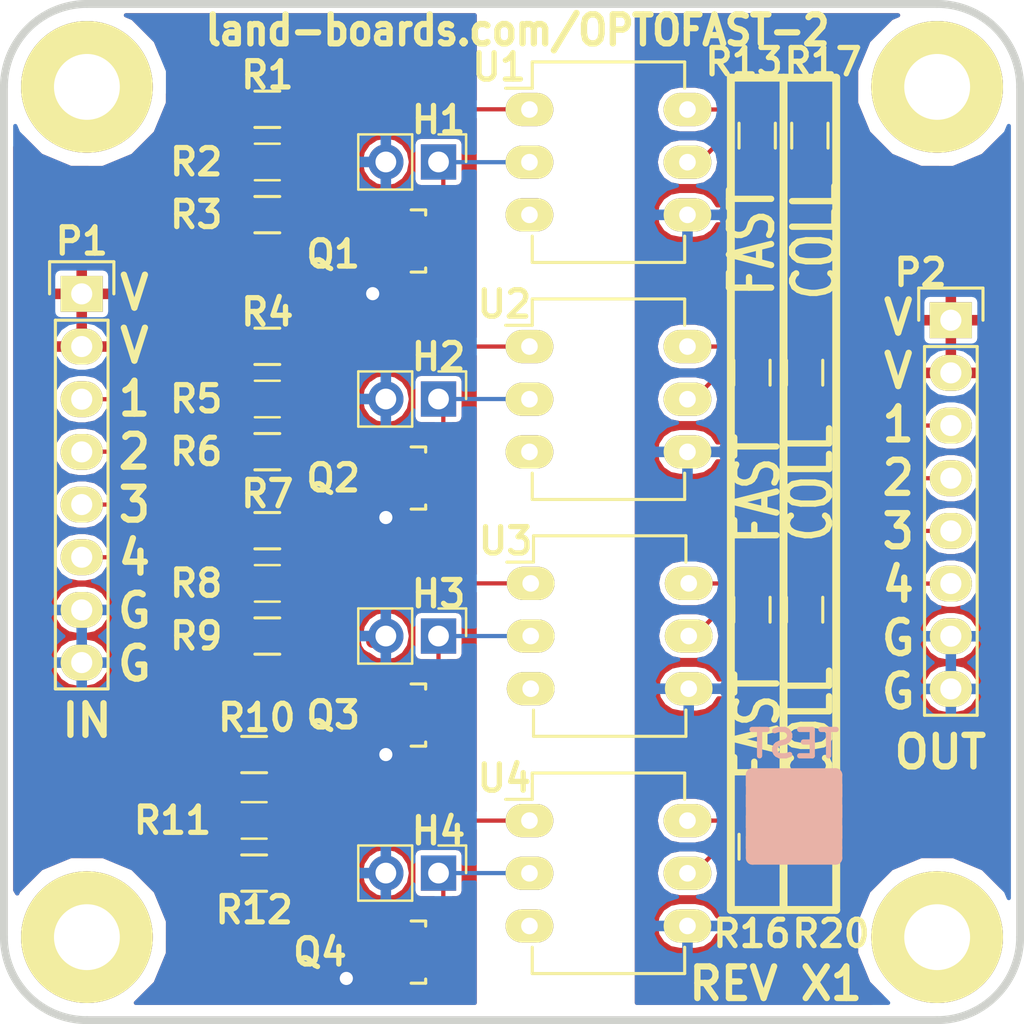
<source format=kicad_pcb>
(kicad_pcb (version 20171130) (host pcbnew "(5.1.0)-1")

  (general
    (thickness 1.6002)
    (drawings 25)
    (tracks 156)
    (zones 0)
    (modules 41)
    (nets 29)
  )

  (page A4)
  (layers
    (0 Front signal hide)
    (31 Back signal hide)
    (36 B.SilkS user hide)
    (37 F.SilkS user)
    (38 B.Mask user)
    (39 F.Mask user)
    (40 Dwgs.User user)
    (41 Cmts.User user)
    (44 Edge.Cuts user)
  )

  (setup
    (last_trace_width 0.2032)
    (user_trace_width 0.635)
    (trace_clearance 0.254)
    (zone_clearance 0.254)
    (zone_45_only no)
    (trace_min 0.2032)
    (via_size 0.889)
    (via_drill 0.635)
    (via_min_size 0.889)
    (via_min_drill 0.508)
    (uvia_size 0.508)
    (uvia_drill 0.127)
    (uvias_allowed no)
    (uvia_min_size 0.508)
    (uvia_min_drill 0.127)
    (edge_width 0.381)
    (segment_width 0.381)
    (pcb_text_width 0.3048)
    (pcb_text_size 1.524 2.032)
    (mod_edge_width 0.381)
    (mod_text_size 1.27 1.27)
    (mod_text_width 0.254)
    (pad_size 1.6764 1.6764)
    (pad_drill 0.8128)
    (pad_to_mask_clearance 0.254)
    (aux_axis_origin 0 0)
    (visible_elements 7FFFEF3F)
    (pcbplotparams
      (layerselection 0x010f0_80000001)
      (usegerberextensions false)
      (usegerberattributes false)
      (usegerberadvancedattributes false)
      (creategerberjobfile false)
      (excludeedgelayer true)
      (linewidth 0.150000)
      (plotframeref false)
      (viasonmask false)
      (mode 1)
      (useauxorigin false)
      (hpglpennumber 1)
      (hpglpenspeed 20)
      (hpglpendiameter 15.000000)
      (psnegative false)
      (psa4output false)
      (plotreference true)
      (plotvalue false)
      (plotinvisibletext false)
      (padsonsilk false)
      (subtractmaskfromsilk false)
      (outputformat 1)
      (mirror false)
      (drillshape 0)
      (scaleselection 1)
      (outputdirectory "plots/"))
  )

  (net 0 "")
  (net 1 /OptoBlk1/VCC1)
  (net 2 /OptoBlk1/IN1)
  (net 3 /OptoBlk1/OUT)
  (net 4 /OptoBlk1/GND1)
  (net 5 /OptoBlk2/IN1)
  (net 6 /OptoBlk3/IN1)
  (net 7 /OptoBlk4/IN1)
  (net 8 /OptoBlk2/OUT)
  (net 9 /OptoBlk3/OUT)
  (net 10 /OptoBlk4/OUT)
  (net 11 /OptoBlk1/VCC2)
  (net 12 /OptoBlk1/GND2)
  (net 13 "Net-(Q1-Pad1)")
  (net 14 "Net-(Q2-Pad1)")
  (net 15 "Net-(Q3-Pad1)")
  (net 16 "Net-(Q4-Pad1)")
  (net 17 "Net-(R13-Pad1)")
  (net 18 "Net-(R14-Pad1)")
  (net 19 "Net-(R15-Pad1)")
  (net 20 "Net-(R16-Pad1)")
  (net 21 "Net-(R10-Pad2)")
  (net 22 "Net-(H1-Pad1)")
  (net 23 "Net-(H2-Pad1)")
  (net 24 "Net-(H3-Pad1)")
  (net 25 "Net-(H4-Pad1)")
  (net 26 "Net-(R1-Pad2)")
  (net 27 "Net-(R4-Pad2)")
  (net 28 "Net-(R7-Pad2)")

  (net_class Default "This is the default net class."
    (clearance 0.254)
    (trace_width 0.2032)
    (via_dia 0.889)
    (via_drill 0.635)
    (uvia_dia 0.508)
    (uvia_drill 0.127)
    (add_net /OptoBlk1/GND1)
    (add_net /OptoBlk1/GND2)
    (add_net /OptoBlk1/IN1)
    (add_net /OptoBlk1/OUT)
    (add_net /OptoBlk1/VCC1)
    (add_net /OptoBlk1/VCC2)
    (add_net /OptoBlk2/IN1)
    (add_net /OptoBlk2/OUT)
    (add_net /OptoBlk3/IN1)
    (add_net /OptoBlk3/OUT)
    (add_net /OptoBlk4/IN1)
    (add_net /OptoBlk4/OUT)
    (add_net "Net-(H1-Pad1)")
    (add_net "Net-(H2-Pad1)")
    (add_net "Net-(H3-Pad1)")
    (add_net "Net-(H4-Pad1)")
    (add_net "Net-(Q1-Pad1)")
    (add_net "Net-(Q2-Pad1)")
    (add_net "Net-(Q3-Pad1)")
    (add_net "Net-(Q4-Pad1)")
    (add_net "Net-(R1-Pad2)")
    (add_net "Net-(R10-Pad2)")
    (add_net "Net-(R13-Pad1)")
    (add_net "Net-(R14-Pad1)")
    (add_net "Net-(R15-Pad1)")
    (add_net "Net-(R16-Pad1)")
    (add_net "Net-(R4-Pad2)")
    (add_net "Net-(R7-Pad2)")
  )

  (module FIDUCIAL (layer Front) (tedit 518BF783) (tstamp 557AF8C2)
    (at 46.355 38.989)
    (path /537A5EE1)
    (fp_text reference FID1 (at 0 2.3495) (layer F.SilkS) hide
      (effects (font (size 1.27 1.27) (thickness 0.254)))
    )
    (fp_text value ADAFRUIT_FIDUCIAL (at 0.127 -2.794) (layer F.SilkS) hide
      (effects (font (size 1.016 1.016) (thickness 0.2032)))
    )
    (pad 1 smd circle (at 0 0) (size 1 1) (layers Front F.Mask)
      (solder_mask_margin 1) (clearance 1))
  )

  (module FIDUCIAL (layer Front) (tedit 518BF783) (tstamp 557AF8C7)
    (at 9.017 3.175)
    (path /537A5ED2)
    (fp_text reference FID2 (at 0 2.3495) (layer F.SilkS) hide
      (effects (font (size 1.27 1.27) (thickness 0.254)))
    )
    (fp_text value ADAFRUIT_FIDUCIAL (at 0.127 -2.794) (layer F.SilkS) hide
      (effects (font (size 1.016 1.016) (thickness 0.2032)))
    )
    (pad 1 smd circle (at 0 0) (size 1 1) (layers Front F.Mask)
      (solder_mask_margin 1) (clearance 1))
  )

  (module Resistors_SMD:R_0805_HandSoldering (layer Front) (tedit 593B355F) (tstamp 557B0573)
    (at 12.7 5.08)
    (descr "Resistor SMD 0805, hand soldering")
    (tags "resistor 0805")
    (path /557B9C27/557B9EB0)
    (attr smd)
    (fp_text reference R1 (at 0 -1.651) (layer F.SilkS)
      (effects (font (size 1.27 1.27) (thickness 0.254)))
    )
    (fp_text value 150 (at 0 2.1) (layer F.SilkS) hide
      (effects (font (size 1 1) (thickness 0.15)))
    )
    (fp_line (start -2.4 -1) (end 2.4 -1) (layer F.CrtYd) (width 0.05))
    (fp_line (start -2.4 1) (end 2.4 1) (layer F.CrtYd) (width 0.05))
    (fp_line (start -2.4 -1) (end -2.4 1) (layer F.CrtYd) (width 0.05))
    (fp_line (start 2.4 -1) (end 2.4 1) (layer F.CrtYd) (width 0.05))
    (fp_line (start 0.6 0.875) (end -0.6 0.875) (layer F.SilkS) (width 0.15))
    (fp_line (start -0.6 -0.875) (end 0.6 -0.875) (layer F.SilkS) (width 0.15))
    (pad 1 smd rect (at -1.35 0) (size 1.5 1.3) (layers Front F.Mask)
      (net 1 /OptoBlk1/VCC1))
    (pad 2 smd rect (at 1.35 0) (size 1.5 1.3) (layers Front F.Mask)
      (net 26 "Net-(R1-Pad2)"))
    (model Resistors_SMD.3dshapes/R_0805_HandSoldering.wrl
      (at (xyz 0 0 0))
      (scale (xyz 1 1 1))
      (rotate (xyz 0 0 0))
    )
  )

  (module Resistors_SMD:R_0805_HandSoldering (layer Front) (tedit 59393C79) (tstamp 557B057E)
    (at 38.862 6.35 90)
    (descr "Resistor SMD 0805, hand soldering")
    (tags "resistor 0805")
    (path /557B9C27/557B9F95)
    (attr smd)
    (fp_text reference R17 (at 3.556 0.635 180) (layer F.SilkS)
      (effects (font (size 1.27 1.27) (thickness 0.254)))
    )
    (fp_text value 1.2K (at 0 2.1 90) (layer F.SilkS) hide
      (effects (font (size 1 1) (thickness 0.15)))
    )
    (fp_line (start -2.4 -1) (end 2.4 -1) (layer F.CrtYd) (width 0.05))
    (fp_line (start -2.4 1) (end 2.4 1) (layer F.CrtYd) (width 0.05))
    (fp_line (start -2.4 -1) (end -2.4 1) (layer F.CrtYd) (width 0.05))
    (fp_line (start 2.4 -1) (end 2.4 1) (layer F.CrtYd) (width 0.05))
    (fp_line (start 0.6 0.875) (end -0.6 0.875) (layer F.SilkS) (width 0.15))
    (fp_line (start -0.6 -0.875) (end 0.6 -0.875) (layer F.SilkS) (width 0.15))
    (pad 1 smd rect (at -1.35 0 90) (size 1.5 1.3) (layers Front F.Mask)
      (net 3 /OptoBlk1/OUT))
    (pad 2 smd rect (at 1.35 0 90) (size 1.5 1.3) (layers Front F.Mask)
      (net 11 /OptoBlk1/VCC2))
    (model Resistors_SMD.3dshapes/R_0805_HandSoldering.wrl
      (at (xyz 0 0 0))
      (scale (xyz 1 1 1))
      (rotate (xyz 0 0 0))
    )
  )

  (module Resistors_SMD:R_0805_HandSoldering (layer Front) (tedit 59393B1B) (tstamp 557B0594)
    (at 12.7 16.51)
    (descr "Resistor SMD 0805, hand soldering")
    (tags "resistor 0805")
    (path /557BCF63/557B9EB0)
    (attr smd)
    (fp_text reference R4 (at 0 -1.651) (layer F.SilkS)
      (effects (font (size 1.27 1.27) (thickness 0.254)))
    )
    (fp_text value 150 (at 0 2.1) (layer F.SilkS) hide
      (effects (font (size 1 1) (thickness 0.15)))
    )
    (fp_line (start -2.4 -1) (end 2.4 -1) (layer F.CrtYd) (width 0.05))
    (fp_line (start -2.4 1) (end 2.4 1) (layer F.CrtYd) (width 0.05))
    (fp_line (start -2.4 -1) (end -2.4 1) (layer F.CrtYd) (width 0.05))
    (fp_line (start 2.4 -1) (end 2.4 1) (layer F.CrtYd) (width 0.05))
    (fp_line (start 0.6 0.875) (end -0.6 0.875) (layer F.SilkS) (width 0.15))
    (fp_line (start -0.6 -0.875) (end 0.6 -0.875) (layer F.SilkS) (width 0.15))
    (pad 1 smd rect (at -1.35 0) (size 1.5 1.3) (layers Front F.Mask)
      (net 1 /OptoBlk1/VCC1))
    (pad 2 smd rect (at 1.35 0) (size 1.5 1.3) (layers Front F.Mask)
      (net 27 "Net-(R4-Pad2)"))
    (model Resistors_SMD.3dshapes/R_0805_HandSoldering.wrl
      (at (xyz 0 0 0))
      (scale (xyz 1 1 1))
      (rotate (xyz 0 0 0))
    )
  )

  (module Resistors_SMD:R_0805_HandSoldering (layer Front) (tedit 58580C34) (tstamp 557B059F)
    (at 38.608 17.78 90)
    (descr "Resistor SMD 0805, hand soldering")
    (tags "resistor 0805")
    (path /557BCF63/557B9F95)
    (attr smd)
    (fp_text reference R18 (at 3.048 0.254 180) (layer F.SilkS) hide
      (effects (font (size 1.27 1.27) (thickness 0.254)))
    )
    (fp_text value 1.2K (at 0 2.1 90) (layer F.SilkS) hide
      (effects (font (size 1 1) (thickness 0.15)))
    )
    (fp_line (start -2.4 -1) (end 2.4 -1) (layer F.CrtYd) (width 0.05))
    (fp_line (start -2.4 1) (end 2.4 1) (layer F.CrtYd) (width 0.05))
    (fp_line (start -2.4 -1) (end -2.4 1) (layer F.CrtYd) (width 0.05))
    (fp_line (start 2.4 -1) (end 2.4 1) (layer F.CrtYd) (width 0.05))
    (fp_line (start 0.6 0.875) (end -0.6 0.875) (layer F.SilkS) (width 0.15))
    (fp_line (start -0.6 -0.875) (end 0.6 -0.875) (layer F.SilkS) (width 0.15))
    (pad 1 smd rect (at -1.35 0 90) (size 1.5 1.3) (layers Front F.Mask)
      (net 8 /OptoBlk2/OUT))
    (pad 2 smd rect (at 1.35 0 90) (size 1.5 1.3) (layers Front F.Mask)
      (net 11 /OptoBlk1/VCC2))
    (model Resistors_SMD.3dshapes/R_0805_HandSoldering.wrl
      (at (xyz 0 0 0))
      (scale (xyz 1 1 1))
      (rotate (xyz 0 0 0))
    )
  )

  (module Resistors_SMD:R_0805_HandSoldering (layer Front) (tedit 593B355A) (tstamp 557B05B5)
    (at 12.7 25.4)
    (descr "Resistor SMD 0805, hand soldering")
    (tags "resistor 0805")
    (path /557BD8A1/557B9EB0)
    (attr smd)
    (fp_text reference R7 (at 0 -1.778) (layer F.SilkS)
      (effects (font (size 1.27 1.27) (thickness 0.254)))
    )
    (fp_text value 150 (at 0 2.1) (layer F.SilkS) hide
      (effects (font (size 1 1) (thickness 0.15)))
    )
    (fp_line (start -2.4 -1) (end 2.4 -1) (layer F.CrtYd) (width 0.05))
    (fp_line (start -2.4 1) (end 2.4 1) (layer F.CrtYd) (width 0.05))
    (fp_line (start -2.4 -1) (end -2.4 1) (layer F.CrtYd) (width 0.05))
    (fp_line (start 2.4 -1) (end 2.4 1) (layer F.CrtYd) (width 0.05))
    (fp_line (start 0.6 0.875) (end -0.6 0.875) (layer F.SilkS) (width 0.15))
    (fp_line (start -0.6 -0.875) (end 0.6 -0.875) (layer F.SilkS) (width 0.15))
    (pad 1 smd rect (at -1.35 0) (size 1.5 1.3) (layers Front F.Mask)
      (net 1 /OptoBlk1/VCC1))
    (pad 2 smd rect (at 1.35 0) (size 1.5 1.3) (layers Front F.Mask)
      (net 28 "Net-(R7-Pad2)"))
    (model Resistors_SMD.3dshapes/R_0805_HandSoldering.wrl
      (at (xyz 0 0 0))
      (scale (xyz 1 1 1))
      (rotate (xyz 0 0 0))
    )
  )

  (module Resistors_SMD:R_0805_HandSoldering (layer Front) (tedit 58580C3A) (tstamp 557B05C0)
    (at 38.608 29.21 90)
    (descr "Resistor SMD 0805, hand soldering")
    (tags "resistor 0805")
    (path /557BD8A1/557B9F95)
    (attr smd)
    (fp_text reference R19 (at 3.048 0.254 180) (layer F.SilkS) hide
      (effects (font (size 1.27 1.27) (thickness 0.254)))
    )
    (fp_text value 1.2K (at 0 2.1 90) (layer F.SilkS) hide
      (effects (font (size 1 1) (thickness 0.15)))
    )
    (fp_line (start -2.4 -1) (end 2.4 -1) (layer F.CrtYd) (width 0.05))
    (fp_line (start -2.4 1) (end 2.4 1) (layer F.CrtYd) (width 0.05))
    (fp_line (start -2.4 -1) (end -2.4 1) (layer F.CrtYd) (width 0.05))
    (fp_line (start 2.4 -1) (end 2.4 1) (layer F.CrtYd) (width 0.05))
    (fp_line (start 0.6 0.875) (end -0.6 0.875) (layer F.SilkS) (width 0.15))
    (fp_line (start -0.6 -0.875) (end 0.6 -0.875) (layer F.SilkS) (width 0.15))
    (pad 1 smd rect (at -1.35 0 90) (size 1.5 1.3) (layers Front F.Mask)
      (net 9 /OptoBlk3/OUT))
    (pad 2 smd rect (at 1.35 0 90) (size 1.5 1.3) (layers Front F.Mask)
      (net 11 /OptoBlk1/VCC2))
    (model Resistors_SMD.3dshapes/R_0805_HandSoldering.wrl
      (at (xyz 0 0 0))
      (scale (xyz 1 1 1))
      (rotate (xyz 0 0 0))
    )
  )

  (module Resistors_SMD:R_0805_HandSoldering (layer Front) (tedit 593B3552) (tstamp 557B05D6)
    (at 12.065 36.195)
    (descr "Resistor SMD 0805, hand soldering")
    (tags "resistor 0805")
    (path /557BD8A9/557B9EB0)
    (attr smd)
    (fp_text reference R10 (at 0.127 -1.778) (layer F.SilkS)
      (effects (font (size 1.27 1.27) (thickness 0.254)))
    )
    (fp_text value 150 (at 0 2.1) (layer F.SilkS) hide
      (effects (font (size 1 1) (thickness 0.15)))
    )
    (fp_line (start -2.4 -1) (end 2.4 -1) (layer F.CrtYd) (width 0.05))
    (fp_line (start -2.4 1) (end 2.4 1) (layer F.CrtYd) (width 0.05))
    (fp_line (start -2.4 -1) (end -2.4 1) (layer F.CrtYd) (width 0.05))
    (fp_line (start 2.4 -1) (end 2.4 1) (layer F.CrtYd) (width 0.05))
    (fp_line (start 0.6 0.875) (end -0.6 0.875) (layer F.SilkS) (width 0.15))
    (fp_line (start -0.6 -0.875) (end 0.6 -0.875) (layer F.SilkS) (width 0.15))
    (pad 1 smd rect (at -1.35 0) (size 1.5 1.3) (layers Front F.Mask)
      (net 1 /OptoBlk1/VCC1))
    (pad 2 smd rect (at 1.35 0) (size 1.5 1.3) (layers Front F.Mask)
      (net 21 "Net-(R10-Pad2)"))
    (model Resistors_SMD.3dshapes/R_0805_HandSoldering.wrl
      (at (xyz 0 0 0))
      (scale (xyz 1 1 1))
      (rotate (xyz 0 0 0))
    )
  )

  (module Resistors_SMD:R_0805_HandSoldering (layer Front) (tedit 593B3591) (tstamp 557B05E1)
    (at 38.862 40.64 90)
    (descr "Resistor SMD 0805, hand soldering")
    (tags "resistor 0805")
    (path /557BD8A9/557B9F95)
    (attr smd)
    (fp_text reference R20 (at -4.191 1.016 180) (layer F.SilkS)
      (effects (font (size 1.27 1.27) (thickness 0.254)))
    )
    (fp_text value 1.2K (at 0 2.1 90) (layer F.SilkS) hide
      (effects (font (size 1 1) (thickness 0.15)))
    )
    (fp_line (start -2.4 -1) (end 2.4 -1) (layer F.CrtYd) (width 0.05))
    (fp_line (start -2.4 1) (end 2.4 1) (layer F.CrtYd) (width 0.05))
    (fp_line (start -2.4 -1) (end -2.4 1) (layer F.CrtYd) (width 0.05))
    (fp_line (start 2.4 -1) (end 2.4 1) (layer F.CrtYd) (width 0.05))
    (fp_line (start 0.6 0.875) (end -0.6 0.875) (layer F.SilkS) (width 0.15))
    (fp_line (start -0.6 -0.875) (end 0.6 -0.875) (layer F.SilkS) (width 0.15))
    (pad 1 smd rect (at -1.35 0 90) (size 1.5 1.3) (layers Front F.Mask)
      (net 10 /OptoBlk4/OUT))
    (pad 2 smd rect (at 1.35 0 90) (size 1.5 1.3) (layers Front F.Mask)
      (net 11 /OptoBlk1/VCC2))
    (model Resistors_SMD.3dshapes/R_0805_HandSoldering.wrl
      (at (xyz 0 0 0))
      (scale (xyz 1 1 1))
      (rotate (xyz 0 0 0))
    )
  )

  (module Housings_DIP:DIP-6_W7.62mm_LongPads (layer Front) (tedit 59385D8B) (tstamp 557B0684)
    (at 25.34 5.09)
    (descr "6-lead dip package, row spacing 7.62 mm (300 mils), longer pads")
    (tags "dil dip 2.54 300")
    (path /557B9C27/557B9EA9)
    (fp_text reference U1 (at -1.464 -2.042) (layer F.SilkS)
      (effects (font (size 1.27 1.27) (thickness 0.254)))
    )
    (fp_text value 4N26 (at 0 -3.72) (layer F.SilkS) hide
      (effects (font (size 1 1) (thickness 0.15)))
    )
    (fp_line (start -1.4 -2.45) (end -1.4 7.55) (layer F.CrtYd) (width 0.05))
    (fp_line (start 9 -2.45) (end 9 7.55) (layer F.CrtYd) (width 0.05))
    (fp_line (start -1.4 -2.45) (end 9 -2.45) (layer F.CrtYd) (width 0.05))
    (fp_line (start -1.4 7.55) (end 9 7.55) (layer F.CrtYd) (width 0.05))
    (fp_line (start 0.135 -2.295) (end 0.135 -1.025) (layer F.SilkS) (width 0.15))
    (fp_line (start 7.485 -2.295) (end 7.485 -1.025) (layer F.SilkS) (width 0.15))
    (fp_line (start 7.485 7.375) (end 7.485 6.105) (layer F.SilkS) (width 0.15))
    (fp_line (start 0.135 7.375) (end 0.135 6.105) (layer F.SilkS) (width 0.15))
    (fp_line (start 0.135 -2.295) (end 7.485 -2.295) (layer F.SilkS) (width 0.15))
    (fp_line (start 0.135 7.375) (end 7.485 7.375) (layer F.SilkS) (width 0.15))
    (fp_line (start 0.135 -1.025) (end -1.15 -1.025) (layer F.SilkS) (width 0.15))
    (pad 1 thru_hole oval (at 0 0) (size 2.3 1.6) (drill 0.8) (layers *.Cu *.Mask F.SilkS)
      (net 26 "Net-(R1-Pad2)"))
    (pad 2 thru_hole oval (at 0 2.54) (size 2.3 1.6) (drill 0.8) (layers *.Cu *.Mask F.SilkS)
      (net 22 "Net-(H1-Pad1)"))
    (pad 3 thru_hole oval (at 0 5.08) (size 2.3 1.6) (drill 0.8) (layers *.Cu *.Mask F.SilkS))
    (pad 4 thru_hole oval (at 7.62 5.08) (size 2.3 1.6) (drill 0.8) (layers *.Cu *.Mask F.SilkS)
      (net 12 /OptoBlk1/GND2))
    (pad 5 thru_hole oval (at 7.62 2.54) (size 2.3 1.6) (drill 0.8) (layers *.Cu *.Mask F.SilkS)
      (net 3 /OptoBlk1/OUT))
    (pad 6 thru_hole oval (at 7.62 0) (size 2.3 1.6) (drill 0.8) (layers *.Cu *.Mask F.SilkS)
      (net 17 "Net-(R13-Pad1)"))
    (model Housings_DIP.3dshapes/DIP-6_W7.62mm_LongPads.wrl
      (at (xyz 0 0 0))
      (scale (xyz 1 1 1))
      (rotate (xyz 0 0 0))
    )
  )

  (module Housings_DIP:DIP-6_W7.62mm_LongPads (layer Front) (tedit 59385D90) (tstamp 557B0699)
    (at 25.34 16.52)
    (descr "6-lead dip package, row spacing 7.62 mm (300 mils), longer pads")
    (tags "dil dip 2.54 300")
    (path /557BCF63/557B9EA9)
    (fp_text reference U2 (at -1.21 -2.042) (layer F.SilkS)
      (effects (font (size 1.27 1.27) (thickness 0.254)))
    )
    (fp_text value 4N26 (at 0 -3.72) (layer F.SilkS) hide
      (effects (font (size 1 1) (thickness 0.15)))
    )
    (fp_line (start -1.4 -2.45) (end -1.4 7.55) (layer F.CrtYd) (width 0.05))
    (fp_line (start 9 -2.45) (end 9 7.55) (layer F.CrtYd) (width 0.05))
    (fp_line (start -1.4 -2.45) (end 9 -2.45) (layer F.CrtYd) (width 0.05))
    (fp_line (start -1.4 7.55) (end 9 7.55) (layer F.CrtYd) (width 0.05))
    (fp_line (start 0.135 -2.295) (end 0.135 -1.025) (layer F.SilkS) (width 0.15))
    (fp_line (start 7.485 -2.295) (end 7.485 -1.025) (layer F.SilkS) (width 0.15))
    (fp_line (start 7.485 7.375) (end 7.485 6.105) (layer F.SilkS) (width 0.15))
    (fp_line (start 0.135 7.375) (end 0.135 6.105) (layer F.SilkS) (width 0.15))
    (fp_line (start 0.135 -2.295) (end 7.485 -2.295) (layer F.SilkS) (width 0.15))
    (fp_line (start 0.135 7.375) (end 7.485 7.375) (layer F.SilkS) (width 0.15))
    (fp_line (start 0.135 -1.025) (end -1.15 -1.025) (layer F.SilkS) (width 0.15))
    (pad 1 thru_hole oval (at 0 0) (size 2.3 1.6) (drill 0.8) (layers *.Cu *.Mask F.SilkS)
      (net 27 "Net-(R4-Pad2)"))
    (pad 2 thru_hole oval (at 0 2.54) (size 2.3 1.6) (drill 0.8) (layers *.Cu *.Mask F.SilkS)
      (net 23 "Net-(H2-Pad1)"))
    (pad 3 thru_hole oval (at 0 5.08) (size 2.3 1.6) (drill 0.8) (layers *.Cu *.Mask F.SilkS))
    (pad 4 thru_hole oval (at 7.62 5.08) (size 2.3 1.6) (drill 0.8) (layers *.Cu *.Mask F.SilkS)
      (net 12 /OptoBlk1/GND2))
    (pad 5 thru_hole oval (at 7.62 2.54) (size 2.3 1.6) (drill 0.8) (layers *.Cu *.Mask F.SilkS)
      (net 8 /OptoBlk2/OUT))
    (pad 6 thru_hole oval (at 7.62 0) (size 2.3 1.6) (drill 0.8) (layers *.Cu *.Mask F.SilkS)
      (net 18 "Net-(R14-Pad1)"))
    (model Housings_DIP.3dshapes/DIP-6_W7.62mm_LongPads.wrl
      (at (xyz 0 0 0))
      (scale (xyz 1 1 1))
      (rotate (xyz 0 0 0))
    )
  )

  (module Housings_DIP:DIP-6_W7.62mm_LongPads (layer Front) (tedit 59385D94) (tstamp 557B06AE)
    (at 25.4 27.94)
    (descr "6-lead dip package, row spacing 7.62 mm (300 mils), longer pads")
    (tags "dil dip 2.54 300")
    (path /557BD8A1/557B9EA9)
    (fp_text reference U3 (at -1.21 -2.042) (layer F.SilkS)
      (effects (font (size 1.27 1.27) (thickness 0.254)))
    )
    (fp_text value 4N26 (at 0 -3.72) (layer F.SilkS) hide
      (effects (font (size 1 1) (thickness 0.15)))
    )
    (fp_line (start -1.4 -2.45) (end -1.4 7.55) (layer F.CrtYd) (width 0.05))
    (fp_line (start 9 -2.45) (end 9 7.55) (layer F.CrtYd) (width 0.05))
    (fp_line (start -1.4 -2.45) (end 9 -2.45) (layer F.CrtYd) (width 0.05))
    (fp_line (start -1.4 7.55) (end 9 7.55) (layer F.CrtYd) (width 0.05))
    (fp_line (start 0.135 -2.295) (end 0.135 -1.025) (layer F.SilkS) (width 0.15))
    (fp_line (start 7.485 -2.295) (end 7.485 -1.025) (layer F.SilkS) (width 0.15))
    (fp_line (start 7.485 7.375) (end 7.485 6.105) (layer F.SilkS) (width 0.15))
    (fp_line (start 0.135 7.375) (end 0.135 6.105) (layer F.SilkS) (width 0.15))
    (fp_line (start 0.135 -2.295) (end 7.485 -2.295) (layer F.SilkS) (width 0.15))
    (fp_line (start 0.135 7.375) (end 7.485 7.375) (layer F.SilkS) (width 0.15))
    (fp_line (start 0.135 -1.025) (end -1.15 -1.025) (layer F.SilkS) (width 0.15))
    (pad 1 thru_hole oval (at 0 0) (size 2.3 1.6) (drill 0.8) (layers *.Cu *.Mask F.SilkS)
      (net 28 "Net-(R7-Pad2)"))
    (pad 2 thru_hole oval (at 0 2.54) (size 2.3 1.6) (drill 0.8) (layers *.Cu *.Mask F.SilkS)
      (net 24 "Net-(H3-Pad1)"))
    (pad 3 thru_hole oval (at 0 5.08) (size 2.3 1.6) (drill 0.8) (layers *.Cu *.Mask F.SilkS))
    (pad 4 thru_hole oval (at 7.62 5.08) (size 2.3 1.6) (drill 0.8) (layers *.Cu *.Mask F.SilkS)
      (net 12 /OptoBlk1/GND2))
    (pad 5 thru_hole oval (at 7.62 2.54) (size 2.3 1.6) (drill 0.8) (layers *.Cu *.Mask F.SilkS)
      (net 9 /OptoBlk3/OUT))
    (pad 6 thru_hole oval (at 7.62 0) (size 2.3 1.6) (drill 0.8) (layers *.Cu *.Mask F.SilkS)
      (net 19 "Net-(R15-Pad1)"))
    (model Housings_DIP.3dshapes/DIP-6_W7.62mm_LongPads.wrl
      (at (xyz 0 0 0))
      (scale (xyz 1 1 1))
      (rotate (xyz 0 0 0))
    )
  )

  (module Housings_DIP:DIP-6_W7.62mm_LongPads (layer Front) (tedit 59385D97) (tstamp 557B06C3)
    (at 25.34 39.38)
    (descr "6-lead dip package, row spacing 7.62 mm (300 mils), longer pads")
    (tags "dil dip 2.54 300")
    (path /557BD8A9/557B9EA9)
    (fp_text reference U4 (at -1.21 -2.042) (layer F.SilkS)
      (effects (font (size 1.27 1.27) (thickness 0.254)))
    )
    (fp_text value 4N26 (at 0 -3.72) (layer F.SilkS) hide
      (effects (font (size 1 1) (thickness 0.15)))
    )
    (fp_line (start -1.4 -2.45) (end -1.4 7.55) (layer F.CrtYd) (width 0.05))
    (fp_line (start 9 -2.45) (end 9 7.55) (layer F.CrtYd) (width 0.05))
    (fp_line (start -1.4 -2.45) (end 9 -2.45) (layer F.CrtYd) (width 0.05))
    (fp_line (start -1.4 7.55) (end 9 7.55) (layer F.CrtYd) (width 0.05))
    (fp_line (start 0.135 -2.295) (end 0.135 -1.025) (layer F.SilkS) (width 0.15))
    (fp_line (start 7.485 -2.295) (end 7.485 -1.025) (layer F.SilkS) (width 0.15))
    (fp_line (start 7.485 7.375) (end 7.485 6.105) (layer F.SilkS) (width 0.15))
    (fp_line (start 0.135 7.375) (end 0.135 6.105) (layer F.SilkS) (width 0.15))
    (fp_line (start 0.135 -2.295) (end 7.485 -2.295) (layer F.SilkS) (width 0.15))
    (fp_line (start 0.135 7.375) (end 7.485 7.375) (layer F.SilkS) (width 0.15))
    (fp_line (start 0.135 -1.025) (end -1.15 -1.025) (layer F.SilkS) (width 0.15))
    (pad 1 thru_hole oval (at 0 0) (size 2.3 1.6) (drill 0.8) (layers *.Cu *.Mask F.SilkS)
      (net 21 "Net-(R10-Pad2)"))
    (pad 2 thru_hole oval (at 0 2.54) (size 2.3 1.6) (drill 0.8) (layers *.Cu *.Mask F.SilkS)
      (net 25 "Net-(H4-Pad1)"))
    (pad 3 thru_hole oval (at 0 5.08) (size 2.3 1.6) (drill 0.8) (layers *.Cu *.Mask F.SilkS))
    (pad 4 thru_hole oval (at 7.62 5.08) (size 2.3 1.6) (drill 0.8) (layers *.Cu *.Mask F.SilkS)
      (net 12 /OptoBlk1/GND2))
    (pad 5 thru_hole oval (at 7.62 2.54) (size 2.3 1.6) (drill 0.8) (layers *.Cu *.Mask F.SilkS)
      (net 10 /OptoBlk4/OUT))
    (pad 6 thru_hole oval (at 7.62 0) (size 2.3 1.6) (drill 0.8) (layers *.Cu *.Mask F.SilkS)
      (net 20 "Net-(R16-Pad1)"))
    (model Housings_DIP.3dshapes/DIP-6_W7.62mm_LongPads.wrl
      (at (xyz 0 0 0))
      (scale (xyz 1 1 1))
      (rotate (xyz 0 0 0))
    )
  )

  (module Housings_SOT-23_SOT-143_TSOT-6:SOT-23_Handsoldering (layer Front) (tedit 59393A77) (tstamp 557B07F4)
    (at 19.685 11.43 270)
    (descr "SOT-23, Handsoldering")
    (tags SOT-23)
    (path /557B9C27/557F6DD0)
    (attr smd)
    (fp_text reference Q1 (at 0.635 3.81) (layer F.SilkS)
      (effects (font (size 1.27 1.27) (thickness 0.254)))
    )
    (fp_text value 2N3904 (at 0 3.81 270) (layer F.SilkS) hide
      (effects (font (size 1 1) (thickness 0.15)))
    )
    (fp_line (start -1.49982 0.0508) (end -1.49982 -0.65024) (layer F.SilkS) (width 0.15))
    (fp_line (start -1.49982 -0.65024) (end -1.2509 -0.65024) (layer F.SilkS) (width 0.15))
    (fp_line (start 1.29916 -0.65024) (end 1.49982 -0.65024) (layer F.SilkS) (width 0.15))
    (fp_line (start 1.49982 -0.65024) (end 1.49982 0.0508) (layer F.SilkS) (width 0.15))
    (pad 1 smd rect (at -0.95 1.50114 270) (size 0.8001 1.80086) (layers Front F.Mask)
      (net 13 "Net-(Q1-Pad1)"))
    (pad 2 smd rect (at 0.95 1.50114 270) (size 0.8001 1.80086) (layers Front F.Mask)
      (net 4 /OptoBlk1/GND1))
    (pad 3 smd rect (at 0 -1.50114 270) (size 0.8001 1.80086) (layers Front F.Mask)
      (net 22 "Net-(H1-Pad1)"))
    (model Housings_SOT-23_SOT-143_TSOT-6.3dshapes/SOT-23_Handsoldering.wrl
      (at (xyz 0 0 0))
      (scale (xyz 1 1 1))
      (rotate (xyz 0 0 0))
    )
  )

  (module Housings_SOT-23_SOT-143_TSOT-6:SOT-23_Handsoldering (layer Front) (tedit 59393A7B) (tstamp 557B07FE)
    (at 19.685 22.86 270)
    (descr "SOT-23, Handsoldering")
    (tags SOT-23)
    (path /557BCF63/557F6DD0)
    (attr smd)
    (fp_text reference Q2 (at 0 3.81) (layer F.SilkS)
      (effects (font (size 1.27 1.27) (thickness 0.254)))
    )
    (fp_text value 2N3904 (at 0 3.81 270) (layer F.SilkS) hide
      (effects (font (size 1 1) (thickness 0.15)))
    )
    (fp_line (start -1.49982 0.0508) (end -1.49982 -0.65024) (layer F.SilkS) (width 0.15))
    (fp_line (start -1.49982 -0.65024) (end -1.2509 -0.65024) (layer F.SilkS) (width 0.15))
    (fp_line (start 1.29916 -0.65024) (end 1.49982 -0.65024) (layer F.SilkS) (width 0.15))
    (fp_line (start 1.49982 -0.65024) (end 1.49982 0.0508) (layer F.SilkS) (width 0.15))
    (pad 1 smd rect (at -0.95 1.50114 270) (size 0.8001 1.80086) (layers Front F.Mask)
      (net 14 "Net-(Q2-Pad1)"))
    (pad 2 smd rect (at 0.95 1.50114 270) (size 0.8001 1.80086) (layers Front F.Mask)
      (net 4 /OptoBlk1/GND1))
    (pad 3 smd rect (at 0 -1.50114 270) (size 0.8001 1.80086) (layers Front F.Mask)
      (net 23 "Net-(H2-Pad1)"))
    (model Housings_SOT-23_SOT-143_TSOT-6.3dshapes/SOT-23_Handsoldering.wrl
      (at (xyz 0 0 0))
      (scale (xyz 1 1 1))
      (rotate (xyz 0 0 0))
    )
  )

  (module Housings_SOT-23_SOT-143_TSOT-6:SOT-23_Handsoldering (layer Front) (tedit 59393A68) (tstamp 557B0808)
    (at 19.685 34.29 270)
    (descr "SOT-23, Handsoldering")
    (tags SOT-23)
    (path /557BD8A1/557F6DD0)
    (attr smd)
    (fp_text reference Q3 (at 0 3.81) (layer F.SilkS)
      (effects (font (size 1.27 1.27) (thickness 0.254)))
    )
    (fp_text value 2N3904 (at 0 3.81 270) (layer F.SilkS) hide
      (effects (font (size 1 1) (thickness 0.15)))
    )
    (fp_line (start -1.49982 0.0508) (end -1.49982 -0.65024) (layer F.SilkS) (width 0.15))
    (fp_line (start -1.49982 -0.65024) (end -1.2509 -0.65024) (layer F.SilkS) (width 0.15))
    (fp_line (start 1.29916 -0.65024) (end 1.49982 -0.65024) (layer F.SilkS) (width 0.15))
    (fp_line (start 1.49982 -0.65024) (end 1.49982 0.0508) (layer F.SilkS) (width 0.15))
    (pad 1 smd rect (at -0.95 1.50114 270) (size 0.8001 1.80086) (layers Front F.Mask)
      (net 15 "Net-(Q3-Pad1)"))
    (pad 2 smd rect (at 0.95 1.50114 270) (size 0.8001 1.80086) (layers Front F.Mask)
      (net 4 /OptoBlk1/GND1))
    (pad 3 smd rect (at 0 -1.50114 270) (size 0.8001 1.80086) (layers Front F.Mask)
      (net 24 "Net-(H3-Pad1)"))
    (model Housings_SOT-23_SOT-143_TSOT-6.3dshapes/SOT-23_Handsoldering.wrl
      (at (xyz 0 0 0))
      (scale (xyz 1 1 1))
      (rotate (xyz 0 0 0))
    )
  )

  (module Housings_SOT-23_SOT-143_TSOT-6:SOT-23_Handsoldering (layer Front) (tedit 59393A64) (tstamp 557B0812)
    (at 19.685 45.72 270)
    (descr "SOT-23, Handsoldering")
    (tags SOT-23)
    (path /557BD8A9/557F6DD0)
    (attr smd)
    (fp_text reference Q4 (at 0 4.445) (layer F.SilkS)
      (effects (font (size 1.27 1.27) (thickness 0.254)))
    )
    (fp_text value 2N3904 (at 0 3.81 270) (layer F.SilkS) hide
      (effects (font (size 1 1) (thickness 0.15)))
    )
    (fp_line (start -1.49982 0.0508) (end -1.49982 -0.65024) (layer F.SilkS) (width 0.15))
    (fp_line (start -1.49982 -0.65024) (end -1.2509 -0.65024) (layer F.SilkS) (width 0.15))
    (fp_line (start 1.29916 -0.65024) (end 1.49982 -0.65024) (layer F.SilkS) (width 0.15))
    (fp_line (start 1.49982 -0.65024) (end 1.49982 0.0508) (layer F.SilkS) (width 0.15))
    (pad 1 smd rect (at -0.95 1.50114 270) (size 0.8001 1.80086) (layers Front F.Mask)
      (net 16 "Net-(Q4-Pad1)"))
    (pad 2 smd rect (at 0.95 1.50114 270) (size 0.8001 1.80086) (layers Front F.Mask)
      (net 4 /OptoBlk1/GND1))
    (pad 3 smd rect (at 0 -1.50114 270) (size 0.8001 1.80086) (layers Front F.Mask)
      (net 25 "Net-(H4-Pad1)"))
    (model Housings_SOT-23_SOT-143_TSOT-6.3dshapes/SOT-23_Handsoldering.wrl
      (at (xyz 0 0 0))
      (scale (xyz 1 1 1))
      (rotate (xyz 0 0 0))
    )
  )

  (module Pin_Headers:Pin_Header_Straight_1x08 (layer Front) (tedit 557B0A32) (tstamp 557B0B22)
    (at 3.75 13.98)
    (descr "Through hole pin header")
    (tags "pin header")
    (path /557EBB19)
    (fp_text reference P1 (at 0 -2.54) (layer F.SilkS)
      (effects (font (size 1.27 1.27) (thickness 0.254)))
    )
    (fp_text value CONN_01X08 (at 0 -3.1) (layer F.SilkS) hide
      (effects (font (size 1 1) (thickness 0.15)))
    )
    (fp_line (start -1.75 -1.75) (end -1.75 19.55) (layer F.CrtYd) (width 0.05))
    (fp_line (start 1.75 -1.75) (end 1.75 19.55) (layer F.CrtYd) (width 0.05))
    (fp_line (start -1.75 -1.75) (end 1.75 -1.75) (layer F.CrtYd) (width 0.05))
    (fp_line (start -1.75 19.55) (end 1.75 19.55) (layer F.CrtYd) (width 0.05))
    (fp_line (start 1.27 1.27) (end 1.27 19.05) (layer F.SilkS) (width 0.15))
    (fp_line (start 1.27 19.05) (end -1.27 19.05) (layer F.SilkS) (width 0.15))
    (fp_line (start -1.27 19.05) (end -1.27 1.27) (layer F.SilkS) (width 0.15))
    (fp_line (start 1.55 -1.55) (end 1.55 0) (layer F.SilkS) (width 0.15))
    (fp_line (start 1.27 1.27) (end -1.27 1.27) (layer F.SilkS) (width 0.15))
    (fp_line (start -1.55 0) (end -1.55 -1.55) (layer F.SilkS) (width 0.15))
    (fp_line (start -1.55 -1.55) (end 1.55 -1.55) (layer F.SilkS) (width 0.15))
    (pad 1 thru_hole rect (at 0 0) (size 2.032 1.7272) (drill 1.016) (layers *.Cu *.Mask F.SilkS)
      (net 1 /OptoBlk1/VCC1))
    (pad 2 thru_hole oval (at 0 2.54) (size 2.032 1.7272) (drill 1.016) (layers *.Cu *.Mask F.SilkS)
      (net 1 /OptoBlk1/VCC1))
    (pad 3 thru_hole oval (at 0 5.08) (size 2.032 1.7272) (drill 1.016) (layers *.Cu *.Mask F.SilkS)
      (net 2 /OptoBlk1/IN1))
    (pad 4 thru_hole oval (at 0 7.62) (size 2.032 1.7272) (drill 1.016) (layers *.Cu *.Mask F.SilkS)
      (net 5 /OptoBlk2/IN1))
    (pad 5 thru_hole oval (at 0 10.16) (size 2.032 1.7272) (drill 1.016) (layers *.Cu *.Mask F.SilkS)
      (net 6 /OptoBlk3/IN1))
    (pad 6 thru_hole oval (at 0 12.7) (size 2.032 1.7272) (drill 1.016) (layers *.Cu *.Mask F.SilkS)
      (net 7 /OptoBlk4/IN1))
    (pad 7 thru_hole oval (at 0 15.24) (size 2.032 1.7272) (drill 1.016) (layers *.Cu *.Mask F.SilkS)
      (net 4 /OptoBlk1/GND1))
    (pad 8 thru_hole oval (at 0 17.78) (size 2.032 1.7272) (drill 1.016) (layers *.Cu *.Mask F.SilkS)
      (net 4 /OptoBlk1/GND1))
    (model Pin_Headers.3dshapes/Pin_Header_Straight_1x08.wrl
      (offset (xyz 0 -8.889999866485596 0))
      (scale (xyz 1 1 1))
      (rotate (xyz 0 0 90))
    )
  )

  (module Pin_Headers:Pin_Header_Straight_1x08 (layer Front) (tedit 58580C25) (tstamp 557B0B38)
    (at 45.66 15.25)
    (descr "Through hole pin header")
    (tags "pin header")
    (path /557EC371)
    (fp_text reference P2 (at -1.464 -2.296) (layer F.SilkS)
      (effects (font (size 1.27 1.27) (thickness 0.254)))
    )
    (fp_text value CONN_01X08 (at 0 -3.1) (layer F.SilkS) hide
      (effects (font (size 1 1) (thickness 0.15)))
    )
    (fp_line (start -1.75 -1.75) (end -1.75 19.55) (layer F.CrtYd) (width 0.05))
    (fp_line (start 1.75 -1.75) (end 1.75 19.55) (layer F.CrtYd) (width 0.05))
    (fp_line (start -1.75 -1.75) (end 1.75 -1.75) (layer F.CrtYd) (width 0.05))
    (fp_line (start -1.75 19.55) (end 1.75 19.55) (layer F.CrtYd) (width 0.05))
    (fp_line (start 1.27 1.27) (end 1.27 19.05) (layer F.SilkS) (width 0.15))
    (fp_line (start 1.27 19.05) (end -1.27 19.05) (layer F.SilkS) (width 0.15))
    (fp_line (start -1.27 19.05) (end -1.27 1.27) (layer F.SilkS) (width 0.15))
    (fp_line (start 1.55 -1.55) (end 1.55 0) (layer F.SilkS) (width 0.15))
    (fp_line (start 1.27 1.27) (end -1.27 1.27) (layer F.SilkS) (width 0.15))
    (fp_line (start -1.55 0) (end -1.55 -1.55) (layer F.SilkS) (width 0.15))
    (fp_line (start -1.55 -1.55) (end 1.55 -1.55) (layer F.SilkS) (width 0.15))
    (pad 1 thru_hole rect (at 0 0) (size 2.032 1.7272) (drill 1.016) (layers *.Cu *.Mask F.SilkS)
      (net 11 /OptoBlk1/VCC2))
    (pad 2 thru_hole oval (at 0 2.54) (size 2.032 1.7272) (drill 1.016) (layers *.Cu *.Mask F.SilkS)
      (net 11 /OptoBlk1/VCC2))
    (pad 3 thru_hole oval (at 0 5.08) (size 2.032 1.7272) (drill 1.016) (layers *.Cu *.Mask F.SilkS)
      (net 3 /OptoBlk1/OUT))
    (pad 4 thru_hole oval (at 0 7.62) (size 2.032 1.7272) (drill 1.016) (layers *.Cu *.Mask F.SilkS)
      (net 8 /OptoBlk2/OUT))
    (pad 5 thru_hole oval (at 0 10.16) (size 2.032 1.7272) (drill 1.016) (layers *.Cu *.Mask F.SilkS)
      (net 9 /OptoBlk3/OUT))
    (pad 6 thru_hole oval (at 0 12.7) (size 2.032 1.7272) (drill 1.016) (layers *.Cu *.Mask F.SilkS)
      (net 10 /OptoBlk4/OUT))
    (pad 7 thru_hole oval (at 0 15.24) (size 2.032 1.7272) (drill 1.016) (layers *.Cu *.Mask F.SilkS)
      (net 12 /OptoBlk1/GND2))
    (pad 8 thru_hole oval (at 0 17.78) (size 2.032 1.7272) (drill 1.016) (layers *.Cu *.Mask F.SilkS)
      (net 12 /OptoBlk1/GND2))
    (model Pin_Headers.3dshapes/Pin_Header_Straight_1x08.wrl
      (offset (xyz 0 -8.889999866485596 0))
      (scale (xyz 1 1 1))
      (rotate (xyz 0 0 90))
    )
  )

  (module MTG-4-40 (layer Front) (tedit 53F3AE25) (tstamp 557B0E94)
    (at 4 4)
    (path /537A5CA4)
    (clearance 0.635)
    (fp_text reference MTG1 (at -6.858 -0.635) (layer F.SilkS) hide
      (effects (font (size 1.27 1.27) (thickness 0.254)))
    )
    (fp_text value MTG_HOLE (at 0 -5.08) (layer F.SilkS) hide
      (effects (font (size 1.524 1.524) (thickness 0.3048)))
    )
    (pad 1 thru_hole circle (at 0 0) (size 6.35 6.35) (drill 3.175) (layers *.Cu *.Mask F.SilkS))
  )

  (module MTG-4-40 (layer Front) (tedit 53F3AE25) (tstamp 557B0E98)
    (at 45 4)
    (path /538F7580)
    (clearance 0.635)
    (fp_text reference MTG3 (at -6.858 -0.635) (layer F.SilkS) hide
      (effects (font (size 1.27 1.27) (thickness 0.254)))
    )
    (fp_text value MTG_HOLE (at 0 -5.08) (layer F.SilkS) hide
      (effects (font (size 1.524 1.524) (thickness 0.3048)))
    )
    (pad 1 thru_hole circle (at 0 0) (size 6.35 6.35) (drill 3.175) (layers *.Cu *.Mask F.SilkS))
  )

  (module MTG-4-40 (layer Front) (tedit 53F3AE25) (tstamp 557B0E9C)
    (at 4 45)
    (path /538F757A)
    (clearance 0.635)
    (fp_text reference MTG2 (at -6.858 -0.635) (layer F.SilkS) hide
      (effects (font (size 1.27 1.27) (thickness 0.254)))
    )
    (fp_text value MTG_HOLE (at 0 -5.08) (layer F.SilkS) hide
      (effects (font (size 1.524 1.524) (thickness 0.3048)))
    )
    (pad 1 thru_hole circle (at 0 0) (size 6.35 6.35) (drill 3.175) (layers *.Cu *.Mask F.SilkS))
  )

  (module MTG-4-40 (layer Front) (tedit 53F3AE25) (tstamp 557B0EA0)
    (at 45 45)
    (path /538F7586)
    (clearance 0.635)
    (fp_text reference MTG4 (at -6.858 -0.635) (layer F.SilkS) hide
      (effects (font (size 1.27 1.27) (thickness 0.254)))
    )
    (fp_text value MTG_HOLE (at 0 -5.08) (layer F.SilkS) hide
      (effects (font (size 1.524 1.524) (thickness 0.3048)))
    )
    (pad 1 thru_hole circle (at 0 0) (size 6.35 6.35) (drill 3.175) (layers *.Cu *.Mask F.SilkS))
  )

  (module Resistors_SMD:R_0805_HandSoldering (layer Front) (tedit 59393C7C) (tstamp 5857E9F8)
    (at 36.322 6.35 270)
    (descr "Resistor SMD 0805, hand soldering")
    (tags "resistor 0805")
    (path /557B9C27/5857EB60)
    (attr smd)
    (fp_text reference R13 (at -3.556 0.635) (layer F.SilkS)
      (effects (font (size 1.27 1.27) (thickness 0.254)))
    )
    (fp_text value 20K (at 0 2.1 270) (layer F.SilkS) hide
      (effects (font (size 1 1) (thickness 0.15)))
    )
    (fp_line (start -1 0.625) (end -1 -0.625) (layer F.Fab) (width 0.1))
    (fp_line (start 1 0.625) (end -1 0.625) (layer F.Fab) (width 0.1))
    (fp_line (start 1 -0.625) (end 1 0.625) (layer F.Fab) (width 0.1))
    (fp_line (start -1 -0.625) (end 1 -0.625) (layer F.Fab) (width 0.1))
    (fp_line (start -2.4 -1) (end 2.4 -1) (layer F.CrtYd) (width 0.05))
    (fp_line (start -2.4 1) (end 2.4 1) (layer F.CrtYd) (width 0.05))
    (fp_line (start -2.4 -1) (end -2.4 1) (layer F.CrtYd) (width 0.05))
    (fp_line (start 2.4 -1) (end 2.4 1) (layer F.CrtYd) (width 0.05))
    (fp_line (start 0.6 0.875) (end -0.6 0.875) (layer F.SilkS) (width 0.15))
    (fp_line (start -0.6 -0.875) (end 0.6 -0.875) (layer F.SilkS) (width 0.15))
    (pad 1 smd rect (at -1.35 0 270) (size 1.5 1.3) (layers Front F.Mask)
      (net 17 "Net-(R13-Pad1)"))
    (pad 2 smd rect (at 1.35 0 270) (size 1.5 1.3) (layers Front F.Mask)
      (net 12 /OptoBlk1/GND2))
    (model Resistors_SMD.3dshapes/R_0805_HandSoldering.wrl
      (at (xyz 0 0 0))
      (scale (xyz 1 1 1))
      (rotate (xyz 0 0 0))
    )
  )

  (module Resistors_SMD:R_0805_HandSoldering (layer Front) (tedit 58580BF9) (tstamp 5857EA08)
    (at 36.068 17.78 270)
    (descr "Resistor SMD 0805, hand soldering")
    (tags "resistor 0805")
    (path /557BCF63/5857EB60)
    (attr smd)
    (fp_text reference R14 (at -3.048 0.254) (layer F.SilkS) hide
      (effects (font (size 1.27 1.27) (thickness 0.254)))
    )
    (fp_text value 20K (at 0 2.1 270) (layer F.SilkS) hide
      (effects (font (size 1 1) (thickness 0.15)))
    )
    (fp_line (start -1 0.625) (end -1 -0.625) (layer F.Fab) (width 0.1))
    (fp_line (start 1 0.625) (end -1 0.625) (layer F.Fab) (width 0.1))
    (fp_line (start 1 -0.625) (end 1 0.625) (layer F.Fab) (width 0.1))
    (fp_line (start -1 -0.625) (end 1 -0.625) (layer F.Fab) (width 0.1))
    (fp_line (start -2.4 -1) (end 2.4 -1) (layer F.CrtYd) (width 0.05))
    (fp_line (start -2.4 1) (end 2.4 1) (layer F.CrtYd) (width 0.05))
    (fp_line (start -2.4 -1) (end -2.4 1) (layer F.CrtYd) (width 0.05))
    (fp_line (start 2.4 -1) (end 2.4 1) (layer F.CrtYd) (width 0.05))
    (fp_line (start 0.6 0.875) (end -0.6 0.875) (layer F.SilkS) (width 0.15))
    (fp_line (start -0.6 -0.875) (end 0.6 -0.875) (layer F.SilkS) (width 0.15))
    (pad 1 smd rect (at -1.35 0 270) (size 1.5 1.3) (layers Front F.Mask)
      (net 18 "Net-(R14-Pad1)"))
    (pad 2 smd rect (at 1.35 0 270) (size 1.5 1.3) (layers Front F.Mask)
      (net 12 /OptoBlk1/GND2))
    (model Resistors_SMD.3dshapes/R_0805_HandSoldering.wrl
      (at (xyz 0 0 0))
      (scale (xyz 1 1 1))
      (rotate (xyz 0 0 0))
    )
  )

  (module Resistors_SMD:R_0805_HandSoldering (layer Front) (tedit 58580C37) (tstamp 5857EA18)
    (at 36.068 29.21 270)
    (descr "Resistor SMD 0805, hand soldering")
    (tags "resistor 0805")
    (path /557BD8A1/5857EB60)
    (attr smd)
    (fp_text reference R15 (at -3.048 0.254) (layer F.SilkS) hide
      (effects (font (size 1.27 1.27) (thickness 0.254)))
    )
    (fp_text value 20K (at 0 2.1 270) (layer F.SilkS) hide
      (effects (font (size 1 1) (thickness 0.15)))
    )
    (fp_line (start -1 0.625) (end -1 -0.625) (layer F.Fab) (width 0.1))
    (fp_line (start 1 0.625) (end -1 0.625) (layer F.Fab) (width 0.1))
    (fp_line (start 1 -0.625) (end 1 0.625) (layer F.Fab) (width 0.1))
    (fp_line (start -1 -0.625) (end 1 -0.625) (layer F.Fab) (width 0.1))
    (fp_line (start -2.4 -1) (end 2.4 -1) (layer F.CrtYd) (width 0.05))
    (fp_line (start -2.4 1) (end 2.4 1) (layer F.CrtYd) (width 0.05))
    (fp_line (start -2.4 -1) (end -2.4 1) (layer F.CrtYd) (width 0.05))
    (fp_line (start 2.4 -1) (end 2.4 1) (layer F.CrtYd) (width 0.05))
    (fp_line (start 0.6 0.875) (end -0.6 0.875) (layer F.SilkS) (width 0.15))
    (fp_line (start -0.6 -0.875) (end 0.6 -0.875) (layer F.SilkS) (width 0.15))
    (pad 1 smd rect (at -1.35 0 270) (size 1.5 1.3) (layers Front F.Mask)
      (net 19 "Net-(R15-Pad1)"))
    (pad 2 smd rect (at 1.35 0 270) (size 1.5 1.3) (layers Front F.Mask)
      (net 12 /OptoBlk1/GND2))
    (model Resistors_SMD.3dshapes/R_0805_HandSoldering.wrl
      (at (xyz 0 0 0))
      (scale (xyz 1 1 1))
      (rotate (xyz 0 0 0))
    )
  )

  (module Resistors_SMD:R_0805_HandSoldering (layer Front) (tedit 593B358E) (tstamp 5857EA28)
    (at 36.322 40.64 270)
    (descr "Resistor SMD 0805, hand soldering")
    (tags "resistor 0805")
    (path /557BD8A9/5857EB60)
    (attr smd)
    (fp_text reference R16 (at 4.191 0.254) (layer F.SilkS)
      (effects (font (size 1.27 1.27) (thickness 0.254)))
    )
    (fp_text value 20K (at 0 2.1 270) (layer F.SilkS) hide
      (effects (font (size 1 1) (thickness 0.15)))
    )
    (fp_line (start -1 0.625) (end -1 -0.625) (layer F.Fab) (width 0.1))
    (fp_line (start 1 0.625) (end -1 0.625) (layer F.Fab) (width 0.1))
    (fp_line (start 1 -0.625) (end 1 0.625) (layer F.Fab) (width 0.1))
    (fp_line (start -1 -0.625) (end 1 -0.625) (layer F.Fab) (width 0.1))
    (fp_line (start -2.4 -1) (end 2.4 -1) (layer F.CrtYd) (width 0.05))
    (fp_line (start -2.4 1) (end 2.4 1) (layer F.CrtYd) (width 0.05))
    (fp_line (start -2.4 -1) (end -2.4 1) (layer F.CrtYd) (width 0.05))
    (fp_line (start 2.4 -1) (end 2.4 1) (layer F.CrtYd) (width 0.05))
    (fp_line (start 0.6 0.875) (end -0.6 0.875) (layer F.SilkS) (width 0.15))
    (fp_line (start -0.6 -0.875) (end 0.6 -0.875) (layer F.SilkS) (width 0.15))
    (pad 1 smd rect (at -1.35 0 270) (size 1.5 1.3) (layers Front F.Mask)
      (net 20 "Net-(R16-Pad1)"))
    (pad 2 smd rect (at 1.35 0 270) (size 1.5 1.3) (layers Front F.Mask)
      (net 12 /OptoBlk1/GND2))
    (model Resistors_SMD.3dshapes/R_0805_HandSoldering.wrl
      (at (xyz 0 0 0))
      (scale (xyz 1 1 1))
      (rotate (xyz 0 0 0))
    )
  )

  (module Resistors_SMD:R_0805_HandSoldering (layer Front) (tedit 593B3538) (tstamp 5857EE2B)
    (at 12.7 10.16)
    (descr "Resistor SMD 0805, hand soldering")
    (tags "resistor 0805")
    (path /557B9C27/5857EF86)
    (attr smd)
    (fp_text reference R3 (at -3.429 0) (layer F.SilkS)
      (effects (font (size 1.27 1.27) (thickness 0.254)))
    )
    (fp_text value 10K (at 0 2.1) (layer F.SilkS) hide
      (effects (font (size 1 1) (thickness 0.15)))
    )
    (fp_line (start -1 0.625) (end -1 -0.625) (layer F.Fab) (width 0.1))
    (fp_line (start 1 0.625) (end -1 0.625) (layer F.Fab) (width 0.1))
    (fp_line (start 1 -0.625) (end 1 0.625) (layer F.Fab) (width 0.1))
    (fp_line (start -1 -0.625) (end 1 -0.625) (layer F.Fab) (width 0.1))
    (fp_line (start -2.4 -1) (end 2.4 -1) (layer F.CrtYd) (width 0.05))
    (fp_line (start -2.4 1) (end 2.4 1) (layer F.CrtYd) (width 0.05))
    (fp_line (start -2.4 -1) (end -2.4 1) (layer F.CrtYd) (width 0.05))
    (fp_line (start 2.4 -1) (end 2.4 1) (layer F.CrtYd) (width 0.05))
    (fp_line (start 0.6 0.875) (end -0.6 0.875) (layer F.SilkS) (width 0.15))
    (fp_line (start -0.6 -0.875) (end 0.6 -0.875) (layer F.SilkS) (width 0.15))
    (pad 1 smd rect (at -1.35 0) (size 1.5 1.3) (layers Front F.Mask)
      (net 2 /OptoBlk1/IN1))
    (pad 2 smd rect (at 1.35 0) (size 1.5 1.3) (layers Front F.Mask)
      (net 13 "Net-(Q1-Pad1)"))
    (model Resistors_SMD.3dshapes/R_0805_HandSoldering.wrl
      (at (xyz 0 0 0))
      (scale (xyz 1 1 1))
      (rotate (xyz 0 0 0))
    )
  )

  (module Resistors_SMD:R_0805_HandSoldering (layer Front) (tedit 593B3542) (tstamp 5857EE3B)
    (at 12.7 21.59)
    (descr "Resistor SMD 0805, hand soldering")
    (tags "resistor 0805")
    (path /557BCF63/5857EF86)
    (attr smd)
    (fp_text reference R6 (at -3.429 0) (layer F.SilkS)
      (effects (font (size 1.27 1.27) (thickness 0.254)))
    )
    (fp_text value 10K (at 0 2.1) (layer F.SilkS) hide
      (effects (font (size 1 1) (thickness 0.15)))
    )
    (fp_line (start -1 0.625) (end -1 -0.625) (layer F.Fab) (width 0.1))
    (fp_line (start 1 0.625) (end -1 0.625) (layer F.Fab) (width 0.1))
    (fp_line (start 1 -0.625) (end 1 0.625) (layer F.Fab) (width 0.1))
    (fp_line (start -1 -0.625) (end 1 -0.625) (layer F.Fab) (width 0.1))
    (fp_line (start -2.4 -1) (end 2.4 -1) (layer F.CrtYd) (width 0.05))
    (fp_line (start -2.4 1) (end 2.4 1) (layer F.CrtYd) (width 0.05))
    (fp_line (start -2.4 -1) (end -2.4 1) (layer F.CrtYd) (width 0.05))
    (fp_line (start 2.4 -1) (end 2.4 1) (layer F.CrtYd) (width 0.05))
    (fp_line (start 0.6 0.875) (end -0.6 0.875) (layer F.SilkS) (width 0.15))
    (fp_line (start -0.6 -0.875) (end 0.6 -0.875) (layer F.SilkS) (width 0.15))
    (pad 1 smd rect (at -1.35 0) (size 1.5 1.3) (layers Front F.Mask)
      (net 5 /OptoBlk2/IN1))
    (pad 2 smd rect (at 1.35 0) (size 1.5 1.3) (layers Front F.Mask)
      (net 14 "Net-(Q2-Pad1)"))
    (model Resistors_SMD.3dshapes/R_0805_HandSoldering.wrl
      (at (xyz 0 0 0))
      (scale (xyz 1 1 1))
      (rotate (xyz 0 0 0))
    )
  )

  (module Resistors_SMD:R_0805_HandSoldering (layer Front) (tedit 593B354A) (tstamp 5857EE4B)
    (at 12.7 30.48)
    (descr "Resistor SMD 0805, hand soldering")
    (tags "resistor 0805")
    (path /557BD8A1/5857EF86)
    (attr smd)
    (fp_text reference R9 (at -3.429 0) (layer F.SilkS)
      (effects (font (size 1.27 1.27) (thickness 0.254)))
    )
    (fp_text value 10K (at 0 2.1) (layer F.SilkS) hide
      (effects (font (size 1 1) (thickness 0.15)))
    )
    (fp_line (start -1 0.625) (end -1 -0.625) (layer F.Fab) (width 0.1))
    (fp_line (start 1 0.625) (end -1 0.625) (layer F.Fab) (width 0.1))
    (fp_line (start 1 -0.625) (end 1 0.625) (layer F.Fab) (width 0.1))
    (fp_line (start -1 -0.625) (end 1 -0.625) (layer F.Fab) (width 0.1))
    (fp_line (start -2.4 -1) (end 2.4 -1) (layer F.CrtYd) (width 0.05))
    (fp_line (start -2.4 1) (end 2.4 1) (layer F.CrtYd) (width 0.05))
    (fp_line (start -2.4 -1) (end -2.4 1) (layer F.CrtYd) (width 0.05))
    (fp_line (start 2.4 -1) (end 2.4 1) (layer F.CrtYd) (width 0.05))
    (fp_line (start 0.6 0.875) (end -0.6 0.875) (layer F.SilkS) (width 0.15))
    (fp_line (start -0.6 -0.875) (end 0.6 -0.875) (layer F.SilkS) (width 0.15))
    (pad 1 smd rect (at -1.35 0) (size 1.5 1.3) (layers Front F.Mask)
      (net 6 /OptoBlk3/IN1))
    (pad 2 smd rect (at 1.35 0) (size 1.5 1.3) (layers Front F.Mask)
      (net 15 "Net-(Q3-Pad1)"))
    (model Resistors_SMD.3dshapes/R_0805_HandSoldering.wrl
      (at (xyz 0 0 0))
      (scale (xyz 1 1 1))
      (rotate (xyz 0 0 0))
    )
  )

  (module Resistors_SMD:R_0805_HandSoldering (layer Front) (tedit 593B3555) (tstamp 5857EE5B)
    (at 12.065 41.91)
    (descr "Resistor SMD 0805, hand soldering")
    (tags "resistor 0805")
    (path /557BD8A9/5857EF86)
    (attr smd)
    (fp_text reference R12 (at 0 1.778 180) (layer F.SilkS)
      (effects (font (size 1.27 1.27) (thickness 0.254)))
    )
    (fp_text value 10K (at 0 2.1) (layer F.SilkS) hide
      (effects (font (size 1 1) (thickness 0.15)))
    )
    (fp_line (start -1 0.625) (end -1 -0.625) (layer F.Fab) (width 0.1))
    (fp_line (start 1 0.625) (end -1 0.625) (layer F.Fab) (width 0.1))
    (fp_line (start 1 -0.625) (end 1 0.625) (layer F.Fab) (width 0.1))
    (fp_line (start -1 -0.625) (end 1 -0.625) (layer F.Fab) (width 0.1))
    (fp_line (start -2.4 -1) (end 2.4 -1) (layer F.CrtYd) (width 0.05))
    (fp_line (start -2.4 1) (end 2.4 1) (layer F.CrtYd) (width 0.05))
    (fp_line (start -2.4 -1) (end -2.4 1) (layer F.CrtYd) (width 0.05))
    (fp_line (start 2.4 -1) (end 2.4 1) (layer F.CrtYd) (width 0.05))
    (fp_line (start 0.6 0.875) (end -0.6 0.875) (layer F.SilkS) (width 0.15))
    (fp_line (start -0.6 -0.875) (end 0.6 -0.875) (layer F.SilkS) (width 0.15))
    (pad 1 smd rect (at -1.35 0) (size 1.5 1.3) (layers Front F.Mask)
      (net 7 /OptoBlk4/IN1))
    (pad 2 smd rect (at 1.35 0) (size 1.5 1.3) (layers Front F.Mask)
      (net 16 "Net-(Q4-Pad1)"))
    (model Resistors_SMD.3dshapes/R_0805_HandSoldering.wrl
      (at (xyz 0 0 0))
      (scale (xyz 1 1 1))
      (rotate (xyz 0 0 0))
    )
  )

  (module Pin_Headers:Pin_Header_Straight_1x02_Pitch2.54mm (layer Front) (tedit 59393B44) (tstamp 59385F81)
    (at 20.955 7.62 270)
    (descr "Through hole straight pin header, 1x02, 2.54mm pitch, single row")
    (tags "Through hole pin header THT 1x02 2.54mm single row")
    (path /557B9C27/59386961)
    (fp_text reference H1 (at -2.032 0) (layer F.SilkS)
      (effects (font (size 1.27 1.27) (thickness 0.254)))
    )
    (fp_text value DNP (at 0 4.87 270) (layer F.SilkS) hide
      (effects (font (size 1 1) (thickness 0.15)))
    )
    (fp_line (start -1.27 -1.27) (end -1.27 3.81) (layer F.Fab) (width 0.1))
    (fp_line (start -1.27 3.81) (end 1.27 3.81) (layer F.Fab) (width 0.1))
    (fp_line (start 1.27 3.81) (end 1.27 -1.27) (layer F.Fab) (width 0.1))
    (fp_line (start 1.27 -1.27) (end -1.27 -1.27) (layer F.Fab) (width 0.1))
    (fp_line (start -1.33 1.27) (end -1.33 3.87) (layer F.SilkS) (width 0.12))
    (fp_line (start -1.33 3.87) (end 1.33 3.87) (layer F.SilkS) (width 0.12))
    (fp_line (start 1.33 3.87) (end 1.33 1.27) (layer F.SilkS) (width 0.12))
    (fp_line (start 1.33 1.27) (end -1.33 1.27) (layer F.SilkS) (width 0.12))
    (fp_line (start -1.33 0) (end -1.33 -1.33) (layer F.SilkS) (width 0.12))
    (fp_line (start -1.33 -1.33) (end 0 -1.33) (layer F.SilkS) (width 0.12))
    (fp_line (start -1.8 -1.8) (end -1.8 4.35) (layer F.CrtYd) (width 0.05))
    (fp_line (start -1.8 4.35) (end 1.8 4.35) (layer F.CrtYd) (width 0.05))
    (fp_line (start 1.8 4.35) (end 1.8 -1.8) (layer F.CrtYd) (width 0.05))
    (fp_line (start 1.8 -1.8) (end -1.8 -1.8) (layer F.CrtYd) (width 0.05))
    (fp_text user %R (at 0 -2.33 270) (layer F.Fab)
      (effects (font (size 1 1) (thickness 0.15)))
    )
    (pad 1 thru_hole rect (at 0 0 270) (size 1.7 1.7) (drill 1) (layers *.Cu *.Mask)
      (net 22 "Net-(H1-Pad1)"))
    (pad 2 thru_hole oval (at 0 2.54 270) (size 1.7 1.7) (drill 1) (layers *.Cu *.Mask)
      (net 4 /OptoBlk1/GND1))
    (model ${KISYS3DMOD}/Pin_Headers.3dshapes/Pin_Header_Straight_1x02_Pitch2.54mm.wrl
      (offset (xyz 0 -1.269999980926514 0))
      (scale (xyz 1 1 1))
      (rotate (xyz 0 0 90))
    )
  )

  (module Pin_Headers:Pin_Header_Straight_1x02_Pitch2.54mm (layer Front) (tedit 59393B3F) (tstamp 59385F96)
    (at 20.955 19.05 270)
    (descr "Through hole straight pin header, 1x02, 2.54mm pitch, single row")
    (tags "Through hole pin header THT 1x02 2.54mm single row")
    (path /557BCF63/59386961)
    (fp_text reference H2 (at -2.032 0) (layer F.SilkS)
      (effects (font (size 1.27 1.27) (thickness 0.254)))
    )
    (fp_text value DNP (at 0 4.87 270) (layer F.SilkS) hide
      (effects (font (size 1 1) (thickness 0.15)))
    )
    (fp_line (start -1.27 -1.27) (end -1.27 3.81) (layer F.Fab) (width 0.1))
    (fp_line (start -1.27 3.81) (end 1.27 3.81) (layer F.Fab) (width 0.1))
    (fp_line (start 1.27 3.81) (end 1.27 -1.27) (layer F.Fab) (width 0.1))
    (fp_line (start 1.27 -1.27) (end -1.27 -1.27) (layer F.Fab) (width 0.1))
    (fp_line (start -1.33 1.27) (end -1.33 3.87) (layer F.SilkS) (width 0.12))
    (fp_line (start -1.33 3.87) (end 1.33 3.87) (layer F.SilkS) (width 0.12))
    (fp_line (start 1.33 3.87) (end 1.33 1.27) (layer F.SilkS) (width 0.12))
    (fp_line (start 1.33 1.27) (end -1.33 1.27) (layer F.SilkS) (width 0.12))
    (fp_line (start -1.33 0) (end -1.33 -1.33) (layer F.SilkS) (width 0.12))
    (fp_line (start -1.33 -1.33) (end 0 -1.33) (layer F.SilkS) (width 0.12))
    (fp_line (start -1.8 -1.8) (end -1.8 4.35) (layer F.CrtYd) (width 0.05))
    (fp_line (start -1.8 4.35) (end 1.8 4.35) (layer F.CrtYd) (width 0.05))
    (fp_line (start 1.8 4.35) (end 1.8 -1.8) (layer F.CrtYd) (width 0.05))
    (fp_line (start 1.8 -1.8) (end -1.8 -1.8) (layer F.CrtYd) (width 0.05))
    (fp_text user %R (at 0 -2.33 270) (layer F.Fab)
      (effects (font (size 1 1) (thickness 0.15)))
    )
    (pad 1 thru_hole rect (at 0 0 270) (size 1.7 1.7) (drill 1) (layers *.Cu *.Mask)
      (net 23 "Net-(H2-Pad1)"))
    (pad 2 thru_hole oval (at 0 2.54 270) (size 1.7 1.7) (drill 1) (layers *.Cu *.Mask)
      (net 4 /OptoBlk1/GND1))
    (model ${KISYS3DMOD}/Pin_Headers.3dshapes/Pin_Header_Straight_1x02_Pitch2.54mm.wrl
      (offset (xyz 0 -1.269999980926514 0))
      (scale (xyz 1 1 1))
      (rotate (xyz 0 0 90))
    )
  )

  (module Pin_Headers:Pin_Header_Straight_1x02_Pitch2.54mm (layer Front) (tedit 59393B3B) (tstamp 59385FAB)
    (at 20.955 30.48 270)
    (descr "Through hole straight pin header, 1x02, 2.54mm pitch, single row")
    (tags "Through hole pin header THT 1x02 2.54mm single row")
    (path /557BD8A1/59386961)
    (fp_text reference H3 (at -2.032 0) (layer F.SilkS)
      (effects (font (size 1.27 1.27) (thickness 0.254)))
    )
    (fp_text value DNP (at 0 4.87 270) (layer F.SilkS) hide
      (effects (font (size 1 1) (thickness 0.15)))
    )
    (fp_line (start -1.27 -1.27) (end -1.27 3.81) (layer F.Fab) (width 0.1))
    (fp_line (start -1.27 3.81) (end 1.27 3.81) (layer F.Fab) (width 0.1))
    (fp_line (start 1.27 3.81) (end 1.27 -1.27) (layer F.Fab) (width 0.1))
    (fp_line (start 1.27 -1.27) (end -1.27 -1.27) (layer F.Fab) (width 0.1))
    (fp_line (start -1.33 1.27) (end -1.33 3.87) (layer F.SilkS) (width 0.12))
    (fp_line (start -1.33 3.87) (end 1.33 3.87) (layer F.SilkS) (width 0.12))
    (fp_line (start 1.33 3.87) (end 1.33 1.27) (layer F.SilkS) (width 0.12))
    (fp_line (start 1.33 1.27) (end -1.33 1.27) (layer F.SilkS) (width 0.12))
    (fp_line (start -1.33 0) (end -1.33 -1.33) (layer F.SilkS) (width 0.12))
    (fp_line (start -1.33 -1.33) (end 0 -1.33) (layer F.SilkS) (width 0.12))
    (fp_line (start -1.8 -1.8) (end -1.8 4.35) (layer F.CrtYd) (width 0.05))
    (fp_line (start -1.8 4.35) (end 1.8 4.35) (layer F.CrtYd) (width 0.05))
    (fp_line (start 1.8 4.35) (end 1.8 -1.8) (layer F.CrtYd) (width 0.05))
    (fp_line (start 1.8 -1.8) (end -1.8 -1.8) (layer F.CrtYd) (width 0.05))
    (fp_text user %R (at 0 -2.33 270) (layer F.Fab)
      (effects (font (size 1 1) (thickness 0.15)))
    )
    (pad 1 thru_hole rect (at 0 0 270) (size 1.7 1.7) (drill 1) (layers *.Cu *.Mask)
      (net 24 "Net-(H3-Pad1)"))
    (pad 2 thru_hole oval (at 0 2.54 270) (size 1.7 1.7) (drill 1) (layers *.Cu *.Mask)
      (net 4 /OptoBlk1/GND1))
    (model ${KISYS3DMOD}/Pin_Headers.3dshapes/Pin_Header_Straight_1x02_Pitch2.54mm.wrl
      (offset (xyz 0 -1.269999980926514 0))
      (scale (xyz 1 1 1))
      (rotate (xyz 0 0 90))
    )
  )

  (module Pin_Headers:Pin_Header_Straight_1x02_Pitch2.54mm (layer Front) (tedit 59393B35) (tstamp 59385FC0)
    (at 20.955 41.91 270)
    (descr "Through hole straight pin header, 1x02, 2.54mm pitch, single row")
    (tags "Through hole pin header THT 1x02 2.54mm single row")
    (path /557BD8A9/59386961)
    (fp_text reference H4 (at -2.032 0) (layer F.SilkS)
      (effects (font (size 1.27 1.27) (thickness 0.254)))
    )
    (fp_text value DNP (at 0 4.87 270) (layer F.SilkS) hide
      (effects (font (size 1 1) (thickness 0.15)))
    )
    (fp_line (start -1.27 -1.27) (end -1.27 3.81) (layer F.Fab) (width 0.1))
    (fp_line (start -1.27 3.81) (end 1.27 3.81) (layer F.Fab) (width 0.1))
    (fp_line (start 1.27 3.81) (end 1.27 -1.27) (layer F.Fab) (width 0.1))
    (fp_line (start 1.27 -1.27) (end -1.27 -1.27) (layer F.Fab) (width 0.1))
    (fp_line (start -1.33 1.27) (end -1.33 3.87) (layer F.SilkS) (width 0.12))
    (fp_line (start -1.33 3.87) (end 1.33 3.87) (layer F.SilkS) (width 0.12))
    (fp_line (start 1.33 3.87) (end 1.33 1.27) (layer F.SilkS) (width 0.12))
    (fp_line (start 1.33 1.27) (end -1.33 1.27) (layer F.SilkS) (width 0.12))
    (fp_line (start -1.33 0) (end -1.33 -1.33) (layer F.SilkS) (width 0.12))
    (fp_line (start -1.33 -1.33) (end 0 -1.33) (layer F.SilkS) (width 0.12))
    (fp_line (start -1.8 -1.8) (end -1.8 4.35) (layer F.CrtYd) (width 0.05))
    (fp_line (start -1.8 4.35) (end 1.8 4.35) (layer F.CrtYd) (width 0.05))
    (fp_line (start 1.8 4.35) (end 1.8 -1.8) (layer F.CrtYd) (width 0.05))
    (fp_line (start 1.8 -1.8) (end -1.8 -1.8) (layer F.CrtYd) (width 0.05))
    (fp_text user %R (at 0 -2.33 270) (layer F.Fab)
      (effects (font (size 1 1) (thickness 0.15)))
    )
    (pad 1 thru_hole rect (at 0 0 270) (size 1.7 1.7) (drill 1) (layers *.Cu *.Mask)
      (net 25 "Net-(H4-Pad1)"))
    (pad 2 thru_hole oval (at 0 2.54 270) (size 1.7 1.7) (drill 1) (layers *.Cu *.Mask)
      (net 4 /OptoBlk1/GND1))
    (model ${KISYS3DMOD}/Pin_Headers.3dshapes/Pin_Header_Straight_1x02_Pitch2.54mm.wrl
      (offset (xyz 0 -1.269999980926514 0))
      (scale (xyz 1 1 1))
      (rotate (xyz 0 0 90))
    )
  )

  (module Resistors_SMD:R_0805_HandSoldering (layer Front) (tedit 593B3536) (tstamp 59385FD1)
    (at 12.7 7.62)
    (descr "Resistor SMD 0805, hand soldering")
    (tags "resistor 0805")
    (path /557B9C27/593867C5)
    (attr smd)
    (fp_text reference R2 (at -3.429 0) (layer F.SilkS)
      (effects (font (size 1.27 1.27) (thickness 0.254)))
    )
    (fp_text value DNP (at 0 1.75) (layer F.SilkS) hide
      (effects (font (size 1 1) (thickness 0.15)))
    )
    (fp_text user %R (at 0 0) (layer F.Fab)
      (effects (font (size 0.5 0.5) (thickness 0.075)))
    )
    (fp_line (start -1 0.62) (end -1 -0.62) (layer F.Fab) (width 0.1))
    (fp_line (start 1 0.62) (end -1 0.62) (layer F.Fab) (width 0.1))
    (fp_line (start 1 -0.62) (end 1 0.62) (layer F.Fab) (width 0.1))
    (fp_line (start -1 -0.62) (end 1 -0.62) (layer F.Fab) (width 0.1))
    (fp_line (start 0.6 0.88) (end -0.6 0.88) (layer F.SilkS) (width 0.12))
    (fp_line (start -0.6 -0.88) (end 0.6 -0.88) (layer F.SilkS) (width 0.12))
    (fp_line (start -2.35 -0.9) (end 2.35 -0.9) (layer F.CrtYd) (width 0.05))
    (fp_line (start -2.35 -0.9) (end -2.35 0.9) (layer F.CrtYd) (width 0.05))
    (fp_line (start 2.35 0.9) (end 2.35 -0.9) (layer F.CrtYd) (width 0.05))
    (fp_line (start 2.35 0.9) (end -2.35 0.9) (layer F.CrtYd) (width 0.05))
    (pad 1 smd rect (at -1.35 0) (size 1.5 1.3) (layers Front F.Mask)
      (net 2 /OptoBlk1/IN1))
    (pad 2 smd rect (at 1.35 0) (size 1.5 1.3) (layers Front F.Mask)
      (net 26 "Net-(R1-Pad2)"))
    (model ${KISYS3DMOD}/Resistors_SMD.3dshapes/R_0805.wrl
      (at (xyz 0 0 0))
      (scale (xyz 1 1 1))
      (rotate (xyz 0 0 0))
    )
  )

  (module Resistors_SMD:R_0805_HandSoldering (layer Front) (tedit 593B353E) (tstamp 59385FE2)
    (at 12.7 19.05)
    (descr "Resistor SMD 0805, hand soldering")
    (tags "resistor 0805")
    (path /557BCF63/593867C5)
    (attr smd)
    (fp_text reference R5 (at -3.429 0) (layer F.SilkS)
      (effects (font (size 1.27 1.27) (thickness 0.254)))
    )
    (fp_text value DNP (at 0 1.75) (layer F.SilkS) hide
      (effects (font (size 1 1) (thickness 0.15)))
    )
    (fp_text user %R (at 0 0) (layer F.Fab)
      (effects (font (size 0.5 0.5) (thickness 0.075)))
    )
    (fp_line (start -1 0.62) (end -1 -0.62) (layer F.Fab) (width 0.1))
    (fp_line (start 1 0.62) (end -1 0.62) (layer F.Fab) (width 0.1))
    (fp_line (start 1 -0.62) (end 1 0.62) (layer F.Fab) (width 0.1))
    (fp_line (start -1 -0.62) (end 1 -0.62) (layer F.Fab) (width 0.1))
    (fp_line (start 0.6 0.88) (end -0.6 0.88) (layer F.SilkS) (width 0.12))
    (fp_line (start -0.6 -0.88) (end 0.6 -0.88) (layer F.SilkS) (width 0.12))
    (fp_line (start -2.35 -0.9) (end 2.35 -0.9) (layer F.CrtYd) (width 0.05))
    (fp_line (start -2.35 -0.9) (end -2.35 0.9) (layer F.CrtYd) (width 0.05))
    (fp_line (start 2.35 0.9) (end 2.35 -0.9) (layer F.CrtYd) (width 0.05))
    (fp_line (start 2.35 0.9) (end -2.35 0.9) (layer F.CrtYd) (width 0.05))
    (pad 1 smd rect (at -1.35 0) (size 1.5 1.3) (layers Front F.Mask)
      (net 5 /OptoBlk2/IN1))
    (pad 2 smd rect (at 1.35 0) (size 1.5 1.3) (layers Front F.Mask)
      (net 27 "Net-(R4-Pad2)"))
    (model ${KISYS3DMOD}/Resistors_SMD.3dshapes/R_0805.wrl
      (at (xyz 0 0 0))
      (scale (xyz 1 1 1))
      (rotate (xyz 0 0 0))
    )
  )

  (module Resistors_SMD:R_0805_HandSoldering (layer Front) (tedit 593B3548) (tstamp 59385FF3)
    (at 12.7 27.94)
    (descr "Resistor SMD 0805, hand soldering")
    (tags "resistor 0805")
    (path /557BD8A1/593867C5)
    (attr smd)
    (fp_text reference R8 (at -3.429 0) (layer F.SilkS)
      (effects (font (size 1.27 1.27) (thickness 0.254)))
    )
    (fp_text value DNP (at 0 1.75) (layer F.SilkS) hide
      (effects (font (size 1 1) (thickness 0.15)))
    )
    (fp_text user %R (at 0 0) (layer F.Fab)
      (effects (font (size 0.5 0.5) (thickness 0.075)))
    )
    (fp_line (start -1 0.62) (end -1 -0.62) (layer F.Fab) (width 0.1))
    (fp_line (start 1 0.62) (end -1 0.62) (layer F.Fab) (width 0.1))
    (fp_line (start 1 -0.62) (end 1 0.62) (layer F.Fab) (width 0.1))
    (fp_line (start -1 -0.62) (end 1 -0.62) (layer F.Fab) (width 0.1))
    (fp_line (start 0.6 0.88) (end -0.6 0.88) (layer F.SilkS) (width 0.12))
    (fp_line (start -0.6 -0.88) (end 0.6 -0.88) (layer F.SilkS) (width 0.12))
    (fp_line (start -2.35 -0.9) (end 2.35 -0.9) (layer F.CrtYd) (width 0.05))
    (fp_line (start -2.35 -0.9) (end -2.35 0.9) (layer F.CrtYd) (width 0.05))
    (fp_line (start 2.35 0.9) (end 2.35 -0.9) (layer F.CrtYd) (width 0.05))
    (fp_line (start 2.35 0.9) (end -2.35 0.9) (layer F.CrtYd) (width 0.05))
    (pad 1 smd rect (at -1.35 0) (size 1.5 1.3) (layers Front F.Mask)
      (net 6 /OptoBlk3/IN1))
    (pad 2 smd rect (at 1.35 0) (size 1.5 1.3) (layers Front F.Mask)
      (net 28 "Net-(R7-Pad2)"))
    (model ${KISYS3DMOD}/Resistors_SMD.3dshapes/R_0805.wrl
      (at (xyz 0 0 0))
      (scale (xyz 1 1 1))
      (rotate (xyz 0 0 0))
    )
  )

  (module Resistors_SMD:R_0805_HandSoldering (layer Front) (tedit 593B354E) (tstamp 59386004)
    (at 12.065 39.37)
    (descr "Resistor SMD 0805, hand soldering")
    (tags "resistor 0805")
    (path /557BD8A9/593867C5)
    (attr smd)
    (fp_text reference R11 (at -3.937 0) (layer F.SilkS)
      (effects (font (size 1.27 1.27) (thickness 0.254)))
    )
    (fp_text value DNP (at 0 1.75) (layer F.SilkS) hide
      (effects (font (size 1 1) (thickness 0.15)))
    )
    (fp_text user %R (at 0 0) (layer F.Fab)
      (effects (font (size 0.5 0.5) (thickness 0.075)))
    )
    (fp_line (start -1 0.62) (end -1 -0.62) (layer F.Fab) (width 0.1))
    (fp_line (start 1 0.62) (end -1 0.62) (layer F.Fab) (width 0.1))
    (fp_line (start 1 -0.62) (end 1 0.62) (layer F.Fab) (width 0.1))
    (fp_line (start -1 -0.62) (end 1 -0.62) (layer F.Fab) (width 0.1))
    (fp_line (start 0.6 0.88) (end -0.6 0.88) (layer F.SilkS) (width 0.12))
    (fp_line (start -0.6 -0.88) (end 0.6 -0.88) (layer F.SilkS) (width 0.12))
    (fp_line (start -2.35 -0.9) (end 2.35 -0.9) (layer F.CrtYd) (width 0.05))
    (fp_line (start -2.35 -0.9) (end -2.35 0.9) (layer F.CrtYd) (width 0.05))
    (fp_line (start 2.35 0.9) (end 2.35 -0.9) (layer F.CrtYd) (width 0.05))
    (fp_line (start 2.35 0.9) (end -2.35 0.9) (layer F.CrtYd) (width 0.05))
    (pad 1 smd rect (at -1.35 0) (size 1.5 1.3) (layers Front F.Mask)
      (net 7 /OptoBlk4/IN1))
    (pad 2 smd rect (at 1.35 0) (size 1.5 1.3) (layers Front F.Mask)
      (net 21 "Net-(R10-Pad2)"))
    (model ${KISYS3DMOD}/Resistors_SMD.3dshapes/R_0805.wrl
      (at (xyz 0 0 0))
      (scale (xyz 1 1 1))
      (rotate (xyz 0 0 0))
    )
  )

  (module LandBoards_Marking:TEST_BLK-REAR (layer Front) (tedit 593862A9) (tstamp 59386659)
    (at 38.1 39.1795)
    (path /5857FEAF)
    (fp_text reference TEST (at 0 -3.5) (layer B.SilkS)
      (effects (font (size 1.27 1.27) (thickness 0.254)) (justify mirror))
    )
    (fp_text value COUPON (at 0 4) (layer F.SilkS) hide
      (effects (font (size 1.524 1.524) (thickness 0.3048)))
    )
    (fp_line (start -2 -2) (end 2 -2) (layer B.SilkS) (width 0.65))
    (fp_line (start 2 -2) (end 2 2) (layer B.SilkS) (width 0.65))
    (fp_line (start 2 2) (end -2 2) (layer B.SilkS) (width 0.65))
    (fp_line (start -2 2) (end -2 -2) (layer B.SilkS) (width 0.65))
    (fp_line (start -2 -2) (end -2 -1.5) (layer B.SilkS) (width 0.65))
    (fp_line (start -2 -1.5) (end 2 -1.5) (layer B.SilkS) (width 0.65))
    (fp_line (start 2 -1.5) (end 2 -1) (layer B.SilkS) (width 0.65))
    (fp_line (start 2 -1) (end -2 -1) (layer B.SilkS) (width 0.65))
    (fp_line (start -2 -1) (end -2 -0.5) (layer B.SilkS) (width 0.65))
    (fp_line (start -2 -0.5) (end 2 -0.5) (layer B.SilkS) (width 0.65))
    (fp_line (start 2 -0.5) (end 2 0) (layer B.SilkS) (width 0.65))
    (fp_line (start 2 0) (end -2 0) (layer B.SilkS) (width 0.65))
    (fp_line (start -2 0) (end -2 0.5) (layer B.SilkS) (width 0.65))
    (fp_line (start -2 0.5) (end 1.5 0.5) (layer B.SilkS) (width 0.65))
    (fp_line (start 1.5 0.5) (end 2 0.5) (layer B.SilkS) (width 0.65))
    (fp_line (start 2 0.5) (end 2 1) (layer B.SilkS) (width 0.65))
    (fp_line (start 2 1) (end -2 1) (layer B.SilkS) (width 0.65))
    (fp_line (start -2 1) (end -2 1.5) (layer B.SilkS) (width 0.65))
    (fp_line (start -2 1.5) (end 2 1.5) (layer B.SilkS) (width 0.65))
  )

  (gr_line (start 37.592 3.556) (end 37.592 43.688) (angle 90) (layer F.SilkS) (width 0.381))
  (gr_line (start 35.052 43.688) (end 35.052 3.556) (angle 90) (layer F.SilkS) (width 0.381))
  (gr_line (start 40.132 43.688) (end 35.052 43.688) (angle 90) (layer F.SilkS) (width 0.381))
  (gr_line (start 40.132 3.556) (end 40.132 43.688) (angle 90) (layer F.SilkS) (width 0.381))
  (gr_line (start 35.052 3.556) (end 40.132 3.556) (angle 90) (layer F.SilkS) (width 0.381))
  (gr_text COLL (at 39.116 11.43 90) (layer F.SilkS)
    (effects (font (size 2.032 1.524) (thickness 0.3048)))
  )
  (gr_text COLL (at 38.862 23.114 90) (layer F.SilkS)
    (effects (font (size 2.032 1.524) (thickness 0.3048)))
  )
  (gr_text COLL (at 38.862 34.798 90) (layer F.SilkS)
    (effects (font (size 2.032 1.524) (thickness 0.3048)))
  )
  (gr_text FAST (at 36.068 11.43 90) (layer F.SilkS)
    (effects (font (size 2.032 1.524) (thickness 0.3048)))
  )
  (gr_text FAST (at 36.322 34.798 90) (layer F.SilkS)
    (effects (font (size 2.032 1.524) (thickness 0.3048)))
  )
  (gr_text FAST (at 36.322 23.368 90) (layer F.SilkS)
    (effects (font (size 2.032 1.524) (thickness 0.3048)))
  )
  (gr_text OUT (at 45.152 36.078) (layer F.SilkS)
    (effects (font (size 1.524 1.524) (thickness 0.3048)))
  )
  (gr_text IN (at 4.004 34.554) (layer F.SilkS)
    (effects (font (size 1.524 1.524) (thickness 0.3048)))
  )
  (gr_text "V\nV\n1\n2\n3\n4\nG\nG" (at 43.12 24.14) (layer F.SilkS)
    (effects (font (size 1.6002 1.524) (thickness 0.3048)))
  )
  (gr_text "V\nV\n1\n2\n3\n4\nG\nG" (at 6.29 22.87) (layer F.SilkS)
    (effects (font (size 1.5875 1.524) (thickness 0.3048)))
  )
  (gr_text land-boards.com/OPTOFAST-2 (at 24.765 1.27) (layer F.SilkS)
    (effects (font (size 1.397 1.27) (thickness 0.3048)))
  )
  (gr_text "REV X1" (at 37.211 47.244) (layer F.SilkS)
    (effects (font (size 1.524 1.524) (thickness 0.3048)))
  )
  (gr_line (start 49 45) (end 49 4) (angle 90) (layer Edge.Cuts) (width 0.381))
  (gr_line (start 4 49) (end 45 49) (angle 90) (layer Edge.Cuts) (width 0.381))
  (gr_line (start 0 4) (end 0 45) (angle 90) (layer Edge.Cuts) (width 0.381))
  (gr_line (start 45 0) (end 4 0) (angle 90) (layer Edge.Cuts) (width 0.381))
  (gr_arc (start 4 45) (end 4 49) (angle 90) (layer Edge.Cuts) (width 0.381))
  (gr_arc (start 45 45) (end 49 45) (angle 90) (layer Edge.Cuts) (width 0.381))
  (gr_arc (start 45 4) (end 45 0) (angle 90) (layer Edge.Cuts) (width 0.381))
  (gr_arc (start 4 4) (end 0 4) (angle 90) (layer Edge.Cuts) (width 0.381))

  (segment (start 11.35 7.62) (end 11.35 10.16) (width 0.2032) (layer Front) (net 2))
  (segment (start 3.75 19.06) (end 5.705 19.06) (width 0.2032) (layer Front) (net 2))
  (segment (start 10.16 10.16) (end 11.35 10.16) (width 0.2032) (layer Front) (net 2) (tstamp 59387148))
  (segment (start 8.255 12.065) (end 10.16 10.16) (width 0.2032) (layer Front) (net 2) (tstamp 59387146))
  (segment (start 8.255 16.51) (end 8.255 12.065) (width 0.2032) (layer Front) (net 2) (tstamp 59387144))
  (segment (start 5.705 19.06) (end 8.255 16.51) (width 0.2032) (layer Front) (net 2) (tstamp 59387142))
  (segment (start 3.75 19.06) (end 4.308 19.06) (width 0.2032) (layer Front) (net 2) (status 30))
  (segment (start 32.96 7.63) (end 33.518 7.63) (width 0.2032) (layer Front) (net 3) (status 30))
  (segment (start 33.518 7.63) (end 34.798 6.35) (width 0.2032) (layer Front) (net 3) (tstamp 58581ADE) (status 10))
  (segment (start 34.798 6.35) (end 38.354 6.35) (width 0.2032) (layer Front) (net 3) (tstamp 58581ADF))
  (segment (start 38.354 6.35) (end 38.862 6.858) (width 0.2032) (layer Front) (net 3) (tstamp 58581AE1))
  (segment (start 38.862 6.858) (end 38.862 7.7) (width 0.2032) (layer Front) (net 3) (tstamp 58581AE2) (status 20))
  (segment (start 38.862 7.7) (end 39.958 7.7) (width 0.2032) (layer Front) (net 3) (status 10))
  (segment (start 43.952 20.33) (end 45.66 20.33) (width 0.2032) (layer Front) (net 3) (tstamp 5857EB0D) (status 20))
  (segment (start 42.672 19.05) (end 43.952 20.33) (width 0.2032) (layer Front) (net 3) (tstamp 5857EB0B))
  (segment (start 42.672 10.414) (end 42.672 19.05) (width 0.2032) (layer Front) (net 3) (tstamp 5857EB07))
  (segment (start 39.958 7.7) (end 42.672 10.414) (width 0.2032) (layer Front) (net 3) (tstamp 5857EB05))
  (segment (start 38.782 7.62) (end 38.862 7.7) (width 0.2032) (layer Front) (net 3) (tstamp 557B10CE) (status 30))
  (segment (start 39.136 7.71) (end 38.862 7.7) (width 0.2032) (layer Front) (net 3) (tstamp 557B10D7) (status 30))
  (segment (start 18.18386 46.67) (end 16.83 46.67) (width 0.2032) (layer Front) (net 4))
  (via (at 16.51 46.99) (size 0.889) (layers Front Back) (net 4))
  (segment (start 16.83 46.67) (end 16.51 46.99) (width 0.2032) (layer Front) (net 4) (tstamp 59387180))
  (segment (start 18.18386 35.24) (end 18.18386 35.96386) (width 0.2032) (layer Front) (net 4))
  (via (at 18.415 36.195) (size 0.889) (layers Front Back) (net 4))
  (segment (start 18.18386 35.96386) (end 18.415 36.195) (width 0.2032) (layer Front) (net 4) (tstamp 5938714E))
  (segment (start 18.18386 23.81) (end 18.18386 24.53386) (width 0.2032) (layer Front) (net 4))
  (via (at 18.415 24.765) (size 0.889) (layers Front Back) (net 4))
  (segment (start 18.18386 24.53386) (end 18.415 24.765) (width 0.2032) (layer Front) (net 4) (tstamp 5938712F))
  (segment (start 18.18386 12.38) (end 18.18386 13.56614) (width 0.2032) (layer Front) (net 4))
  (via (at 17.78 13.97) (size 0.889) (layers Front Back) (net 4))
  (segment (start 18.18386 13.56614) (end 17.78 13.97) (width 0.2032) (layer Front) (net 4) (tstamp 59387117))
  (segment (start 18.01114 30.50286) (end 17.78 30.734) (width 0.635) (layer Front) (net 4) (tstamp 593868A2) (status 30))
  (segment (start 11.35 19.05) (end 11.35 21.59) (width 0.2032) (layer Front) (net 5))
  (segment (start 11.35 21.59) (end 3.76 21.59) (width 0.2032) (layer Front) (net 5))
  (segment (start 3.76 21.59) (end 3.75 21.6) (width 0.2032) (layer Front) (net 5) (tstamp 5938713D))
  (segment (start 3.75 24.14) (end 5.09 24.14) (width 0.2032) (layer Front) (net 6))
  (segment (start 8.89 27.94) (end 11.35 27.94) (width 0.2032) (layer Front) (net 6) (tstamp 5938715F))
  (segment (start 5.09 24.14) (end 8.89 27.94) (width 0.2032) (layer Front) (net 6) (tstamp 5938715D))
  (segment (start 11.35 30.48) (end 11.35 27.94) (width 0.2032) (layer Front) (net 6))
  (segment (start 10.715 39.37) (end 10.715 41.91) (width 0.2032) (layer Front) (net 7))
  (segment (start 3.75 26.68) (end 5.725 26.68) (width 0.2032) (layer Front) (net 7))
  (segment (start 8.89 39.37) (end 10.715 39.37) (width 0.2032) (layer Front) (net 7) (tstamp 59387169))
  (segment (start 7.62 38.1) (end 8.89 39.37) (width 0.2032) (layer Front) (net 7) (tstamp 59387167))
  (segment (start 7.62 28.575) (end 7.62 38.1) (width 0.2032) (layer Front) (net 7) (tstamp 59387165))
  (segment (start 5.725 26.68) (end 7.62 28.575) (width 0.2032) (layer Front) (net 7) (tstamp 59387163))
  (segment (start 32.96 19.06) (end 33.264 19.06) (width 0.2032) (layer Front) (net 8) (status 30))
  (segment (start 33.264 19.06) (end 34.544 17.78) (width 0.2032) (layer Front) (net 8) (tstamp 58581AEB) (status 10))
  (segment (start 34.544 17.78) (end 38.354 17.78) (width 0.2032) (layer Front) (net 8) (tstamp 58581AEC))
  (segment (start 38.354 17.78) (end 38.608 18.034) (width 0.2032) (layer Front) (net 8) (tstamp 58581AEE))
  (segment (start 38.608 18.034) (end 38.608 19.13) (width 0.2032) (layer Front) (net 8) (tstamp 58581AEF) (status 20))
  (segment (start 45.66 22.87) (end 40.65 22.87) (width 0.2032) (layer Front) (net 8) (status 10))
  (segment (start 38.608 20.828) (end 38.608 19.13) (width 0.2032) (layer Front) (net 8) (tstamp 5857EB1C) (status 20))
  (segment (start 40.65 22.87) (end 38.608 20.828) (width 0.2032) (layer Front) (net 8) (tstamp 5857EB1A))
  (segment (start 38.528 19.05) (end 38.608 19.13) (width 0.2032) (layer Front) (net 8) (tstamp 557B10CC) (status 30))
  (segment (start 33.02 30.48) (end 33.324 30.48) (width 0.2032) (layer Front) (net 9) (status 30))
  (segment (start 33.324 30.48) (end 34.544 29.21) (width 0.2032) (layer Front) (net 9) (tstamp 58581AF8) (status 10))
  (segment (start 34.544 29.21) (end 38.1 29.21) (width 0.2032) (layer Front) (net 9) (tstamp 58581AF9))
  (segment (start 38.1 29.21) (end 38.608 29.718) (width 0.2032) (layer Front) (net 9) (tstamp 58581AFB))
  (segment (start 38.608 29.718) (end 38.608 30.56) (width 0.2032) (layer Front) (net 9) (tstamp 58581AFC) (status 20))
  (segment (start 45.66 25.41) (end 44.186 25.41) (width 0.2032) (layer Front) (net 9) (status 10))
  (segment (start 40.306 30.56) (end 38.608 30.56) (width 0.2032) (layer Front) (net 9) (tstamp 5857EB4D) (status 20))
  (segment (start 40.894 29.972) (end 40.306 30.56) (width 0.2032) (layer Front) (net 9) (tstamp 5857EB4C))
  (segment (start 40.894 28.702) (end 40.894 29.972) (width 0.2032) (layer Front) (net 9) (tstamp 5857EB4A))
  (segment (start 44.186 25.41) (end 40.894 28.702) (width 0.2032) (layer Front) (net 9) (tstamp 5857EB48))
  (segment (start 38.528 30.226) (end 38.608 30.306) (width 0.2032) (layer Front) (net 9) (tstamp 557B10CA) (status 30))
  (segment (start 32.96 41.92) (end 33.264 41.92) (width 0.2032) (layer Front) (net 10) (status 30))
  (segment (start 33.264 41.92) (end 34.544 40.64) (width 0.2032) (layer Front) (net 10) (tstamp 58581B05) (status 10))
  (segment (start 34.544 40.64) (end 38.354 40.64) (width 0.2032) (layer Front) (net 10) (tstamp 58581B06))
  (segment (start 38.354 40.64) (end 38.862 41.148) (width 0.2032) (layer Front) (net 10) (tstamp 58581B08))
  (segment (start 38.862 41.148) (end 38.862 41.99) (width 0.2032) (layer Front) (net 10) (tstamp 58581B09) (status 20))
  (segment (start 38.862 41.99) (end 40.804 42) (width 0.2032) (layer Front) (net 10) (status 10))
  (segment (start 40.804 42) (end 41.91 40.894) (width 0.2032) (layer Front) (net 10) (tstamp 5857EACA))
  (segment (start 41.91 40.894) (end 41.91 29.972) (width 0.2032) (layer Front) (net 10) (tstamp 5857EACC))
  (segment (start 41.91 29.972) (end 43.932 27.95) (width 0.2032) (layer Front) (net 10) (tstamp 5857EACE))
  (segment (start 43.932 27.95) (end 45.66 27.95) (width 0.2032) (layer Front) (net 10) (tstamp 5857EAD0) (status 20))
  (segment (start 38.782 41.91) (end 38.862 41.99) (width 0.2032) (layer Front) (net 10) (tstamp 557B10C8) (status 30))
  (segment (start 32.96 44.46) (end 35.804 44.46) (width 0.2032) (layer Front) (net 12) (status 10))
  (segment (start 36.322 43.942) (end 36.322 41.99) (width 0.2032) (layer Front) (net 12) (tstamp 58581B0D) (status 20))
  (segment (start 35.804 44.46) (end 36.322 43.942) (width 0.2032) (layer Front) (net 12) (tstamp 58581B0C))
  (segment (start 33.02 33.02) (end 34.788 33.03) (width 0.2032) (layer Front) (net 12) (status 10))
  (segment (start 36.068 31.75) (end 36.068 30.56) (width 0.2032) (layer Front) (net 12) (tstamp 58581B01) (status 20))
  (segment (start 34.788 33.03) (end 36.068 31.75) (width 0.2032) (layer Front) (net 12) (tstamp 58581AFF))
  (segment (start 32.96 21.6) (end 34.788 21.6) (width 0.2032) (layer Front) (net 12) (status 10))
  (segment (start 36.068 20.32) (end 36.068 19.13) (width 0.2032) (layer Front) (net 12) (tstamp 58581AF4) (status 20))
  (segment (start 34.788 21.6) (end 36.068 20.32) (width 0.2032) (layer Front) (net 12) (tstamp 58581AF2))
  (segment (start 32.96 10.17) (end 35.296 10.17) (width 0.2032) (layer Front) (net 12) (status 10))
  (segment (start 36.322 9.144) (end 36.322 7.7) (width 0.2032) (layer Front) (net 12) (tstamp 58581AE7) (status 20))
  (segment (start 35.296 10.17) (end 36.322 9.144) (width 0.2032) (layer Front) (net 12) (tstamp 58581AE5))
  (segment (start 36.252 7.63) (end 36.322 7.7) (width 0.2032) (layer Front) (net 12) (tstamp 5857EB00) (status 30))
  (segment (start 35.998 19.06) (end 36.068 19.13) (width 0.2032) (layer Front) (net 12) (tstamp 5857EB15) (status 30))
  (segment (start 35.998 30.49) (end 36.068 30.56) (width 0.2032) (layer Front) (net 12) (tstamp 5857EB42) (status 30))
  (segment (start 36.252 41.92) (end 36.322 41.99) (width 0.2032) (layer Front) (net 12) (tstamp 5857EB74) (status 30))
  (segment (start 18.18386 10.48) (end 16.83 10.48) (width 0.2032) (layer Front) (net 13))
  (segment (start 16.51 10.16) (end 14.05 10.16) (width 0.2032) (layer Front) (net 13) (tstamp 5938711C))
  (segment (start 16.83 10.48) (end 16.51 10.16) (width 0.2032) (layer Front) (net 13) (tstamp 5938711B))
  (segment (start 18.18386 21.91) (end 16.83 21.91) (width 0.2032) (layer Front) (net 14))
  (segment (start 16.51 21.59) (end 14.05 21.59) (width 0.2032) (layer Front) (net 14) (tstamp 59387134))
  (segment (start 16.83 21.91) (end 16.51 21.59) (width 0.2032) (layer Front) (net 14) (tstamp 59387133))
  (segment (start 18.18386 33.34) (end 15.56 33.34) (width 0.2032) (layer Front) (net 15))
  (segment (start 14.05 31.83) (end 14.05 30.48) (width 0.2032) (layer Front) (net 15) (tstamp 59387139))
  (segment (start 15.56 33.34) (end 14.05 31.83) (width 0.2032) (layer Front) (net 15) (tstamp 59387137))
  (segment (start 18.18386 44.77) (end 14.925 44.77) (width 0.2032) (layer Front) (net 16))
  (segment (start 13.415 43.26) (end 13.415 41.91) (width 0.2032) (layer Front) (net 16) (tstamp 59387171))
  (segment (start 14.925 44.77) (end 13.415 43.26) (width 0.2032) (layer Front) (net 16) (tstamp 5938716F))
  (segment (start 32.96 5.09) (end 36.232 5.09) (width 0.2032) (layer Front) (net 17) (status 30))
  (segment (start 36.232 5.09) (end 36.322 5) (width 0.2032) (layer Front) (net 17) (tstamp 5857EAFD) (status 30))
  (segment (start 32.96 16.52) (end 35.978 16.52) (width 0.2032) (layer Front) (net 18) (status 30))
  (segment (start 35.978 16.52) (end 36.068 16.43) (width 0.2032) (layer Front) (net 18) (tstamp 5857EB12) (status 30))
  (segment (start 33.02 27.94) (end 35.978 27.95) (width 0.2032) (layer Front) (net 19) (status 30))
  (segment (start 35.978 27.95) (end 36.068 27.86) (width 0.2032) (layer Front) (net 19) (tstamp 5857EB3F) (status 30))
  (segment (start 32.96 39.38) (end 36.232 39.38) (width 0.2032) (layer Front) (net 20) (status 30))
  (segment (start 36.232 39.38) (end 36.322 39.29) (width 0.2032) (layer Front) (net 20) (tstamp 5857EB71) (status 30))
  (segment (start 13.415 36.195) (end 13.415 39.37) (width 0.2032) (layer Front) (net 21))
  (segment (start 25.34 39.38) (end 13.425 39.38) (width 0.2032) (layer Front) (net 21))
  (segment (start 13.425 39.38) (end 13.415 39.37) (width 0.2032) (layer Front) (net 21) (tstamp 5938717B))
  (segment (start 25.27 39.45) (end 25.34 39.38) (width 0.635) (layer Front) (net 21) (tstamp 59386343) (status 30))
  (segment (start 25.27 39.45) (end 25.34 39.38) (width 0.2032) (layer Front) (net 21) (tstamp 585809EB) (status 30))
  (segment (start 21.18614 11.43) (end 21.18614 7.85114) (width 0.2032) (layer Front) (net 22))
  (segment (start 21.18614 7.85114) (end 20.955 7.62) (width 0.2032) (layer Front) (net 22) (tstamp 59387114))
  (segment (start 25.34 7.63) (end 20.965 7.63) (width 0.2032) (layer Back) (net 22))
  (segment (start 20.965 7.63) (end 20.955 7.62) (width 0.2032) (layer Back) (net 22) (tstamp 5938710D))
  (segment (start 25.32714 7.64286) (end 25.34 7.63) (width 0.635) (layer Front) (net 22) (tstamp 593863F3) (status 30))
  (segment (start 20.84086 7.63) (end 20.828 7.64286) (width 0.2032) (layer Front) (net 22) (tstamp 58580A31) (status 30))
  (segment (start 20.955 19.05) (end 25.33 19.05) (width 0.2032) (layer Back) (net 23))
  (segment (start 25.33 19.05) (end 25.34 19.06) (width 0.2032) (layer Back) (net 23) (tstamp 59393BB9))
  (segment (start 20.965 19.06) (end 20.955 19.05) (width 0.2032) (layer Front) (net 23) (tstamp 5938712C))
  (segment (start 21.18614 22.86) (end 21.18614 19.28114) (width 0.2032) (layer Front) (net 23))
  (segment (start 21.18614 19.28114) (end 20.955 19.05) (width 0.2032) (layer Front) (net 23) (tstamp 59387129))
  (segment (start 25.32714 19.07286) (end 25.34 19.06) (width 0.635) (layer Front) (net 23) (tstamp 59386377) (status 30))
  (segment (start 25.32714 19.07286) (end 25.34 19.06) (width 0.2032) (layer Front) (net 23) (tstamp 58580A18) (status 30))
  (segment (start 20.955 30.48) (end 25.4 30.48) (width 0.2032) (layer Back) (net 24))
  (segment (start 20.955 30.48) (end 20.955 34.05886) (width 0.2032) (layer Front) (net 24))
  (segment (start 20.955 34.05886) (end 21.18614 34.29) (width 0.2032) (layer Front) (net 24) (tstamp 59387152))
  (segment (start 25.38714 30.49286) (end 25.4 30.48) (width 0.635) (layer Front) (net 24) (tstamp 59386359) (status 30))
  (segment (start 25.38714 30.49286) (end 25.4 30.48) (width 0.2032) (layer Front) (net 24) (tstamp 58580A07) (status 30))
  (segment (start 20.59686 30.734) (end 20.828 30.50286) (width 0.2032) (layer Front) (net 24) (tstamp 585809F0) (status 30))
  (segment (start 20.955 41.91) (end 25.33 41.91) (width 0.2032) (layer Back) (net 25))
  (segment (start 25.33 41.91) (end 25.34 41.92) (width 0.2032) (layer Back) (net 25) (tstamp 59393BC2))
  (segment (start 20.965 41.92) (end 20.955 41.91) (width 0.2032) (layer Front) (net 25) (tstamp 59387178))
  (segment (start 21.18614 45.72) (end 21.18614 42.14114) (width 0.2032) (layer Front) (net 25))
  (segment (start 21.18614 42.14114) (end 20.955 41.91) (width 0.2032) (layer Front) (net 25) (tstamp 59387175))
  (segment (start 20.84086 41.92) (end 20.828 41.93286) (width 0.2032) (layer Front) (net 25) (tstamp 585809E8) (status 30))
  (segment (start 25.32714 41.93286) (end 25.34 41.92) (width 0.635) (layer Front) (net 25) (tstamp 59386340) (status 30))
  (segment (start 14.05 5.08) (end 25.33 5.08) (width 0.2032) (layer Front) (net 26))
  (segment (start 25.33 5.08) (end 25.34 5.09) (width 0.2032) (layer Front) (net 26) (tstamp 59387121))
  (segment (start 14.05 7.62) (end 14.05 5.08) (width 0.2032) (layer Front) (net 26))
  (segment (start 25.25 5) (end 25.34 5.09) (width 0.2032) (layer Front) (net 26) (tstamp 58580A34) (status 30))
  (segment (start 25.156 4.906) (end 25.34 5.09) (width 0.635) (layer Front) (net 26) (tstamp 59386860) (status 30))
  (segment (start 14.05 16.51) (end 14.05 19.05) (width 0.2032) (layer Front) (net 27))
  (segment (start 25.34 16.52) (end 14.06 16.52) (width 0.2032) (layer Front) (net 27))
  (segment (start 14.06 16.52) (end 14.05 16.51) (width 0.2032) (layer Front) (net 27) (tstamp 59387124))
  (segment (start 25.156 16.336) (end 25.34 16.52) (width 0.2032) (layer Front) (net 27) (tstamp 58580A1B) (status 30))
  (segment (start 14.05 27.94) (end 14.05 25.4) (width 0.2032) (layer Front) (net 28))
  (segment (start 25.4 27.94) (end 14.05 27.94) (width 0.2032) (layer Front) (net 28))
  (segment (start 25.33 28.01) (end 25.4 27.94) (width 0.2032) (layer Front) (net 28) (tstamp 58580A04) (status 30))
  (segment (start 24.962 27.502) (end 25.4 27.94) (width 0.635) (layer Front) (net 28) (tstamp 593868A5) (status 30))

  (zone (net 1) (net_name /OptoBlk1/VCC1) (layer Front) (tstamp 557B0DEA) (hatch edge 0.508)
    (connect_pads (clearance 0.254))
    (min_thickness 0.2032)
    (fill yes (arc_segments 16) (thermal_gap 0.508) (thermal_bridge_width 0.508))
    (polygon
      (pts
        (xy 5.02 0.01) (xy 22.8 0.01) (xy 22.8 48.27) (xy 3.75 48.27) (xy -0.06 41.92)
        (xy -0.06 7.63)
      )
    )
    (filled_polygon
      (pts
        (xy 22.6984 4.6228) (xy 15.162566 4.6228) (xy 15.162566 4.43) (xy 15.13777 4.298223) (xy 15.05989 4.177193)
        (xy 14.941058 4.095999) (xy 14.8 4.067434) (xy 13.3 4.067434) (xy 13.168223 4.09223) (xy 13.047193 4.17011)
        (xy 12.965999 4.288942) (xy 12.937434 4.43) (xy 12.937434 5.73) (xy 12.96223 5.861777) (xy 13.04011 5.982807)
        (xy 13.158942 6.064001) (xy 13.3 6.092566) (xy 13.5928 6.092566) (xy 13.5928 6.607434) (xy 13.3 6.607434)
        (xy 13.168223 6.63223) (xy 13.047193 6.71011) (xy 12.965999 6.828942) (xy 12.937434 6.97) (xy 12.937434 8.27)
        (xy 12.96223 8.401777) (xy 13.04011 8.522807) (xy 13.158942 8.604001) (xy 13.3 8.632566) (xy 14.8 8.632566)
        (xy 14.931777 8.60777) (xy 15.052807 8.52989) (xy 15.134001 8.411058) (xy 15.162566 8.27) (xy 15.162566 7.596381)
        (xy 17.2094 7.596381) (xy 17.2094 7.643619) (xy 17.301171 8.104982) (xy 17.562512 8.496107) (xy 17.953637 8.757448)
        (xy 18.415 8.849219) (xy 18.876363 8.757448) (xy 19.267488 8.496107) (xy 19.528829 8.104982) (xy 19.6206 7.643619)
        (xy 19.6206 7.596381) (xy 19.528829 7.135018) (xy 19.284933 6.77) (xy 19.742434 6.77) (xy 19.742434 8.47)
        (xy 19.76723 8.601777) (xy 19.84511 8.722807) (xy 19.963942 8.804001) (xy 20.105 8.832566) (xy 20.72894 8.832566)
        (xy 20.72894 10.667384) (xy 20.28571 10.667384) (xy 20.153933 10.69218) (xy 20.032903 10.77006) (xy 19.951709 10.888892)
        (xy 19.923144 11.02995) (xy 19.923144 11.83005) (xy 19.94794 11.961827) (xy 20.02582 12.082857) (xy 20.144652 12.164051)
        (xy 20.28571 12.192616) (xy 22.08657 12.192616) (xy 22.218347 12.16782) (xy 22.339377 12.08994) (xy 22.420571 11.971108)
        (xy 22.449136 11.83005) (xy 22.449136 11.02995) (xy 22.42434 10.898173) (xy 22.34646 10.777143) (xy 22.227628 10.695949)
        (xy 22.08657 10.667384) (xy 21.64334 10.667384) (xy 21.64334 8.832566) (xy 21.805 8.832566) (xy 21.936777 8.80777)
        (xy 22.057807 8.72989) (xy 22.139001 8.611058) (xy 22.167566 8.47) (xy 22.167566 6.77) (xy 22.14277 6.638223)
        (xy 22.06489 6.517193) (xy 21.946058 6.435999) (xy 21.805 6.407434) (xy 20.105 6.407434) (xy 19.973223 6.43223)
        (xy 19.852193 6.51011) (xy 19.770999 6.628942) (xy 19.742434 6.77) (xy 19.284933 6.77) (xy 19.267488 6.743893)
        (xy 18.876363 6.482552) (xy 18.415 6.390781) (xy 17.953637 6.482552) (xy 17.562512 6.743893) (xy 17.301171 7.135018)
        (xy 17.2094 7.596381) (xy 15.162566 7.596381) (xy 15.162566 6.97) (xy 15.13777 6.838223) (xy 15.05989 6.717193)
        (xy 14.941058 6.635999) (xy 14.8 6.607434) (xy 14.5072 6.607434) (xy 14.5072 6.092566) (xy 14.8 6.092566)
        (xy 14.931777 6.06777) (xy 15.052807 5.98989) (xy 15.134001 5.871058) (xy 15.162566 5.73) (xy 15.162566 5.5372)
        (xy 22.6984 5.5372) (xy 22.6984 16.0628) (xy 15.162566 16.0628) (xy 15.162566 15.86) (xy 15.13777 15.728223)
        (xy 15.05989 15.607193) (xy 14.941058 15.525999) (xy 14.8 15.497434) (xy 13.3 15.497434) (xy 13.168223 15.52223)
        (xy 13.047193 15.60011) (xy 12.965999 15.718942) (xy 12.937434 15.86) (xy 12.937434 17.16) (xy 12.96223 17.291777)
        (xy 13.04011 17.412807) (xy 13.158942 17.494001) (xy 13.3 17.522566) (xy 13.5928 17.522566) (xy 13.5928 18.037434)
        (xy 13.3 18.037434) (xy 13.168223 18.06223) (xy 13.047193 18.14011) (xy 12.965999 18.258942) (xy 12.937434 18.4)
        (xy 12.937434 19.7) (xy 12.96223 19.831777) (xy 13.04011 19.952807) (xy 13.158942 20.034001) (xy 13.3 20.062566)
        (xy 14.8 20.062566) (xy 14.931777 20.03777) (xy 15.052807 19.95989) (xy 15.134001 19.841058) (xy 15.162566 19.7)
        (xy 15.162566 19.026381) (xy 17.2094 19.026381) (xy 17.2094 19.073619) (xy 17.301171 19.534982) (xy 17.562512 19.926107)
        (xy 17.953637 20.187448) (xy 18.415 20.279219) (xy 18.876363 20.187448) (xy 19.267488 19.926107) (xy 19.528829 19.534982)
        (xy 19.6206 19.073619) (xy 19.6206 19.026381) (xy 19.528829 18.565018) (xy 19.284933 18.2) (xy 19.742434 18.2)
        (xy 19.742434 19.9) (xy 19.76723 20.031777) (xy 19.84511 20.152807) (xy 19.963942 20.234001) (xy 20.105 20.262566)
        (xy 20.72894 20.262566) (xy 20.72894 22.097384) (xy 20.28571 22.097384) (xy 20.153933 22.12218) (xy 20.032903 22.20006)
        (xy 19.951709 22.318892) (xy 19.923144 22.45995) (xy 19.923144 23.26005) (xy 19.94794 23.391827) (xy 20.02582 23.512857)
        (xy 20.144652 23.594051) (xy 20.28571 23.622616) (xy 22.08657 23.622616) (xy 22.218347 23.59782) (xy 22.339377 23.51994)
        (xy 22.420571 23.401108) (xy 22.449136 23.26005) (xy 22.449136 22.45995) (xy 22.42434 22.328173) (xy 22.34646 22.207143)
        (xy 22.227628 22.125949) (xy 22.08657 22.097384) (xy 21.64334 22.097384) (xy 21.64334 20.262566) (xy 21.805 20.262566)
        (xy 21.936777 20.23777) (xy 22.057807 20.15989) (xy 22.139001 20.041058) (xy 22.167566 19.9) (xy 22.167566 18.2)
        (xy 22.14277 18.068223) (xy 22.06489 17.947193) (xy 21.946058 17.865999) (xy 21.805 17.837434) (xy 20.105 17.837434)
        (xy 19.973223 17.86223) (xy 19.852193 17.94011) (xy 19.770999 18.058942) (xy 19.742434 18.2) (xy 19.284933 18.2)
        (xy 19.267488 18.173893) (xy 18.876363 17.912552) (xy 18.415 17.820781) (xy 17.953637 17.912552) (xy 17.562512 18.173893)
        (xy 17.301171 18.565018) (xy 17.2094 19.026381) (xy 15.162566 19.026381) (xy 15.162566 18.4) (xy 15.13777 18.268223)
        (xy 15.05989 18.147193) (xy 14.941058 18.065999) (xy 14.8 18.037434) (xy 14.5072 18.037434) (xy 14.5072 17.522566)
        (xy 14.8 17.522566) (xy 14.931777 17.49777) (xy 15.052807 17.41989) (xy 15.134001 17.301058) (xy 15.162566 17.16)
        (xy 15.162566 16.9772) (xy 22.6984 16.9772) (xy 22.6984 27.4828) (xy 15.162566 27.4828) (xy 15.162566 27.29)
        (xy 15.13777 27.158223) (xy 15.05989 27.037193) (xy 14.941058 26.955999) (xy 14.8 26.927434) (xy 14.5072 26.927434)
        (xy 14.5072 26.412566) (xy 14.8 26.412566) (xy 14.931777 26.38777) (xy 15.052807 26.30989) (xy 15.134001 26.191058)
        (xy 15.162566 26.05) (xy 15.162566 24.75) (xy 15.13777 24.618223) (xy 15.05989 24.497193) (xy 14.941058 24.415999)
        (xy 14.8 24.387434) (xy 13.3 24.387434) (xy 13.168223 24.41223) (xy 13.047193 24.49011) (xy 12.965999 24.608942)
        (xy 12.937434 24.75) (xy 12.937434 26.05) (xy 12.96223 26.181777) (xy 13.04011 26.302807) (xy 13.158942 26.384001)
        (xy 13.3 26.412566) (xy 13.5928 26.412566) (xy 13.5928 26.927434) (xy 13.3 26.927434) (xy 13.168223 26.95223)
        (xy 13.047193 27.03011) (xy 12.965999 27.148942) (xy 12.937434 27.29) (xy 12.937434 28.59) (xy 12.96223 28.721777)
        (xy 13.04011 28.842807) (xy 13.158942 28.924001) (xy 13.3 28.952566) (xy 14.8 28.952566) (xy 14.931777 28.92777)
        (xy 15.052807 28.84989) (xy 15.134001 28.731058) (xy 15.162566 28.59) (xy 15.162566 28.3972) (xy 22.6984 28.3972)
        (xy 22.6984 38.9228) (xy 14.527566 38.9228) (xy 14.527566 38.72) (xy 14.50277 38.588223) (xy 14.42489 38.467193)
        (xy 14.306058 38.385999) (xy 14.165 38.357434) (xy 13.8722 38.357434) (xy 13.8722 37.207566) (xy 14.165 37.207566)
        (xy 14.296777 37.18277) (xy 14.417807 37.10489) (xy 14.499001 36.986058) (xy 14.527566 36.845) (xy 14.527566 35.545)
        (xy 14.50277 35.413223) (xy 14.42489 35.292193) (xy 14.306058 35.210999) (xy 14.165 35.182434) (xy 12.665 35.182434)
        (xy 12.533223 35.20723) (xy 12.412193 35.28511) (xy 12.330999 35.403942) (xy 12.302434 35.545) (xy 12.302434 36.845)
        (xy 12.32723 36.976777) (xy 12.40511 37.097807) (xy 12.523942 37.179001) (xy 12.665 37.207566) (xy 12.9578 37.207566)
        (xy 12.9578 38.357434) (xy 12.665 38.357434) (xy 12.533223 38.38223) (xy 12.412193 38.46011) (xy 12.330999 38.578942)
        (xy 12.302434 38.72) (xy 12.302434 40.02) (xy 12.32723 40.151777) (xy 12.40511 40.272807) (xy 12.523942 40.354001)
        (xy 12.665 40.382566) (xy 14.165 40.382566) (xy 14.296777 40.35777) (xy 14.417807 40.27989) (xy 14.499001 40.161058)
        (xy 14.527566 40.02) (xy 14.527566 39.8372) (xy 22.6984 39.8372) (xy 22.6984 48.1684) (xy 6.362737 48.1684)
        (xy 7.31416 47.218637) (xy 7.343303 47.148452) (xy 15.709761 47.148452) (xy 15.831313 47.442628) (xy 16.056188 47.667896)
        (xy 16.350152 47.789961) (xy 16.668452 47.790239) (xy 16.962628 47.668687) (xy 17.187896 47.443812) (xy 17.199595 47.415639)
        (xy 17.28343 47.432616) (xy 19.08429 47.432616) (xy 19.216067 47.40782) (xy 19.337097 47.32994) (xy 19.418291 47.211108)
        (xy 19.446856 47.07005) (xy 19.446856 46.26995) (xy 19.42206 46.138173) (xy 19.34418 46.017143) (xy 19.225348 45.935949)
        (xy 19.08429 45.907384) (xy 17.28343 45.907384) (xy 17.151653 45.93218) (xy 17.030623 46.01006) (xy 16.949429 46.128892)
        (xy 16.932437 46.2128) (xy 16.83 46.2128) (xy 16.758779 46.226967) (xy 16.669848 46.190039) (xy 16.351548 46.189761)
        (xy 16.057372 46.311313) (xy 15.832104 46.536188) (xy 15.710039 46.830152) (xy 15.709761 47.148452) (xy 7.343303 47.148452)
        (xy 7.91092 45.781479) (xy 7.912278 44.225348) (xy 7.318027 42.787151) (xy 6.218637 41.68584) (xy 4.781479 41.08908)
        (xy 3.225348 41.087722) (xy 1.787151 41.681973) (xy 0.68584 42.781363) (xy 0.64063 42.890242) (xy 0.5461 42.732692)
        (xy 0.5461 31.76) (xy 2.351529 31.76) (xy 2.444335 32.226568) (xy 2.708624 32.622105) (xy 3.104161 32.886394)
        (xy 3.570729 32.9792) (xy 3.929271 32.9792) (xy 4.395839 32.886394) (xy 4.791376 32.622105) (xy 5.055665 32.226568)
        (xy 5.148471 31.76) (xy 5.055665 31.293432) (xy 4.791376 30.897895) (xy 4.395839 30.633606) (xy 3.929271 30.5408)
        (xy 3.570729 30.5408) (xy 3.104161 30.633606) (xy 2.708624 30.897895) (xy 2.444335 31.293432) (xy 2.351529 31.76)
        (xy 0.5461 31.76) (xy 0.5461 29.22) (xy 2.351529 29.22) (xy 2.444335 29.686568) (xy 2.708624 30.082105)
        (xy 3.104161 30.346394) (xy 3.570729 30.4392) (xy 3.929271 30.4392) (xy 4.395839 30.346394) (xy 4.791376 30.082105)
        (xy 5.055665 29.686568) (xy 5.148471 29.22) (xy 5.055665 28.753432) (xy 4.791376 28.357895) (xy 4.395839 28.093606)
        (xy 3.929271 28.0008) (xy 3.570729 28.0008) (xy 3.104161 28.093606) (xy 2.708624 28.357895) (xy 2.444335 28.753432)
        (xy 2.351529 29.22) (xy 0.5461 29.22) (xy 0.5461 26.68) (xy 2.351529 26.68) (xy 2.444335 27.146568)
        (xy 2.708624 27.542105) (xy 3.104161 27.806394) (xy 3.570729 27.8992) (xy 3.929271 27.8992) (xy 4.395839 27.806394)
        (xy 4.791376 27.542105) (xy 5.055665 27.146568) (xy 5.057528 27.1372) (xy 5.535622 27.1372) (xy 7.1628 28.764378)
        (xy 7.1628 38.1) (xy 7.197602 38.274963) (xy 7.296711 38.423289) (xy 8.566711 39.693289) (xy 8.715037 39.792398)
        (xy 8.89 39.8272) (xy 9.602434 39.8272) (xy 9.602434 40.02) (xy 9.62723 40.151777) (xy 9.70511 40.272807)
        (xy 9.823942 40.354001) (xy 9.965 40.382566) (xy 10.2578 40.382566) (xy 10.2578 40.897434) (xy 9.965 40.897434)
        (xy 9.833223 40.92223) (xy 9.712193 41.00011) (xy 9.630999 41.118942) (xy 9.602434 41.26) (xy 9.602434 42.56)
        (xy 9.62723 42.691777) (xy 9.70511 42.812807) (xy 9.823942 42.894001) (xy 9.965 42.922566) (xy 11.465 42.922566)
        (xy 11.596777 42.89777) (xy 11.717807 42.81989) (xy 11.799001 42.701058) (xy 11.827566 42.56) (xy 11.827566 41.26)
        (xy 12.302434 41.26) (xy 12.302434 42.56) (xy 12.32723 42.691777) (xy 12.40511 42.812807) (xy 12.523942 42.894001)
        (xy 12.665 42.922566) (xy 12.9578 42.922566) (xy 12.9578 43.26) (xy 12.992602 43.434963) (xy 13.091711 43.583289)
        (xy 14.60171 45.093289) (xy 14.716591 45.17005) (xy 14.750037 45.192398) (xy 14.925 45.2272) (xy 16.931618 45.2272)
        (xy 16.94566 45.301827) (xy 17.02354 45.422857) (xy 17.142372 45.504051) (xy 17.28343 45.532616) (xy 19.08429 45.532616)
        (xy 19.216067 45.50782) (xy 19.337097 45.42994) (xy 19.418291 45.311108) (xy 19.446856 45.17005) (xy 19.446856 44.36995)
        (xy 19.42206 44.238173) (xy 19.34418 44.117143) (xy 19.225348 44.035949) (xy 19.08429 44.007384) (xy 17.28343 44.007384)
        (xy 17.151653 44.03218) (xy 17.030623 44.11006) (xy 16.949429 44.228892) (xy 16.932437 44.3128) (xy 15.114379 44.3128)
        (xy 13.8722 43.070622) (xy 13.8722 42.922566) (xy 14.165 42.922566) (xy 14.296777 42.89777) (xy 14.417807 42.81989)
        (xy 14.499001 42.701058) (xy 14.527566 42.56) (xy 14.527566 41.886381) (xy 17.2094 41.886381) (xy 17.2094 41.933619)
        (xy 17.301171 42.394982) (xy 17.562512 42.786107) (xy 17.953637 43.047448) (xy 18.415 43.139219) (xy 18.876363 43.047448)
        (xy 19.267488 42.786107) (xy 19.528829 42.394982) (xy 19.6206 41.933619) (xy 19.6206 41.886381) (xy 19.528829 41.425018)
        (xy 19.284933 41.06) (xy 19.742434 41.06) (xy 19.742434 42.76) (xy 19.76723 42.891777) (xy 19.84511 43.012807)
        (xy 19.963942 43.094001) (xy 20.105 43.122566) (xy 20.72894 43.122566) (xy 20.72894 44.957384) (xy 20.28571 44.957384)
        (xy 20.153933 44.98218) (xy 20.032903 45.06006) (xy 19.951709 45.178892) (xy 19.923144 45.31995) (xy 19.923144 46.12005)
        (xy 19.94794 46.251827) (xy 20.02582 46.372857) (xy 20.144652 46.454051) (xy 20.28571 46.482616) (xy 22.08657 46.482616)
        (xy 22.218347 46.45782) (xy 22.339377 46.37994) (xy 22.420571 46.261108) (xy 22.449136 46.12005) (xy 22.449136 45.31995)
        (xy 22.42434 45.188173) (xy 22.34646 45.067143) (xy 22.227628 44.985949) (xy 22.08657 44.957384) (xy 21.64334 44.957384)
        (xy 21.64334 43.122566) (xy 21.805 43.122566) (xy 21.936777 43.09777) (xy 22.057807 43.01989) (xy 22.139001 42.901058)
        (xy 22.167566 42.76) (xy 22.167566 41.06) (xy 22.14277 40.928223) (xy 22.06489 40.807193) (xy 21.946058 40.725999)
        (xy 21.805 40.697434) (xy 20.105 40.697434) (xy 19.973223 40.72223) (xy 19.852193 40.80011) (xy 19.770999 40.918942)
        (xy 19.742434 41.06) (xy 19.284933 41.06) (xy 19.267488 41.033893) (xy 18.876363 40.772552) (xy 18.415 40.680781)
        (xy 17.953637 40.772552) (xy 17.562512 41.033893) (xy 17.301171 41.425018) (xy 17.2094 41.886381) (xy 14.527566 41.886381)
        (xy 14.527566 41.26) (xy 14.50277 41.128223) (xy 14.42489 41.007193) (xy 14.306058 40.925999) (xy 14.165 40.897434)
        (xy 12.665 40.897434) (xy 12.533223 40.92223) (xy 12.412193 41.00011) (xy 12.330999 41.118942) (xy 12.302434 41.26)
        (xy 11.827566 41.26) (xy 11.80277 41.128223) (xy 11.72489 41.007193) (xy 11.606058 40.925999) (xy 11.465 40.897434)
        (xy 11.1722 40.897434) (xy 11.1722 40.382566) (xy 11.465 40.382566) (xy 11.596777 40.35777) (xy 11.717807 40.27989)
        (xy 11.799001 40.161058) (xy 11.827566 40.02) (xy 11.827566 38.72) (xy 11.80277 38.588223) (xy 11.72489 38.467193)
        (xy 11.606058 38.385999) (xy 11.465 38.357434) (xy 9.965 38.357434) (xy 9.833223 38.38223) (xy 9.712193 38.46011)
        (xy 9.630999 38.578942) (xy 9.602434 38.72) (xy 9.602434 38.9128) (xy 9.079378 38.9128) (xy 8.0772 37.910622)
        (xy 8.0772 36.4998) (xy 9.3554 36.4998) (xy 9.3554 36.966257) (xy 9.448206 37.190311) (xy 9.619689 37.361794)
        (xy 9.843743 37.4546) (xy 10.4102 37.4546) (xy 10.5626 37.3022) (xy 10.5626 36.3474) (xy 10.8674 36.3474)
        (xy 10.8674 37.3022) (xy 11.0198 37.4546) (xy 11.586257 37.4546) (xy 11.810311 37.361794) (xy 11.981794 37.190311)
        (xy 12.0746 36.966257) (xy 12.0746 36.4998) (xy 11.9222 36.3474) (xy 10.8674 36.3474) (xy 10.5626 36.3474)
        (xy 9.5078 36.3474) (xy 9.3554 36.4998) (xy 8.0772 36.4998) (xy 8.0772 35.423743) (xy 9.3554 35.423743)
        (xy 9.3554 35.8902) (xy 9.5078 36.0426) (xy 10.5626 36.0426) (xy 10.5626 35.0878) (xy 10.8674 35.0878)
        (xy 10.8674 36.0426) (xy 11.9222 36.0426) (xy 12.0746 35.8902) (xy 12.0746 35.423743) (xy 11.981794 35.199689)
        (xy 11.810311 35.028206) (xy 11.586257 34.9354) (xy 11.0198 34.9354) (xy 10.8674 35.0878) (xy 10.5626 35.0878)
        (xy 10.4102 34.9354) (xy 9.843743 34.9354) (xy 9.619689 35.028206) (xy 9.448206 35.199689) (xy 9.3554 35.423743)
        (xy 8.0772 35.423743) (xy 8.0772 34.83995) (xy 16.920864 34.83995) (xy 16.920864 35.64005) (xy 16.94566 35.771827)
        (xy 17.02354 35.892857) (xy 17.142372 35.974051) (xy 17.28343 36.002616) (xy 17.628549 36.002616) (xy 17.615039 36.035152)
        (xy 17.614761 36.353452) (xy 17.736313 36.647628) (xy 17.961188 36.872896) (xy 18.255152 36.994961) (xy 18.573452 36.995239)
        (xy 18.867628 36.873687) (xy 19.092896 36.648812) (xy 19.214961 36.354848) (xy 19.215239 36.036548) (xy 19.192783 35.982201)
        (xy 19.216067 35.97782) (xy 19.337097 35.89994) (xy 19.418291 35.781108) (xy 19.446856 35.64005) (xy 19.446856 34.83995)
        (xy 19.42206 34.708173) (xy 19.34418 34.587143) (xy 19.225348 34.505949) (xy 19.08429 34.477384) (xy 17.28343 34.477384)
        (xy 17.151653 34.50218) (xy 17.030623 34.58006) (xy 16.949429 34.698892) (xy 16.920864 34.83995) (xy 8.0772 34.83995)
        (xy 8.0772 28.575) (xy 8.042398 28.400037) (xy 7.943289 28.251711) (xy 6.048289 26.356711) (xy 5.899963 26.257602)
        (xy 5.725 26.2228) (xy 5.057528 26.2228) (xy 5.055665 26.213432) (xy 4.791376 25.817895) (xy 4.395839 25.553606)
        (xy 3.929271 25.4608) (xy 3.570729 25.4608) (xy 3.104161 25.553606) (xy 2.708624 25.817895) (xy 2.444335 26.213432)
        (xy 2.351529 26.68) (xy 0.5461 26.68) (xy 0.5461 24.14) (xy 2.351529 24.14) (xy 2.444335 24.606568)
        (xy 2.708624 25.002105) (xy 3.104161 25.266394) (xy 3.570729 25.3592) (xy 3.929271 25.3592) (xy 4.395839 25.266394)
        (xy 4.791376 25.002105) (xy 4.997316 24.693894) (xy 8.566711 28.26329) (xy 8.708298 28.357895) (xy 8.715037 28.362398)
        (xy 8.89 28.3972) (xy 10.237434 28.3972) (xy 10.237434 28.59) (xy 10.26223 28.721777) (xy 10.34011 28.842807)
        (xy 10.458942 28.924001) (xy 10.6 28.952566) (xy 10.8928 28.952566) (xy 10.8928 29.467434) (xy 10.6 29.467434)
        (xy 10.468223 29.49223) (xy 10.347193 29.57011) (xy 10.265999 29.688942) (xy 10.237434 29.83) (xy 10.237434 31.13)
        (xy 10.26223 31.261777) (xy 10.34011 31.382807) (xy 10.458942 31.464001) (xy 10.6 31.492566) (xy 12.1 31.492566)
        (xy 12.231777 31.46777) (xy 12.352807 31.38989) (xy 12.434001 31.271058) (xy 12.462566 31.13) (xy 12.462566 29.83)
        (xy 12.937434 29.83) (xy 12.937434 31.13) (xy 12.96223 31.261777) (xy 13.04011 31.382807) (xy 13.158942 31.464001)
        (xy 13.3 31.492566) (xy 13.5928 31.492566) (xy 13.5928 31.83) (xy 13.627602 32.004963) (xy 13.726711 32.153289)
        (xy 15.23671 33.663289) (xy 15.344888 33.735571) (xy 15.385037 33.762398) (xy 15.56 33.7972) (xy 16.931618 33.7972)
        (xy 16.94566 33.871827) (xy 17.02354 33.992857) (xy 17.142372 34.074051) (xy 17.28343 34.102616) (xy 19.08429 34.102616)
        (xy 19.216067 34.07782) (xy 19.337097 33.99994) (xy 19.418291 33.881108) (xy 19.446856 33.74005) (xy 19.446856 32.93995)
        (xy 19.42206 32.808173) (xy 19.34418 32.687143) (xy 19.225348 32.605949) (xy 19.08429 32.577384) (xy 17.28343 32.577384)
        (xy 17.151653 32.60218) (xy 17.030623 32.68006) (xy 16.949429 32.798892) (xy 16.932437 32.8828) (xy 15.749379 32.8828)
        (xy 14.5072 31.640622) (xy 14.5072 31.492566) (xy 14.8 31.492566) (xy 14.931777 31.46777) (xy 15.052807 31.38989)
        (xy 15.134001 31.271058) (xy 15.162566 31.13) (xy 15.162566 30.734) (xy 17.106899 30.734) (xy 17.158137 30.991584)
        (xy 17.304046 31.209954) (xy 17.522416 31.355863) (xy 17.578989 31.367116) (xy 17.953637 31.617448) (xy 18.415 31.709219)
        (xy 18.876363 31.617448) (xy 19.267488 31.356107) (xy 19.528829 30.964982) (xy 19.6206 30.503619) (xy 19.6206 30.456381)
        (xy 19.528829 29.995018) (xy 19.284933 29.63) (xy 19.742434 29.63) (xy 19.742434 31.33) (xy 19.76723 31.461777)
        (xy 19.84511 31.582807) (xy 19.963942 31.664001) (xy 20.105 31.692566) (xy 20.4978 31.692566) (xy 20.4978 33.527384)
        (xy 20.28571 33.527384) (xy 20.153933 33.55218) (xy 20.032903 33.63006) (xy 19.951709 33.748892) (xy 19.923144 33.88995)
        (xy 19.923144 34.69005) (xy 19.94794 34.821827) (xy 20.02582 34.942857) (xy 20.144652 35.024051) (xy 20.28571 35.052616)
        (xy 22.08657 35.052616) (xy 22.218347 35.02782) (xy 22.339377 34.94994) (xy 22.420571 34.831108) (xy 22.449136 34.69005)
        (xy 22.449136 33.88995) (xy 22.42434 33.758173) (xy 22.34646 33.637143) (xy 22.227628 33.555949) (xy 22.08657 33.527384)
        (xy 21.4122 33.527384) (xy 21.4122 31.692566) (xy 21.805 31.692566) (xy 21.936777 31.66777) (xy 22.057807 31.58989)
        (xy 22.139001 31.471058) (xy 22.167566 31.33) (xy 22.167566 29.63) (xy 22.14277 29.498223) (xy 22.06489 29.377193)
        (xy 21.946058 29.295999) (xy 21.805 29.267434) (xy 20.105 29.267434) (xy 19.973223 29.29223) (xy 19.852193 29.37011)
        (xy 19.770999 29.488942) (xy 19.742434 29.63) (xy 19.284933 29.63) (xy 19.267488 29.603893) (xy 18.876363 29.342552)
        (xy 18.415 29.250781) (xy 17.953637 29.342552) (xy 17.562512 29.603893) (xy 17.301171 29.995018) (xy 17.225455 30.375666)
        (xy 17.158137 30.476416) (xy 17.106899 30.734) (xy 15.162566 30.734) (xy 15.162566 29.83) (xy 15.13777 29.698223)
        (xy 15.05989 29.577193) (xy 14.941058 29.495999) (xy 14.8 29.467434) (xy 13.3 29.467434) (xy 13.168223 29.49223)
        (xy 13.047193 29.57011) (xy 12.965999 29.688942) (xy 12.937434 29.83) (xy 12.462566 29.83) (xy 12.43777 29.698223)
        (xy 12.35989 29.577193) (xy 12.241058 29.495999) (xy 12.1 29.467434) (xy 11.8072 29.467434) (xy 11.8072 28.952566)
        (xy 12.1 28.952566) (xy 12.231777 28.92777) (xy 12.352807 28.84989) (xy 12.434001 28.731058) (xy 12.462566 28.59)
        (xy 12.462566 27.29) (xy 12.43777 27.158223) (xy 12.35989 27.037193) (xy 12.241058 26.955999) (xy 12.1 26.927434)
        (xy 10.6 26.927434) (xy 10.468223 26.95223) (xy 10.347193 27.03011) (xy 10.265999 27.148942) (xy 10.237434 27.29)
        (xy 10.237434 27.4828) (xy 9.079379 27.4828) (xy 7.301379 25.7048) (xy 9.9904 25.7048) (xy 9.9904 26.171257)
        (xy 10.083206 26.395311) (xy 10.254689 26.566794) (xy 10.478743 26.6596) (xy 11.0452 26.6596) (xy 11.1976 26.5072)
        (xy 11.1976 25.5524) (xy 11.5024 25.5524) (xy 11.5024 26.5072) (xy 11.6548 26.6596) (xy 12.221257 26.6596)
        (xy 12.445311 26.566794) (xy 12.616794 26.395311) (xy 12.7096 26.171257) (xy 12.7096 25.7048) (xy 12.5572 25.5524)
        (xy 11.5024 25.5524) (xy 11.1976 25.5524) (xy 10.1428 25.5524) (xy 9.9904 25.7048) (xy 7.301379 25.7048)
        (xy 6.225322 24.628743) (xy 9.9904 24.628743) (xy 9.9904 25.0952) (xy 10.1428 25.2476) (xy 11.1976 25.2476)
        (xy 11.1976 24.2928) (xy 11.5024 24.2928) (xy 11.5024 25.2476) (xy 12.5572 25.2476) (xy 12.7096 25.0952)
        (xy 12.7096 24.628743) (xy 12.616794 24.404689) (xy 12.445311 24.233206) (xy 12.221257 24.1404) (xy 11.6548 24.1404)
        (xy 11.5024 24.2928) (xy 11.1976 24.2928) (xy 11.0452 24.1404) (xy 10.478743 24.1404) (xy 10.254689 24.233206)
        (xy 10.083206 24.404689) (xy 9.9904 24.628743) (xy 6.225322 24.628743) (xy 5.413289 23.816711) (xy 5.264963 23.717602)
        (xy 5.09 23.6828) (xy 5.057528 23.6828) (xy 5.055665 23.673432) (xy 4.879613 23.40995) (xy 16.920864 23.40995)
        (xy 16.920864 24.21005) (xy 16.94566 24.341827) (xy 17.02354 24.462857) (xy 17.142372 24.544051) (xy 17.28343 24.572616)
        (xy 17.628549 24.572616) (xy 17.615039 24.605152) (xy 17.614761 24.923452) (xy 17.736313 25.217628) (xy 17.961188 25.442896)
        (xy 18.255152 25.564961) (xy 18.573452 25.565239) (xy 18.867628 25.443687) (xy 19.092896 25.218812) (xy 19.214961 24.924848)
        (xy 19.215239 24.606548) (xy 19.192783 24.552201) (xy 19.216067 24.54782) (xy 19.337097 24.46994) (xy 19.418291 24.351108)
        (xy 19.446856 24.21005) (xy 19.446856 23.40995) (xy 19.42206 23.278173) (xy 19.34418 23.157143) (xy 19.225348 23.075949)
        (xy 19.08429 23.047384) (xy 17.28343 23.047384) (xy 17.151653 23.07218) (xy 17.030623 23.15006) (xy 16.949429 23.268892)
        (xy 16.920864 23.40995) (xy 4.879613 23.40995) (xy 4.791376 23.277895) (xy 4.395839 23.013606) (xy 3.929271 22.9208)
        (xy 3.570729 22.9208) (xy 3.104161 23.013606) (xy 2.708624 23.277895) (xy 2.444335 23.673432) (xy 2.351529 24.14)
        (xy 0.5461 24.14) (xy 0.5461 21.6) (xy 2.351529 21.6) (xy 2.444335 22.066568) (xy 2.708624 22.462105)
        (xy 3.104161 22.726394) (xy 3.570729 22.8192) (xy 3.929271 22.8192) (xy 4.395839 22.726394) (xy 4.791376 22.462105)
        (xy 5.055665 22.066568) (xy 5.059518 22.0472) (xy 10.237434 22.0472) (xy 10.237434 22.24) (xy 10.26223 22.371777)
        (xy 10.34011 22.492807) (xy 10.458942 22.574001) (xy 10.6 22.602566) (xy 12.1 22.602566) (xy 12.231777 22.57777)
        (xy 12.352807 22.49989) (xy 12.434001 22.381058) (xy 12.462566 22.24) (xy 12.462566 20.94) (xy 12.937434 20.94)
        (xy 12.937434 22.24) (xy 12.96223 22.371777) (xy 13.04011 22.492807) (xy 13.158942 22.574001) (xy 13.3 22.602566)
        (xy 14.8 22.602566) (xy 14.931777 22.57777) (xy 15.052807 22.49989) (xy 15.134001 22.381058) (xy 15.162566 22.24)
        (xy 15.162566 22.0472) (xy 16.320622 22.0472) (xy 16.506711 22.233289) (xy 16.655037 22.332398) (xy 16.83 22.3672)
        (xy 16.931618 22.3672) (xy 16.94566 22.441827) (xy 17.02354 22.562857) (xy 17.142372 22.644051) (xy 17.28343 22.672616)
        (xy 19.08429 22.672616) (xy 19.216067 22.64782) (xy 19.337097 22.56994) (xy 19.418291 22.451108) (xy 19.446856 22.31005)
        (xy 19.446856 21.50995) (xy 19.42206 21.378173) (xy 19.34418 21.257143) (xy 19.225348 21.175949) (xy 19.08429 21.147384)
        (xy 17.28343 21.147384) (xy 17.151653 21.17218) (xy 17.030623 21.25006) (xy 16.949429 21.368892) (xy 16.947078 21.3805)
        (xy 16.833289 21.266711) (xy 16.684963 21.167602) (xy 16.51 21.1328) (xy 15.162566 21.1328) (xy 15.162566 20.94)
        (xy 15.13777 20.808223) (xy 15.05989 20.687193) (xy 14.941058 20.605999) (xy 14.8 20.577434) (xy 13.3 20.577434)
        (xy 13.168223 20.60223) (xy 13.047193 20.68011) (xy 12.965999 20.798942) (xy 12.937434 20.94) (xy 12.462566 20.94)
        (xy 12.43777 20.808223) (xy 12.35989 20.687193) (xy 12.241058 20.605999) (xy 12.1 20.577434) (xy 11.8072 20.577434)
        (xy 11.8072 20.062566) (xy 12.1 20.062566) (xy 12.231777 20.03777) (xy 12.352807 19.95989) (xy 12.434001 19.841058)
        (xy 12.462566 19.7) (xy 12.462566 18.4) (xy 12.43777 18.268223) (xy 12.35989 18.147193) (xy 12.241058 18.065999)
        (xy 12.1 18.037434) (xy 10.6 18.037434) (xy 10.468223 18.06223) (xy 10.347193 18.14011) (xy 10.265999 18.258942)
        (xy 10.237434 18.4) (xy 10.237434 19.7) (xy 10.26223 19.831777) (xy 10.34011 19.952807) (xy 10.458942 20.034001)
        (xy 10.6 20.062566) (xy 10.8928 20.062566) (xy 10.8928 20.577434) (xy 10.6 20.577434) (xy 10.468223 20.60223)
        (xy 10.347193 20.68011) (xy 10.265999 20.798942) (xy 10.237434 20.94) (xy 10.237434 21.1328) (xy 5.055243 21.1328)
        (xy 4.791376 20.737895) (xy 4.395839 20.473606) (xy 3.929271 20.3808) (xy 3.570729 20.3808) (xy 3.104161 20.473606)
        (xy 2.708624 20.737895) (xy 2.444335 21.133432) (xy 2.351529 21.6) (xy 0.5461 21.6) (xy 0.5461 16.899746)
        (xy 2.174185 16.899746) (xy 2.405757 17.385925) (xy 2.827856 17.776109) (xy 3.202011 17.914142) (xy 3.104161 17.933606)
        (xy 2.708624 18.197895) (xy 2.444335 18.593432) (xy 2.351529 19.06) (xy 2.444335 19.526568) (xy 2.708624 19.922105)
        (xy 3.104161 20.186394) (xy 3.570729 20.2792) (xy 3.929271 20.2792) (xy 4.395839 20.186394) (xy 4.791376 19.922105)
        (xy 5.055665 19.526568) (xy 5.057528 19.5172) (xy 5.705 19.5172) (xy 5.879963 19.482398) (xy 6.028289 19.383289)
        (xy 8.57829 16.833289) (xy 8.590643 16.8148) (xy 9.9904 16.8148) (xy 9.9904 17.281257) (xy 10.083206 17.505311)
        (xy 10.254689 17.676794) (xy 10.478743 17.7696) (xy 11.0452 17.7696) (xy 11.1976 17.6172) (xy 11.1976 16.6624)
        (xy 11.5024 16.6624) (xy 11.5024 17.6172) (xy 11.6548 17.7696) (xy 12.221257 17.7696) (xy 12.445311 17.676794)
        (xy 12.616794 17.505311) (xy 12.7096 17.281257) (xy 12.7096 16.8148) (xy 12.5572 16.6624) (xy 11.5024 16.6624)
        (xy 11.1976 16.6624) (xy 10.1428 16.6624) (xy 9.9904 16.8148) (xy 8.590643 16.8148) (xy 8.677398 16.684963)
        (xy 8.7122 16.51) (xy 8.7122 15.738743) (xy 9.9904 15.738743) (xy 9.9904 16.2052) (xy 10.1428 16.3576)
        (xy 11.1976 16.3576) (xy 11.1976 15.4028) (xy 11.5024 15.4028) (xy 11.5024 16.3576) (xy 12.5572 16.3576)
        (xy 12.7096 16.2052) (xy 12.7096 15.738743) (xy 12.616794 15.514689) (xy 12.445311 15.343206) (xy 12.221257 15.2504)
        (xy 11.6548 15.2504) (xy 11.5024 15.4028) (xy 11.1976 15.4028) (xy 11.0452 15.2504) (xy 10.478743 15.2504)
        (xy 10.254689 15.343206) (xy 10.083206 15.514689) (xy 9.9904 15.738743) (xy 8.7122 15.738743) (xy 8.7122 12.254378)
        (xy 8.986628 11.97995) (xy 16.920864 11.97995) (xy 16.920864 12.78005) (xy 16.94566 12.911827) (xy 17.02354 13.032857)
        (xy 17.142372 13.114051) (xy 17.28343 13.142616) (xy 17.72666 13.142616) (xy 17.72666 13.169853) (xy 17.621548 13.169761)
        (xy 17.327372 13.291313) (xy 17.102104 13.516188) (xy 16.980039 13.810152) (xy 16.979761 14.128452) (xy 17.101313 14.422628)
        (xy 17.326188 14.647896) (xy 17.620152 14.769961) (xy 17.938452 14.770239) (xy 18.232628 14.648687) (xy 18.457896 14.423812)
        (xy 18.579961 14.129848) (xy 18.580239 13.811548) (xy 18.572195 13.792081) (xy 18.606258 13.741103) (xy 18.64106 13.56614)
        (xy 18.64106 13.142616) (xy 19.08429 13.142616) (xy 19.216067 13.11782) (xy 19.337097 13.03994) (xy 19.418291 12.921108)
        (xy 19.446856 12.78005) (xy 19.446856 11.97995) (xy 19.42206 11.848173) (xy 19.34418 11.727143) (xy 19.225348 11.645949)
        (xy 19.08429 11.617384) (xy 17.28343 11.617384) (xy 17.151653 11.64218) (xy 17.030623 11.72006) (xy 16.949429 11.838892)
        (xy 16.920864 11.97995) (xy 8.986628 11.97995) (xy 10.237434 10.729144) (xy 10.237434 10.81) (xy 10.26223 10.941777)
        (xy 10.34011 11.062807) (xy 10.458942 11.144001) (xy 10.6 11.172566) (xy 12.1 11.172566) (xy 12.231777 11.14777)
        (xy 12.352807 11.06989) (xy 12.434001 10.951058) (xy 12.462566 10.81) (xy 12.462566 9.51) (xy 12.937434 9.51)
        (xy 12.937434 10.81) (xy 12.96223 10.941777) (xy 13.04011 11.062807) (xy 13.158942 11.144001) (xy 13.3 11.172566)
        (xy 14.8 11.172566) (xy 14.931777 11.14777) (xy 15.052807 11.06989) (xy 15.134001 10.951058) (xy 15.162566 10.81)
        (xy 15.162566 10.6172) (xy 16.320622 10.6172) (xy 16.506711 10.803289) (xy 16.655037 10.902398) (xy 16.83 10.9372)
        (xy 16.931618 10.9372) (xy 16.94566 11.011827) (xy 17.02354 11.132857) (xy 17.142372 11.214051) (xy 17.28343 11.242616)
        (xy 19.08429 11.242616) (xy 19.216067 11.21782) (xy 19.337097 11.13994) (xy 19.418291 11.021108) (xy 19.446856 10.88005)
        (xy 19.446856 10.07995) (xy 19.42206 9.948173) (xy 19.34418 9.827143) (xy 19.225348 9.745949) (xy 19.08429 9.717384)
        (xy 17.28343 9.717384) (xy 17.151653 9.74218) (xy 17.030623 9.82006) (xy 16.949429 9.938892) (xy 16.947078 9.9505)
        (xy 16.833289 9.836711) (xy 16.684963 9.737602) (xy 16.51 9.7028) (xy 15.162566 9.7028) (xy 15.162566 9.51)
        (xy 15.13777 9.378223) (xy 15.05989 9.257193) (xy 14.941058 9.175999) (xy 14.8 9.147434) (xy 13.3 9.147434)
        (xy 13.168223 9.17223) (xy 13.047193 9.25011) (xy 12.965999 9.368942) (xy 12.937434 9.51) (xy 12.462566 9.51)
        (xy 12.43777 9.378223) (xy 12.35989 9.257193) (xy 12.241058 9.175999) (xy 12.1 9.147434) (xy 11.8072 9.147434)
        (xy 11.8072 8.632566) (xy 12.1 8.632566) (xy 12.231777 8.60777) (xy 12.352807 8.52989) (xy 12.434001 8.411058)
        (xy 12.462566 8.27) (xy 12.462566 6.97) (xy 12.43777 6.838223) (xy 12.35989 6.717193) (xy 12.241058 6.635999)
        (xy 12.1 6.607434) (xy 10.6 6.607434) (xy 10.468223 6.63223) (xy 10.347193 6.71011) (xy 10.265999 6.828942)
        (xy 10.237434 6.97) (xy 10.237434 8.27) (xy 10.26223 8.401777) (xy 10.34011 8.522807) (xy 10.458942 8.604001)
        (xy 10.6 8.632566) (xy 10.8928 8.632566) (xy 10.8928 9.147434) (xy 10.6 9.147434) (xy 10.468223 9.17223)
        (xy 10.347193 9.25011) (xy 10.265999 9.368942) (xy 10.237434 9.51) (xy 10.237434 9.7028) (xy 10.16 9.7028)
        (xy 9.985037 9.737602) (xy 9.836711 9.836711) (xy 7.931711 11.741711) (xy 7.832602 11.890037) (xy 7.7978 12.065)
        (xy 7.7978 16.320621) (xy 5.515622 18.6028) (xy 5.057528 18.6028) (xy 5.055665 18.593432) (xy 4.791376 18.197895)
        (xy 4.395839 17.933606) (xy 4.297989 17.914142) (xy 4.672144 17.776109) (xy 5.094243 17.385925) (xy 5.325815 16.899746)
        (xy 5.214378 16.6724) (xy 3.9024 16.6724) (xy 3.9024 16.6924) (xy 3.5976 16.6924) (xy 3.5976 16.6724)
        (xy 2.285622 16.6724) (xy 2.174185 16.899746) (xy 0.5461 16.899746) (xy 0.5461 14.2848) (xy 2.1244 14.2848)
        (xy 2.1244 14.964857) (xy 2.217206 15.188911) (xy 2.388689 15.360394) (xy 2.612743 15.4532) (xy 2.623063 15.4532)
        (xy 2.405757 15.654075) (xy 2.174185 16.140254) (xy 2.285622 16.3676) (xy 3.5976 16.3676) (xy 3.5976 14.1324)
        (xy 3.9024 14.1324) (xy 3.9024 16.3676) (xy 5.214378 16.3676) (xy 5.325815 16.140254) (xy 5.094243 15.654075)
        (xy 4.876937 15.4532) (xy 4.887257 15.4532) (xy 5.111311 15.360394) (xy 5.282794 15.188911) (xy 5.3756 14.964857)
        (xy 5.3756 14.2848) (xy 5.2232 14.1324) (xy 3.9024 14.1324) (xy 3.5976 14.1324) (xy 2.2768 14.1324)
        (xy 2.1244 14.2848) (xy 0.5461 14.2848) (xy 0.5461 12.995143) (xy 2.1244 12.995143) (xy 2.1244 13.6752)
        (xy 2.2768 13.8276) (xy 3.5976 13.8276) (xy 3.5976 12.6592) (xy 3.9024 12.6592) (xy 3.9024 13.8276)
        (xy 5.2232 13.8276) (xy 5.3756 13.6752) (xy 5.3756 12.995143) (xy 5.282794 12.771089) (xy 5.111311 12.599606)
        (xy 4.887257 12.5068) (xy 4.0548 12.5068) (xy 3.9024 12.6592) (xy 3.5976 12.6592) (xy 3.4452 12.5068)
        (xy 2.612743 12.5068) (xy 2.388689 12.599606) (xy 2.217206 12.771089) (xy 2.1244 12.995143) (xy 0.5461 12.995143)
        (xy 0.5461 6.904012) (xy 0.876778 6.407995) (xy 1.781363 7.31416) (xy 3.218521 7.91092) (xy 4.774652 7.912278)
        (xy 6.212849 7.318027) (xy 7.31416 6.218637) (xy 7.660399 5.3848) (xy 9.9904 5.3848) (xy 9.9904 5.851257)
        (xy 10.083206 6.075311) (xy 10.254689 6.246794) (xy 10.478743 6.3396) (xy 11.0452 6.3396) (xy 11.1976 6.1872)
        (xy 11.1976 5.2324) (xy 11.5024 5.2324) (xy 11.5024 6.1872) (xy 11.6548 6.3396) (xy 12.221257 6.3396)
        (xy 12.445311 6.246794) (xy 12.616794 6.075311) (xy 12.7096 5.851257) (xy 12.7096 5.3848) (xy 12.5572 5.2324)
        (xy 11.5024 5.2324) (xy 11.1976 5.2324) (xy 10.1428 5.2324) (xy 9.9904 5.3848) (xy 7.660399 5.3848)
        (xy 7.91092 4.781479) (xy 7.91131 4.334362) (xy 8.108582 4.531979) (xy 8.697024 4.776321) (xy 9.33418 4.776877)
        (xy 9.923048 4.533562) (xy 9.9904 4.466328) (xy 9.9904 4.7752) (xy 10.1428 4.9276) (xy 11.1976 4.9276)
        (xy 11.1976 3.9728) (xy 11.5024 3.9728) (xy 11.5024 4.9276) (xy 12.5572 4.9276) (xy 12.7096 4.7752)
        (xy 12.7096 4.308743) (xy 12.616794 4.084689) (xy 12.445311 3.913206) (xy 12.221257 3.8204) (xy 11.6548 3.8204)
        (xy 11.5024 3.9728) (xy 11.1976 3.9728) (xy 11.0452 3.8204) (xy 10.483193 3.8204) (xy 10.618321 3.494976)
        (xy 10.618877 2.85782) (xy 10.375562 2.268952) (xy 9.925418 1.818021) (xy 9.336976 1.573679) (xy 8.69982 1.573123)
        (xy 8.110952 1.816438) (xy 7.660021 2.266582) (xy 7.587895 2.440281) (xy 7.318027 1.787151) (xy 6.218637 0.68584)
        (xy 5.882106 0.5461) (xy 22.6984 0.5461)
      )
    )
  )
  (zone (net 4) (net_name /OptoBlk1/GND1) (layer Back) (tstamp 557B0DEC) (hatch edge 0.508)
    (connect_pads (clearance 0.254))
    (min_thickness 0.2032)
    (fill yes (arc_segments 16) (thermal_gap 0.508) (thermal_bridge_width 0.508))
    (polygon
      (pts
        (xy 5.02 0.01) (xy 22.8 0.01) (xy 22.8 48.27) (xy 3.75 48.27) (xy -0.06 41.92)
        (xy -0.06 6.36)
      )
    )
    (filled_polygon
      (pts
        (xy 22.6984 7.1728) (xy 22.167566 7.1728) (xy 22.167566 6.77) (xy 22.14277 6.638223) (xy 22.06489 6.517193)
        (xy 21.946058 6.435999) (xy 21.805 6.407434) (xy 20.105 6.407434) (xy 19.973223 6.43223) (xy 19.852193 6.51011)
        (xy 19.770999 6.628942) (xy 19.742434 6.77) (xy 19.742434 7.075074) (xy 19.573092 6.731581) (xy 19.144954 6.356025)
        (xy 18.792607 6.21009) (xy 18.5674 6.321714) (xy 18.5674 7.4676) (xy 18.5874 7.4676) (xy 18.5874 7.7724)
        (xy 18.5674 7.7724) (xy 18.5674 8.918286) (xy 18.792607 9.02991) (xy 19.144954 8.883975) (xy 19.573092 8.508419)
        (xy 19.742434 8.164926) (xy 19.742434 8.47) (xy 19.76723 8.601777) (xy 19.84511 8.722807) (xy 19.963942 8.804001)
        (xy 20.105 8.832566) (xy 21.805 8.832566) (xy 21.936777 8.80777) (xy 22.057807 8.72989) (xy 22.139001 8.611058)
        (xy 22.167566 8.47) (xy 22.167566 8.0872) (xy 22.6984 8.0872) (xy 22.6984 18.5928) (xy 22.167566 18.5928)
        (xy 22.167566 18.2) (xy 22.14277 18.068223) (xy 22.06489 17.947193) (xy 21.946058 17.865999) (xy 21.805 17.837434)
        (xy 20.105 17.837434) (xy 19.973223 17.86223) (xy 19.852193 17.94011) (xy 19.770999 18.058942) (xy 19.742434 18.2)
        (xy 19.742434 18.505074) (xy 19.573092 18.161581) (xy 19.144954 17.786025) (xy 18.792607 17.64009) (xy 18.5674 17.751714)
        (xy 18.5674 18.8976) (xy 18.5874 18.8976) (xy 18.5874 19.2024) (xy 18.5674 19.2024) (xy 18.5674 20.348286)
        (xy 18.792607 20.45991) (xy 19.144954 20.313975) (xy 19.573092 19.938419) (xy 19.742434 19.594926) (xy 19.742434 19.9)
        (xy 19.76723 20.031777) (xy 19.84511 20.152807) (xy 19.963942 20.234001) (xy 20.105 20.262566) (xy 21.805 20.262566)
        (xy 21.936777 20.23777) (xy 22.057807 20.15989) (xy 22.139001 20.041058) (xy 22.167566 19.9) (xy 22.167566 19.5072)
        (xy 22.6984 19.5072) (xy 22.6984 30.0228) (xy 22.167566 30.0228) (xy 22.167566 29.63) (xy 22.14277 29.498223)
        (xy 22.06489 29.377193) (xy 21.946058 29.295999) (xy 21.805 29.267434) (xy 20.105 29.267434) (xy 19.973223 29.29223)
        (xy 19.852193 29.37011) (xy 19.770999 29.488942) (xy 19.742434 29.63) (xy 19.742434 29.935074) (xy 19.573092 29.591581)
        (xy 19.144954 29.216025) (xy 18.792607 29.07009) (xy 18.5674 29.181714) (xy 18.5674 30.3276) (xy 18.5874 30.3276)
        (xy 18.5874 30.6324) (xy 18.5674 30.6324) (xy 18.5674 31.778286) (xy 18.792607 31.88991) (xy 19.144954 31.743975)
        (xy 19.573092 31.368419) (xy 19.742434 31.024926) (xy 19.742434 31.33) (xy 19.76723 31.461777) (xy 19.84511 31.582807)
        (xy 19.963942 31.664001) (xy 20.105 31.692566) (xy 21.805 31.692566) (xy 21.936777 31.66777) (xy 22.057807 31.58989)
        (xy 22.139001 31.471058) (xy 22.167566 31.33) (xy 22.167566 30.9372) (xy 22.6984 30.9372) (xy 22.6984 41.4528)
        (xy 22.167566 41.4528) (xy 22.167566 41.06) (xy 22.14277 40.928223) (xy 22.06489 40.807193) (xy 21.946058 40.725999)
        (xy 21.805 40.697434) (xy 20.105 40.697434) (xy 19.973223 40.72223) (xy 19.852193 40.80011) (xy 19.770999 40.918942)
        (xy 19.742434 41.06) (xy 19.742434 41.365074) (xy 19.573092 41.021581) (xy 19.144954 40.646025) (xy 18.792607 40.50009)
        (xy 18.5674 40.611714) (xy 18.5674 41.7576) (xy 18.5874 41.7576) (xy 18.5874 42.0624) (xy 18.5674 42.0624)
        (xy 18.5674 43.208286) (xy 18.792607 43.31991) (xy 19.144954 43.173975) (xy 19.573092 42.798419) (xy 19.742434 42.454926)
        (xy 19.742434 42.76) (xy 19.76723 42.891777) (xy 19.84511 43.012807) (xy 19.963942 43.094001) (xy 20.105 43.122566)
        (xy 21.805 43.122566) (xy 21.936777 43.09777) (xy 22.057807 43.01989) (xy 22.139001 42.901058) (xy 22.167566 42.76)
        (xy 22.167566 42.3672) (xy 22.6984 42.3672) (xy 22.6984 48.1684) (xy 6.362737 48.1684) (xy 7.31416 47.218637)
        (xy 7.91092 45.781479) (xy 7.912278 44.225348) (xy 7.318027 42.787151) (xy 6.819357 42.287609) (xy 17.005079 42.287609)
        (xy 17.256908 42.798419) (xy 17.685046 43.173975) (xy 18.037393 43.31991) (xy 18.2626 43.208286) (xy 18.2626 42.0624)
        (xy 17.115766 42.0624) (xy 17.005079 42.287609) (xy 6.819357 42.287609) (xy 6.218637 41.68584) (xy 5.849091 41.532391)
        (xy 17.005079 41.532391) (xy 17.115766 41.7576) (xy 18.2626 41.7576) (xy 18.2626 40.611714) (xy 18.037393 40.50009)
        (xy 17.685046 40.646025) (xy 17.256908 41.021581) (xy 17.005079 41.532391) (xy 5.849091 41.532391) (xy 4.781479 41.08908)
        (xy 3.225348 41.087722) (xy 1.787151 41.681973) (xy 0.68584 42.781363) (xy 0.64063 42.890242) (xy 0.5461 42.732692)
        (xy 0.5461 32.139746) (xy 2.174185 32.139746) (xy 2.405757 32.625925) (xy 2.827856 33.016109) (xy 3.367141 33.215062)
        (xy 3.5976 33.0808) (xy 3.5976 31.9124) (xy 3.9024 31.9124) (xy 3.9024 33.0808) (xy 4.132859 33.215062)
        (xy 4.672144 33.016109) (xy 5.094243 32.625925) (xy 5.325815 32.139746) (xy 5.214378 31.9124) (xy 3.9024 31.9124)
        (xy 3.5976 31.9124) (xy 2.285622 31.9124) (xy 2.174185 32.139746) (xy 0.5461 32.139746) (xy 0.5461 29.599746)
        (xy 2.174185 29.599746) (xy 2.405757 30.085925) (xy 2.827856 30.476109) (xy 2.865509 30.49) (xy 2.827856 30.503891)
        (xy 2.405757 30.894075) (xy 2.174185 31.380254) (xy 2.285622 31.6076) (xy 3.5976 31.6076) (xy 3.5976 29.3724)
        (xy 3.9024 29.3724) (xy 3.9024 31.6076) (xy 5.214378 31.6076) (xy 5.325815 31.380254) (xy 5.094243 30.894075)
        (xy 5.054795 30.857609) (xy 17.005079 30.857609) (xy 17.256908 31.368419) (xy 17.685046 31.743975) (xy 18.037393 31.88991)
        (xy 18.2626 31.778286) (xy 18.2626 30.6324) (xy 17.115766 30.6324) (xy 17.005079 30.857609) (xy 5.054795 30.857609)
        (xy 4.672144 30.503891) (xy 4.634491 30.49) (xy 4.672144 30.476109) (xy 5.07643 30.102391) (xy 17.005079 30.102391)
        (xy 17.115766 30.3276) (xy 18.2626 30.3276) (xy 18.2626 29.181714) (xy 18.037393 29.07009) (xy 17.685046 29.216025)
        (xy 17.256908 29.591581) (xy 17.005079 30.102391) (xy 5.07643 30.102391) (xy 5.094243 30.085925) (xy 5.325815 29.599746)
        (xy 5.214378 29.3724) (xy 3.9024 29.3724) (xy 3.5976 29.3724) (xy 2.285622 29.3724) (xy 2.174185 29.599746)
        (xy 0.5461 29.599746) (xy 0.5461 28.840254) (xy 2.174185 28.840254) (xy 2.285622 29.0676) (xy 3.5976 29.0676)
        (xy 3.5976 29.0476) (xy 3.9024 29.0476) (xy 3.9024 29.0676) (xy 5.214378 29.0676) (xy 5.325815 28.840254)
        (xy 5.094243 28.354075) (xy 4.672144 27.963891) (xy 4.297989 27.825858) (xy 4.395839 27.806394) (xy 4.791376 27.542105)
        (xy 5.055665 27.146568) (xy 5.148471 26.68) (xy 5.055665 26.213432) (xy 4.791376 25.817895) (xy 4.395839 25.553606)
        (xy 3.929271 25.4608) (xy 3.570729 25.4608) (xy 3.104161 25.553606) (xy 2.708624 25.817895) (xy 2.444335 26.213432)
        (xy 2.351529 26.68) (xy 2.444335 27.146568) (xy 2.708624 27.542105) (xy 3.104161 27.806394) (xy 3.202011 27.825858)
        (xy 2.827856 27.963891) (xy 2.405757 28.354075) (xy 2.174185 28.840254) (xy 0.5461 28.840254) (xy 0.5461 24.14)
        (xy 2.351529 24.14) (xy 2.444335 24.606568) (xy 2.708624 25.002105) (xy 3.104161 25.266394) (xy 3.570729 25.3592)
        (xy 3.929271 25.3592) (xy 4.395839 25.266394) (xy 4.791376 25.002105) (xy 5.055665 24.606568) (xy 5.148471 24.14)
        (xy 5.055665 23.673432) (xy 4.791376 23.277895) (xy 4.395839 23.013606) (xy 3.929271 22.9208) (xy 3.570729 22.9208)
        (xy 3.104161 23.013606) (xy 2.708624 23.277895) (xy 2.444335 23.673432) (xy 2.351529 24.14) (xy 0.5461 24.14)
        (xy 0.5461 21.6) (xy 2.351529 21.6) (xy 2.444335 22.066568) (xy 2.708624 22.462105) (xy 3.104161 22.726394)
        (xy 3.570729 22.8192) (xy 3.929271 22.8192) (xy 4.395839 22.726394) (xy 4.791376 22.462105) (xy 5.055665 22.066568)
        (xy 5.148471 21.6) (xy 5.055665 21.133432) (xy 4.791376 20.737895) (xy 4.395839 20.473606) (xy 3.929271 20.3808)
        (xy 3.570729 20.3808) (xy 3.104161 20.473606) (xy 2.708624 20.737895) (xy 2.444335 21.133432) (xy 2.351529 21.6)
        (xy 0.5461 21.6) (xy 0.5461 19.06) (xy 2.351529 19.06) (xy 2.444335 19.526568) (xy 2.708624 19.922105)
        (xy 3.104161 20.186394) (xy 3.570729 20.2792) (xy 3.929271 20.2792) (xy 4.395839 20.186394) (xy 4.791376 19.922105)
        (xy 5.055665 19.526568) (xy 5.075349 19.427609) (xy 17.005079 19.427609) (xy 17.256908 19.938419) (xy 17.685046 20.313975)
        (xy 18.037393 20.45991) (xy 18.2626 20.348286) (xy 18.2626 19.2024) (xy 17.115766 19.2024) (xy 17.005079 19.427609)
        (xy 5.075349 19.427609) (xy 5.148471 19.06) (xy 5.071371 18.672391) (xy 17.005079 18.672391) (xy 17.115766 18.8976)
        (xy 18.2626 18.8976) (xy 18.2626 17.751714) (xy 18.037393 17.64009) (xy 17.685046 17.786025) (xy 17.256908 18.161581)
        (xy 17.005079 18.672391) (xy 5.071371 18.672391) (xy 5.055665 18.593432) (xy 4.791376 18.197895) (xy 4.395839 17.933606)
        (xy 3.929271 17.8408) (xy 3.570729 17.8408) (xy 3.104161 17.933606) (xy 2.708624 18.197895) (xy 2.444335 18.593432)
        (xy 2.351529 19.06) (xy 0.5461 19.06) (xy 0.5461 16.52) (xy 2.351529 16.52) (xy 2.444335 16.986568)
        (xy 2.708624 17.382105) (xy 3.104161 17.646394) (xy 3.570729 17.7392) (xy 3.929271 17.7392) (xy 4.395839 17.646394)
        (xy 4.791376 17.382105) (xy 5.055665 16.986568) (xy 5.148471 16.52) (xy 5.055665 16.053432) (xy 4.791376 15.657895)
        (xy 4.395839 15.393606) (xy 3.929271 15.3008) (xy 3.570729 15.3008) (xy 3.104161 15.393606) (xy 2.708624 15.657895)
        (xy 2.444335 16.053432) (xy 2.351529 16.52) (xy 0.5461 16.52) (xy 0.5461 13.1164) (xy 2.371434 13.1164)
        (xy 2.371434 14.8436) (xy 2.39623 14.975377) (xy 2.47411 15.096407) (xy 2.592942 15.177601) (xy 2.734 15.206166)
        (xy 4.766 15.206166) (xy 4.897777 15.18137) (xy 5.018807 15.10349) (xy 5.100001 14.984658) (xy 5.128566 14.8436)
        (xy 5.128566 13.1164) (xy 5.10377 12.984623) (xy 5.02589 12.863593) (xy 4.907058 12.782399) (xy 4.766 12.753834)
        (xy 2.734 12.753834) (xy 2.602223 12.77863) (xy 2.481193 12.85651) (xy 2.399999 12.975342) (xy 2.371434 13.1164)
        (xy 0.5461 13.1164) (xy 0.5461 7.997609) (xy 17.005079 7.997609) (xy 17.256908 8.508419) (xy 17.685046 8.883975)
        (xy 18.037393 9.02991) (xy 18.2626 8.918286) (xy 18.2626 7.7724) (xy 17.115766 7.7724) (xy 17.005079 7.997609)
        (xy 0.5461 7.997609) (xy 0.5461 5.884011) (xy 0.681973 6.212849) (xy 1.781363 7.31416) (xy 3.218521 7.91092)
        (xy 4.774652 7.912278) (xy 6.212849 7.318027) (xy 6.288617 7.242391) (xy 17.005079 7.242391) (xy 17.115766 7.4676)
        (xy 18.2626 7.4676) (xy 18.2626 6.321714) (xy 18.037393 6.21009) (xy 17.685046 6.356025) (xy 17.256908 6.731581)
        (xy 17.005079 7.242391) (xy 6.288617 7.242391) (xy 7.31416 6.218637) (xy 7.91092 4.781479) (xy 7.912278 3.225348)
        (xy 7.318027 1.787151) (xy 6.218637 0.68584) (xy 5.882106 0.5461) (xy 22.6984 0.5461)
      )
    )
  )
  (zone (net 12) (net_name /OptoBlk1/GND2) (layer Back) (tstamp 557B0DEE) (hatch edge 0.508)
    (connect_pads (clearance 0.254))
    (min_thickness 0.2032)
    (fill yes (arc_segments 16) (thermal_gap 0.508) (thermal_bridge_width 0.508))
    (polygon
      (pts
        (xy 30.42 0.01) (xy 30.42 48.27) (xy 45.66 48.27) (xy 49.47 44.46) (xy 49.47 3.82)
        (xy 43.12 0.01)
      )
    )
    (filled_polygon
      (pts
        (xy 42.787151 0.681973) (xy 41.68584 1.781363) (xy 41.08908 3.218521) (xy 41.087722 4.774652) (xy 41.681973 6.212849)
        (xy 42.781363 7.31416) (xy 44.218521 7.91092) (xy 45.774652 7.912278) (xy 47.212849 7.318027) (xy 48.31416 6.218637)
        (xy 48.4539 5.882106) (xy 48.4539 43.115989) (xy 48.318027 42.787151) (xy 47.218637 41.68584) (xy 45.781479 41.08908)
        (xy 44.225348 41.087722) (xy 42.787151 41.681973) (xy 41.68584 42.781363) (xy 41.08908 44.218521) (xy 41.087722 45.774652)
        (xy 41.681973 47.212849) (xy 42.635857 48.1684) (xy 30.5216 48.1684) (xy 30.5216 44.829741) (xy 31.249756 44.829741)
        (xy 31.505499 45.348975) (xy 31.92977 45.70398) (xy 32.4576 45.8696) (xy 32.8076 45.8696) (xy 32.8076 44.6124)
        (xy 33.1124 44.6124) (xy 33.1124 45.8696) (xy 33.4624 45.8696) (xy 33.99023 45.70398) (xy 34.414501 45.348975)
        (xy 34.670244 44.829741) (xy 34.557929 44.6124) (xy 33.1124 44.6124) (xy 32.8076 44.6124) (xy 31.362071 44.6124)
        (xy 31.249756 44.829741) (xy 30.5216 44.829741) (xy 30.5216 44.090259) (xy 31.249756 44.090259) (xy 31.362071 44.3076)
        (xy 32.8076 44.3076) (xy 32.8076 44.2876) (xy 33.1124 44.2876) (xy 33.1124 44.3076) (xy 34.557929 44.3076)
        (xy 34.670244 44.090259) (xy 34.414501 43.571025) (xy 33.99023 43.21602) (xy 33.463868 43.050861) (xy 33.781725 42.987635)
        (xy 34.156629 42.737133) (xy 34.407131 42.362229) (xy 34.495096 41.92) (xy 34.407131 41.477771) (xy 34.156629 41.102867)
        (xy 33.781725 40.852365) (xy 33.339496 40.7644) (xy 32.580504 40.7644) (xy 32.138275 40.852365) (xy 31.763371 41.102867)
        (xy 31.512869 41.477771) (xy 31.424904 41.92) (xy 31.512869 42.362229) (xy 31.763371 42.737133) (xy 32.138275 42.987635)
        (xy 32.456132 43.050861) (xy 31.92977 43.21602) (xy 31.505499 43.571025) (xy 31.249756 44.090259) (xy 30.5216 44.090259)
        (xy 30.5216 39.38) (xy 31.424904 39.38) (xy 31.512869 39.822229) (xy 31.763371 40.197133) (xy 32.138275 40.447635)
        (xy 32.580504 40.5356) (xy 33.339496 40.5356) (xy 33.781725 40.447635) (xy 34.156629 40.197133) (xy 34.407131 39.822229)
        (xy 34.495096 39.38) (xy 34.407131 38.937771) (xy 34.156629 38.562867) (xy 33.781725 38.312365) (xy 33.339496 38.2244)
        (xy 32.580504 38.2244) (xy 32.138275 38.312365) (xy 31.763371 38.562867) (xy 31.512869 38.937771) (xy 31.424904 39.38)
        (xy 30.5216 39.38) (xy 30.5216 33.389741) (xy 31.309756 33.389741) (xy 31.565499 33.908975) (xy 31.98977 34.26398)
        (xy 32.5176 34.4296) (xy 32.8676 34.4296) (xy 32.8676 33.1724) (xy 33.1724 33.1724) (xy 33.1724 34.4296)
        (xy 33.5224 34.4296) (xy 34.05023 34.26398) (xy 34.474501 33.908975) (xy 34.72039 33.409746) (xy 44.084185 33.409746)
        (xy 44.315757 33.895925) (xy 44.737856 34.286109) (xy 45.277141 34.485062) (xy 45.5076 34.3508) (xy 45.5076 33.1824)
        (xy 45.8124 33.1824) (xy 45.8124 34.3508) (xy 46.042859 34.485062) (xy 46.582144 34.286109) (xy 47.004243 33.895925)
        (xy 47.235815 33.409746) (xy 47.124378 33.1824) (xy 45.8124 33.1824) (xy 45.5076 33.1824) (xy 44.195622 33.1824)
        (xy 44.084185 33.409746) (xy 34.72039 33.409746) (xy 34.730244 33.389741) (xy 34.617929 33.1724) (xy 33.1724 33.1724)
        (xy 32.8676 33.1724) (xy 31.422071 33.1724) (xy 31.309756 33.389741) (xy 30.5216 33.389741) (xy 30.5216 32.650259)
        (xy 31.309756 32.650259) (xy 31.422071 32.8676) (xy 32.8676 32.8676) (xy 32.8676 32.8476) (xy 33.1724 32.8476)
        (xy 33.1724 32.8676) (xy 34.617929 32.8676) (xy 34.730244 32.650259) (xy 34.474501 32.131025) (xy 34.05023 31.77602)
        (xy 33.523868 31.610861) (xy 33.841725 31.547635) (xy 34.216629 31.297133) (xy 34.467131 30.922229) (xy 34.47757 30.869746)
        (xy 44.084185 30.869746) (xy 44.315757 31.355925) (xy 44.737856 31.746109) (xy 44.775509 31.76) (xy 44.737856 31.773891)
        (xy 44.315757 32.164075) (xy 44.084185 32.650254) (xy 44.195622 32.8776) (xy 45.5076 32.8776) (xy 45.5076 30.6424)
        (xy 45.8124 30.6424) (xy 45.8124 32.8776) (xy 47.124378 32.8776) (xy 47.235815 32.650254) (xy 47.004243 32.164075)
        (xy 46.582144 31.773891) (xy 46.544491 31.76) (xy 46.582144 31.746109) (xy 47.004243 31.355925) (xy 47.235815 30.869746)
        (xy 47.124378 30.6424) (xy 45.8124 30.6424) (xy 45.5076 30.6424) (xy 44.195622 30.6424) (xy 44.084185 30.869746)
        (xy 34.47757 30.869746) (xy 34.555096 30.48) (xy 34.481549 30.110254) (xy 44.084185 30.110254) (xy 44.195622 30.3376)
        (xy 45.5076 30.3376) (xy 45.5076 30.3176) (xy 45.8124 30.3176) (xy 45.8124 30.3376) (xy 47.124378 30.3376)
        (xy 47.235815 30.110254) (xy 47.004243 29.624075) (xy 46.582144 29.233891) (xy 46.207989 29.095858) (xy 46.305839 29.076394)
        (xy 46.701376 28.812105) (xy 46.965665 28.416568) (xy 47.058471 27.95) (xy 46.965665 27.483432) (xy 46.701376 27.087895)
        (xy 46.305839 26.823606) (xy 45.839271 26.7308) (xy 45.480729 26.7308) (xy 45.014161 26.823606) (xy 44.618624 27.087895)
        (xy 44.354335 27.483432) (xy 44.261529 27.95) (xy 44.354335 28.416568) (xy 44.618624 28.812105) (xy 45.014161 29.076394)
        (xy 45.112011 29.095858) (xy 44.737856 29.233891) (xy 44.315757 29.624075) (xy 44.084185 30.110254) (xy 34.481549 30.110254)
        (xy 34.467131 30.037771) (xy 34.216629 29.662867) (xy 33.841725 29.412365) (xy 33.399496 29.3244) (xy 32.640504 29.3244)
        (xy 32.198275 29.412365) (xy 31.823371 29.662867) (xy 31.572869 30.037771) (xy 31.484904 30.48) (xy 31.572869 30.922229)
        (xy 31.823371 31.297133) (xy 32.198275 31.547635) (xy 32.516132 31.610861) (xy 31.98977 31.77602) (xy 31.565499 32.131025)
        (xy 31.309756 32.650259) (xy 30.5216 32.650259) (xy 30.5216 27.94) (xy 31.484904 27.94) (xy 31.572869 28.382229)
        (xy 31.823371 28.757133) (xy 32.198275 29.007635) (xy 32.640504 29.0956) (xy 33.399496 29.0956) (xy 33.841725 29.007635)
        (xy 34.216629 28.757133) (xy 34.467131 28.382229) (xy 34.555096 27.94) (xy 34.467131 27.497771) (xy 34.216629 27.122867)
        (xy 33.841725 26.872365) (xy 33.399496 26.7844) (xy 32.640504 26.7844) (xy 32.198275 26.872365) (xy 31.823371 27.122867)
        (xy 31.572869 27.497771) (xy 31.484904 27.94) (xy 30.5216 27.94) (xy 30.5216 25.41) (xy 44.261529 25.41)
        (xy 44.354335 25.876568) (xy 44.618624 26.272105) (xy 45.014161 26.536394) (xy 45.480729 26.6292) (xy 45.839271 26.6292)
        (xy 46.305839 26.536394) (xy 46.701376 26.272105) (xy 46.965665 25.876568) (xy 47.058471 25.41) (xy 46.965665 24.943432)
        (xy 46.701376 24.547895) (xy 46.305839 24.283606) (xy 45.839271 24.1908) (xy 45.480729 24.1908) (xy 45.014161 24.283606)
        (xy 44.618624 24.547895) (xy 44.354335 24.943432) (xy 44.261529 25.41) (xy 30.5216 25.41) (xy 30.5216 21.969741)
        (xy 31.249756 21.969741) (xy 31.505499 22.488975) (xy 31.92977 22.84398) (xy 32.4576 23.0096) (xy 32.8076 23.0096)
        (xy 32.8076 21.7524) (xy 33.1124 21.7524) (xy 33.1124 23.0096) (xy 33.4624 23.0096) (xy 33.907304 22.87)
        (xy 44.261529 22.87) (xy 44.354335 23.336568) (xy 44.618624 23.732105) (xy 45.014161 23.996394) (xy 45.480729 24.0892)
        (xy 45.839271 24.0892) (xy 46.305839 23.996394) (xy 46.701376 23.732105) (xy 46.965665 23.336568) (xy 47.058471 22.87)
        (xy 46.965665 22.403432) (xy 46.701376 22.007895) (xy 46.305839 21.743606) (xy 45.839271 21.6508) (xy 45.480729 21.6508)
        (xy 45.014161 21.743606) (xy 44.618624 22.007895) (xy 44.354335 22.403432) (xy 44.261529 22.87) (xy 33.907304 22.87)
        (xy 33.99023 22.84398) (xy 34.414501 22.488975) (xy 34.670244 21.969741) (xy 34.557929 21.7524) (xy 33.1124 21.7524)
        (xy 32.8076 21.7524) (xy 31.362071 21.7524) (xy 31.249756 21.969741) (xy 30.5216 21.969741) (xy 30.5216 21.230259)
        (xy 31.249756 21.230259) (xy 31.362071 21.4476) (xy 32.8076 21.4476) (xy 32.8076 21.4276) (xy 33.1124 21.4276)
        (xy 33.1124 21.4476) (xy 34.557929 21.4476) (xy 34.670244 21.230259) (xy 34.414501 20.711025) (xy 33.99023 20.35602)
        (xy 33.907305 20.33) (xy 44.261529 20.33) (xy 44.354335 20.796568) (xy 44.618624 21.192105) (xy 45.014161 21.456394)
        (xy 45.480729 21.5492) (xy 45.839271 21.5492) (xy 46.305839 21.456394) (xy 46.701376 21.192105) (xy 46.965665 20.796568)
        (xy 47.058471 20.33) (xy 46.965665 19.863432) (xy 46.701376 19.467895) (xy 46.305839 19.203606) (xy 45.839271 19.1108)
        (xy 45.480729 19.1108) (xy 45.014161 19.203606) (xy 44.618624 19.467895) (xy 44.354335 19.863432) (xy 44.261529 20.33)
        (xy 33.907305 20.33) (xy 33.463868 20.190861) (xy 33.781725 20.127635) (xy 34.156629 19.877133) (xy 34.407131 19.502229)
        (xy 34.495096 19.06) (xy 34.407131 18.617771) (xy 34.156629 18.242867) (xy 33.781725 17.992365) (xy 33.339496 17.9044)
        (xy 32.580504 17.9044) (xy 32.138275 17.992365) (xy 31.763371 18.242867) (xy 31.512869 18.617771) (xy 31.424904 19.06)
        (xy 31.512869 19.502229) (xy 31.763371 19.877133) (xy 32.138275 20.127635) (xy 32.456132 20.190861) (xy 31.92977 20.35602)
        (xy 31.505499 20.711025) (xy 31.249756 21.230259) (xy 30.5216 21.230259) (xy 30.5216 17.79) (xy 44.261529 17.79)
        (xy 44.354335 18.256568) (xy 44.618624 18.652105) (xy 45.014161 18.916394) (xy 45.480729 19.0092) (xy 45.839271 19.0092)
        (xy 46.305839 18.916394) (xy 46.701376 18.652105) (xy 46.965665 18.256568) (xy 47.058471 17.79) (xy 46.965665 17.323432)
        (xy 46.701376 16.927895) (xy 46.305839 16.663606) (xy 45.839271 16.5708) (xy 45.480729 16.5708) (xy 45.014161 16.663606)
        (xy 44.618624 16.927895) (xy 44.354335 17.323432) (xy 44.261529 17.79) (xy 30.5216 17.79) (xy 30.5216 16.52)
        (xy 31.424904 16.52) (xy 31.512869 16.962229) (xy 31.763371 17.337133) (xy 32.138275 17.587635) (xy 32.580504 17.6756)
        (xy 33.339496 17.6756) (xy 33.781725 17.587635) (xy 34.156629 17.337133) (xy 34.407131 16.962229) (xy 34.495096 16.52)
        (xy 34.407131 16.077771) (xy 34.156629 15.702867) (xy 33.781725 15.452365) (xy 33.339496 15.3644) (xy 32.580504 15.3644)
        (xy 32.138275 15.452365) (xy 31.763371 15.702867) (xy 31.512869 16.077771) (xy 31.424904 16.52) (xy 30.5216 16.52)
        (xy 30.5216 14.3864) (xy 44.281434 14.3864) (xy 44.281434 16.1136) (xy 44.30623 16.245377) (xy 44.38411 16.366407)
        (xy 44.502942 16.447601) (xy 44.644 16.476166) (xy 46.676 16.476166) (xy 46.807777 16.45137) (xy 46.928807 16.37349)
        (xy 47.010001 16.254658) (xy 47.038566 16.1136) (xy 47.038566 14.3864) (xy 47.01377 14.254623) (xy 46.93589 14.133593)
        (xy 46.817058 14.052399) (xy 46.676 14.023834) (xy 44.644 14.023834) (xy 44.512223 14.04863) (xy 44.391193 14.12651)
        (xy 44.309999 14.245342) (xy 44.281434 14.3864) (xy 30.5216 14.3864) (xy 30.5216 10.539741) (xy 31.249756 10.539741)
        (xy 31.505499 11.058975) (xy 31.92977 11.41398) (xy 32.4576 11.5796) (xy 32.8076 11.5796) (xy 32.8076 10.3224)
        (xy 33.1124 10.3224) (xy 33.1124 11.5796) (xy 33.4624 11.5796) (xy 33.99023 11.41398) (xy 34.414501 11.058975)
        (xy 34.670244 10.539741) (xy 34.557929 10.3224) (xy 33.1124 10.3224) (xy 32.8076 10.3224) (xy 31.362071 10.3224)
        (xy 31.249756 10.539741) (xy 30.5216 10.539741) (xy 30.5216 9.800259) (xy 31.249756 9.800259) (xy 31.362071 10.0176)
        (xy 32.8076 10.0176) (xy 32.8076 9.9976) (xy 33.1124 9.9976) (xy 33.1124 10.0176) (xy 34.557929 10.0176)
        (xy 34.670244 9.800259) (xy 34.414501 9.281025) (xy 33.99023 8.92602) (xy 33.463868 8.760861) (xy 33.781725 8.697635)
        (xy 34.156629 8.447133) (xy 34.407131 8.072229) (xy 34.495096 7.63) (xy 34.407131 7.187771) (xy 34.156629 6.812867)
        (xy 33.781725 6.562365) (xy 33.339496 6.4744) (xy 32.580504 6.4744) (xy 32.138275 6.562365) (xy 31.763371 6.812867)
        (xy 31.512869 7.187771) (xy 31.424904 7.63) (xy 31.512869 8.072229) (xy 31.763371 8.447133) (xy 32.138275 8.697635)
        (xy 32.456132 8.760861) (xy 31.92977 8.92602) (xy 31.505499 9.281025) (xy 31.249756 9.800259) (xy 30.5216 9.800259)
        (xy 30.5216 5.09) (xy 31.424904 5.09) (xy 31.512869 5.532229) (xy 31.763371 5.907133) (xy 32.138275 6.157635)
        (xy 32.580504 6.2456) (xy 33.339496 6.2456) (xy 33.781725 6.157635) (xy 34.156629 5.907133) (xy 34.407131 5.532229)
        (xy 34.495096 5.09) (xy 34.407131 4.647771) (xy 34.156629 4.272867) (xy 33.781725 4.022365) (xy 33.339496 3.9344)
        (xy 32.580504 3.9344) (xy 32.138275 4.022365) (xy 31.763371 4.272867) (xy 31.512869 4.647771) (xy 31.424904 5.09)
        (xy 30.5216 5.09) (xy 30.5216 0.5461) (xy 43.115989 0.5461)
      )
    )
  )
  (zone (net 11) (net_name /OptoBlk1/VCC2) (layer Front) (tstamp 557B0DF0) (hatch edge 0.508)
    (connect_pads (clearance 0.254))
    (min_thickness 0.2032)
    (fill yes (arc_segments 16) (thermal_gap 0.508) (thermal_bridge_width 0.508))
    (polygon
      (pts
        (xy 30.42 0.01) (xy 30.42 48.27) (xy 41.85 48.27) (xy 48.2 44.46) (xy 48.2 3.82)
        (xy 43.12 0.01)
      )
    )
    (filled_polygon
      (pts
        (xy 42.787151 0.681973) (xy 41.68584 1.781363) (xy 41.08908 3.218521) (xy 41.087722 4.774652) (xy 41.681973 6.212849)
        (xy 42.781363 7.31416) (xy 44.218521 7.91092) (xy 45.774652 7.912278) (xy 47.212849 7.318027) (xy 48.0984 6.434021)
        (xy 48.0984 42.56714) (xy 47.218637 41.68584) (xy 45.781479 41.08908) (xy 44.225348 41.087722) (xy 42.787151 41.681973)
        (xy 41.68584 42.781363) (xy 41.08908 44.218521) (xy 41.087722 45.774652) (xy 41.681973 47.212849) (xy 42.330941 47.862951)
        (xy 41.821859 48.1684) (xy 30.5216 48.1684) (xy 30.5216 39.38) (xy 31.424904 39.38) (xy 31.512869 39.822229)
        (xy 31.763371 40.197133) (xy 32.138275 40.447635) (xy 32.580504 40.5356) (xy 33.339496 40.5356) (xy 33.781725 40.447635)
        (xy 34.156629 40.197133) (xy 34.397128 39.8372) (xy 35.309434 39.8372) (xy 35.309434 40.04) (xy 35.33423 40.171777)
        (xy 35.341323 40.1828) (xy 34.544 40.1828) (xy 34.369037 40.217602) (xy 34.220711 40.316711) (xy 33.701095 40.836327)
        (xy 33.339496 40.7644) (xy 32.580504 40.7644) (xy 32.138275 40.852365) (xy 31.763371 41.102867) (xy 31.512869 41.477771)
        (xy 31.424904 41.92) (xy 31.512869 42.362229) (xy 31.763371 42.737133) (xy 32.138275 42.987635) (xy 32.580504 43.0756)
        (xy 33.339496 43.0756) (xy 33.781725 42.987635) (xy 34.156629 42.737133) (xy 34.407131 42.362229) (xy 34.495096 41.92)
        (xy 34.407131 41.477771) (xy 34.385372 41.445206) (xy 34.733378 41.0972) (xy 35.339189 41.0972) (xy 35.337999 41.098942)
        (xy 35.309434 41.24) (xy 35.309434 42.74) (xy 35.33423 42.871777) (xy 35.41211 42.992807) (xy 35.530942 43.074001)
        (xy 35.672 43.102566) (xy 35.8648 43.102566) (xy 35.8648 43.752622) (xy 35.614622 44.0028) (xy 34.397128 44.0028)
        (xy 34.156629 43.642867) (xy 33.781725 43.392365) (xy 33.339496 43.3044) (xy 32.580504 43.3044) (xy 32.138275 43.392365)
        (xy 31.763371 43.642867) (xy 31.512869 44.017771) (xy 31.424904 44.46) (xy 31.512869 44.902229) (xy 31.763371 45.277133)
        (xy 32.138275 45.527635) (xy 32.580504 45.6156) (xy 33.339496 45.6156) (xy 33.781725 45.527635) (xy 34.156629 45.277133)
        (xy 34.397128 44.9172) (xy 35.804 44.9172) (xy 35.978963 44.882398) (xy 36.127289 44.783289) (xy 36.645289 44.265289)
        (xy 36.744398 44.116963) (xy 36.7792 43.942) (xy 36.7792 43.102566) (xy 36.972 43.102566) (xy 37.103777 43.07777)
        (xy 37.224807 42.99989) (xy 37.306001 42.881058) (xy 37.334566 42.74) (xy 37.334566 41.24) (xy 37.30977 41.108223)
        (xy 37.302677 41.0972) (xy 37.879189 41.0972) (xy 37.877999 41.098942) (xy 37.849434 41.24) (xy 37.849434 42.74)
        (xy 37.87423 42.871777) (xy 37.95211 42.992807) (xy 38.070942 43.074001) (xy 38.212 43.102566) (xy 39.512 43.102566)
        (xy 39.643777 43.07777) (xy 39.764807 42.99989) (xy 39.846001 42.881058) (xy 39.874566 42.74) (xy 39.874566 42.45242)
        (xy 40.801646 42.457194) (xy 40.802824 42.456966) (xy 40.804 42.4572) (xy 40.890363 42.440021) (xy 40.976786 42.423293)
        (xy 40.977786 42.422632) (xy 40.978963 42.422398) (xy 41.052203 42.373461) (xy 41.12562 42.324949) (xy 41.126291 42.323956)
        (xy 41.127289 42.323289) (xy 42.233289 41.217289) (xy 42.332398 41.068963) (xy 42.3672 40.894) (xy 42.3672 39.30618)
        (xy 44.753123 39.30618) (xy 44.996438 39.895048) (xy 45.446582 40.345979) (xy 46.035024 40.590321) (xy 46.67218 40.590877)
        (xy 47.261048 40.347562) (xy 47.711979 39.897418) (xy 47.956321 39.308976) (xy 47.956877 38.67182) (xy 47.713562 38.082952)
        (xy 47.263418 37.632021) (xy 46.674976 37.387679) (xy 46.03782 37.387123) (xy 45.448952 37.630438) (xy 44.998021 38.080582)
        (xy 44.753679 38.669024) (xy 44.753123 39.30618) (xy 42.3672 39.30618) (xy 42.3672 33.03) (xy 44.261529 33.03)
        (xy 44.354335 33.496568) (xy 44.618624 33.892105) (xy 45.014161 34.156394) (xy 45.480729 34.2492) (xy 45.839271 34.2492)
        (xy 46.305839 34.156394) (xy 46.701376 33.892105) (xy 46.965665 33.496568) (xy 47.058471 33.03) (xy 46.965665 32.563432)
        (xy 46.701376 32.167895) (xy 46.305839 31.903606) (xy 45.839271 31.8108) (xy 45.480729 31.8108) (xy 45.014161 31.903606)
        (xy 44.618624 32.167895) (xy 44.354335 32.563432) (xy 44.261529 33.03) (xy 42.3672 33.03) (xy 42.3672 30.49)
        (xy 44.261529 30.49) (xy 44.354335 30.956568) (xy 44.618624 31.352105) (xy 45.014161 31.616394) (xy 45.480729 31.7092)
        (xy 45.839271 31.7092) (xy 46.305839 31.616394) (xy 46.701376 31.352105) (xy 46.965665 30.956568) (xy 47.058471 30.49)
        (xy 46.965665 30.023432) (xy 46.701376 29.627895) (xy 46.305839 29.363606) (xy 45.839271 29.2708) (xy 45.480729 29.2708)
        (xy 45.014161 29.363606) (xy 44.618624 29.627895) (xy 44.354335 30.023432) (xy 44.261529 30.49) (xy 42.3672 30.49)
        (xy 42.3672 30.161378) (xy 44.121378 28.4072) (xy 44.352472 28.4072) (xy 44.354335 28.416568) (xy 44.618624 28.812105)
        (xy 45.014161 29.076394) (xy 45.480729 29.1692) (xy 45.839271 29.1692) (xy 46.305839 29.076394) (xy 46.701376 28.812105)
        (xy 46.965665 28.416568) (xy 47.058471 27.95) (xy 46.965665 27.483432) (xy 46.701376 27.087895) (xy 46.305839 26.823606)
        (xy 45.839271 26.7308) (xy 45.480729 26.7308) (xy 45.014161 26.823606) (xy 44.618624 27.087895) (xy 44.354335 27.483432)
        (xy 44.352472 27.4928) (xy 43.932 27.4928) (xy 43.757037 27.527602) (xy 43.608711 27.626711) (xy 41.586711 29.648711)
        (xy 41.487602 29.797037) (xy 41.4528 29.972) (xy 41.4528 40.704622) (xy 40.615598 41.541824) (xy 39.874566 41.538008)
        (xy 39.874566 41.24) (xy 39.84977 41.108223) (xy 39.77189 40.987193) (xy 39.653058 40.905999) (xy 39.512 40.877434)
        (xy 39.220518 40.877434) (xy 39.185289 40.82471) (xy 39.010179 40.6496) (xy 39.014402 40.6496) (xy 39.014402 40.497202)
        (xy 39.1668 40.6496) (xy 39.633257 40.6496) (xy 39.857311 40.556794) (xy 40.028794 40.385311) (xy 40.1216 40.161257)
        (xy 40.1216 39.5948) (xy 39.9692 39.4424) (xy 39.0144 39.4424) (xy 39.0144 39.4624) (xy 38.7096 39.4624)
        (xy 38.7096 39.4424) (xy 37.7548 39.4424) (xy 37.6024 39.5948) (xy 37.6024 40.161257) (xy 37.611323 40.1828)
        (xy 37.304811 40.1828) (xy 37.306001 40.181058) (xy 37.334566 40.04) (xy 37.334566 38.54) (xy 37.31175 38.418743)
        (xy 37.6024 38.418743) (xy 37.6024 38.9852) (xy 37.7548 39.1376) (xy 38.7096 39.1376) (xy 38.7096 38.0828)
        (xy 39.0144 38.0828) (xy 39.0144 39.1376) (xy 39.9692 39.1376) (xy 40.1216 38.9852) (xy 40.1216 38.418743)
        (xy 40.028794 38.194689) (xy 39.857311 38.023206) (xy 39.633257 37.9304) (xy 39.1668 37.9304) (xy 39.0144 38.0828)
        (xy 38.7096 38.0828) (xy 38.5572 37.9304) (xy 38.090743 37.9304) (xy 37.866689 38.023206) (xy 37.695206 38.194689)
        (xy 37.6024 38.418743) (xy 37.31175 38.418743) (xy 37.30977 38.408223) (xy 37.23189 38.287193) (xy 37.113058 38.205999)
        (xy 36.972 38.177434) (xy 35.672 38.177434) (xy 35.540223 38.20223) (xy 35.419193 38.28011) (xy 35.337999 38.398942)
        (xy 35.309434 38.54) (xy 35.309434 38.9228) (xy 34.397128 38.9228) (xy 34.156629 38.562867) (xy 33.781725 38.312365)
        (xy 33.339496 38.2244) (xy 32.580504 38.2244) (xy 32.138275 38.312365) (xy 31.763371 38.562867) (xy 31.512869 38.937771)
        (xy 31.424904 39.38) (xy 30.5216 39.38) (xy 30.5216 27.94) (xy 31.484904 27.94) (xy 31.572869 28.382229)
        (xy 31.823371 28.757133) (xy 32.198275 29.007635) (xy 32.640504 29.0956) (xy 33.399496 29.0956) (xy 33.841725 29.007635)
        (xy 34.216629 28.757133) (xy 34.453887 28.40205) (xy 35.055434 28.404083) (xy 35.055434 28.61) (xy 35.08023 28.741777)
        (xy 35.087323 28.7528) (xy 34.544 28.7528) (xy 34.53942 28.753711) (xy 34.534821 28.752892) (xy 34.452105 28.771079)
        (xy 34.369037 28.787602) (xy 34.365153 28.790197) (xy 34.360592 28.7912) (xy 34.291127 28.83966) (xy 34.220711 28.886711)
        (xy 34.218117 28.890594) (xy 34.214286 28.893266) (xy 33.735854 29.391306) (xy 33.399496 29.3244) (xy 32.640504 29.3244)
        (xy 32.198275 29.412365) (xy 31.823371 29.662867) (xy 31.572869 30.037771) (xy 31.484904 30.48) (xy 31.572869 30.922229)
        (xy 31.823371 31.297133) (xy 32.198275 31.547635) (xy 32.640504 31.6356) (xy 33.399496 31.6356) (xy 33.841725 31.547635)
        (xy 34.216629 31.297133) (xy 34.467131 30.922229) (xy 34.555096 30.48) (xy 34.467131 30.037771) (xy 34.432535 29.985994)
        (xy 34.738778 29.6672) (xy 35.085189 29.6672) (xy 35.083999 29.668942) (xy 35.055434 29.81) (xy 35.055434 31.31)
        (xy 35.08023 31.441777) (xy 35.15811 31.562807) (xy 35.276942 31.644001) (xy 35.418 31.672566) (xy 35.498856 31.672566)
        (xy 34.599695 32.571727) (xy 34.462575 32.570952) (xy 34.216629 32.202867) (xy 33.841725 31.952365) (xy 33.399496 31.8644)
        (xy 32.640504 31.8644) (xy 32.198275 31.952365) (xy 31.823371 32.202867) (xy 31.572869 32.577771) (xy 31.484904 33.02)
        (xy 31.572869 33.462229) (xy 31.823371 33.837133) (xy 32.198275 34.087635) (xy 32.640504 34.1756) (xy 33.399496 34.1756)
        (xy 33.841725 34.087635) (xy 34.216629 33.837133) (xy 34.451712 33.485306) (xy 34.785414 33.487193) (xy 34.786709 33.486943)
        (xy 34.788 33.4872) (xy 34.8742 33.470054) (xy 34.960571 33.453381) (xy 34.961671 33.452655) (xy 34.962963 33.452398)
        (xy 35.036102 33.403528) (xy 35.109455 33.355112) (xy 35.110192 33.354022) (xy 35.111289 33.353289) (xy 36.391289 32.073289)
        (xy 36.490398 31.924963) (xy 36.494646 31.903606) (xy 36.5252 31.75) (xy 36.5252 31.672566) (xy 36.718 31.672566)
        (xy 36.849777 31.64777) (xy 36.970807 31.56989) (xy 37.052001 31.451058) (xy 37.080566 31.31) (xy 37.080566 29.81)
        (xy 37.05577 29.678223) (xy 37.048677 29.6672) (xy 37.625189 29.6672) (xy 37.623999 29.668942) (xy 37.595434 29.81)
        (xy 37.595434 31.31) (xy 37.62023 31.441777) (xy 37.69811 31.562807) (xy 37.816942 31.644001) (xy 37.958 31.672566)
        (xy 39.258 31.672566) (xy 39.389777 31.64777) (xy 39.510807 31.56989) (xy 39.592001 31.451058) (xy 39.620566 31.31)
        (xy 39.620566 31.0172) (xy 40.306 31.0172) (xy 40.480963 30.982398) (xy 40.629289 30.883289) (xy 41.21729 30.295289)
        (xy 41.316398 30.146963) (xy 41.3512 29.972) (xy 41.3512 28.891378) (xy 44.359011 25.883567) (xy 44.618624 26.272105)
        (xy 45.014161 26.536394) (xy 45.480729 26.6292) (xy 45.839271 26.6292) (xy 46.305839 26.536394) (xy 46.701376 26.272105)
        (xy 46.965665 25.876568) (xy 47.058471 25.41) (xy 46.965665 24.943432) (xy 46.701376 24.547895) (xy 46.305839 24.283606)
        (xy 45.839271 24.1908) (xy 45.480729 24.1908) (xy 45.014161 24.283606) (xy 44.618624 24.547895) (xy 44.354335 24.943432)
        (xy 44.352472 24.9528) (xy 44.186 24.9528) (xy 44.011037 24.987602) (xy 43.862711 25.086711) (xy 40.570711 28.378711)
        (xy 40.471602 28.527037) (xy 40.4368 28.702) (xy 40.4368 29.782621) (xy 40.116622 30.1028) (xy 39.620566 30.1028)
        (xy 39.620566 29.81) (xy 39.59577 29.678223) (xy 39.51789 29.557193) (xy 39.399058 29.475999) (xy 39.258 29.447434)
        (xy 38.966518 29.447434) (xy 38.931289 29.39471) (xy 38.756179 29.2196) (xy 38.760402 29.2196) (xy 38.760402 29.067202)
        (xy 38.9128 29.2196) (xy 39.379257 29.2196) (xy 39.603311 29.126794) (xy 39.774794 28.955311) (xy 39.8676 28.731257)
        (xy 39.8676 28.1648) (xy 39.7152 28.0124) (xy 38.7604 28.0124) (xy 38.7604 28.0324) (xy 38.4556 28.0324)
        (xy 38.4556 28.0124) (xy 37.5008 28.0124) (xy 37.3484 28.1648) (xy 37.3484 28.731257) (xy 37.357323 28.7528)
        (xy 37.050811 28.7528) (xy 37.052001 28.751058) (xy 37.080566 28.61) (xy 37.080566 27.11) (xy 37.05775 26.988743)
        (xy 37.3484 26.988743) (xy 37.3484 27.5552) (xy 37.5008 27.7076) (xy 38.4556 27.7076) (xy 38.4556 26.6528)
        (xy 38.7604 26.6528) (xy 38.7604 27.7076) (xy 39.7152 27.7076) (xy 39.8676 27.5552) (xy 39.8676 26.988743)
        (xy 39.774794 26.764689) (xy 39.603311 26.593206) (xy 39.379257 26.5004) (xy 38.9128 26.5004) (xy 38.7604 26.6528)
        (xy 38.4556 26.6528) (xy 38.3032 26.5004) (xy 37.836743 26.5004) (xy 37.612689 26.593206) (xy 37.441206 26.764689)
        (xy 37.3484 26.988743) (xy 37.05775 26.988743) (xy 37.05577 26.978223) (xy 36.97789 26.857193) (xy 36.859058 26.775999)
        (xy 36.718 26.747434) (xy 35.418 26.747434) (xy 35.286223 26.77223) (xy 35.165193 26.85011) (xy 35.083999 26.968942)
        (xy 35.055434 27.11) (xy 35.055434 27.489679) (xy 34.46038 27.487667) (xy 34.216629 27.122867) (xy 33.841725 26.872365)
        (xy 33.399496 26.7844) (xy 32.640504 26.7844) (xy 32.198275 26.872365) (xy 31.823371 27.122867) (xy 31.572869 27.497771)
        (xy 31.484904 27.94) (xy 30.5216 27.94) (xy 30.5216 16.52) (xy 31.424904 16.52) (xy 31.512869 16.962229)
        (xy 31.763371 17.337133) (xy 32.138275 17.587635) (xy 32.580504 17.6756) (xy 33.339496 17.6756) (xy 33.781725 17.587635)
        (xy 34.156629 17.337133) (xy 34.397128 16.9772) (xy 35.055434 16.9772) (xy 35.055434 17.18) (xy 35.08023 17.311777)
        (xy 35.087323 17.3228) (xy 34.544 17.3228) (xy 34.369037 17.357602) (xy 34.220711 17.456711) (xy 33.701095 17.976327)
        (xy 33.339496 17.9044) (xy 32.580504 17.9044) (xy 32.138275 17.992365) (xy 31.763371 18.242867) (xy 31.512869 18.617771)
        (xy 31.424904 19.06) (xy 31.512869 19.502229) (xy 31.763371 19.877133) (xy 32.138275 20.127635) (xy 32.580504 20.2156)
        (xy 33.339496 20.2156) (xy 33.781725 20.127635) (xy 34.156629 19.877133) (xy 34.407131 19.502229) (xy 34.495096 19.06)
        (xy 34.407131 18.617771) (xy 34.385372 18.585206) (xy 34.733378 18.2372) (xy 35.085189 18.2372) (xy 35.083999 18.238942)
        (xy 35.055434 18.38) (xy 35.055434 19.88) (xy 35.08023 20.011777) (xy 35.15811 20.132807) (xy 35.276942 20.214001)
        (xy 35.418 20.242566) (xy 35.498856 20.242566) (xy 34.598622 21.1428) (xy 34.397128 21.1428) (xy 34.156629 20.782867)
        (xy 33.781725 20.532365) (xy 33.339496 20.4444) (xy 32.580504 20.4444) (xy 32.138275 20.532365) (xy 31.763371 20.782867)
        (xy 31.512869 21.157771) (xy 31.424904 21.6) (xy 31.512869 22.042229) (xy 31.763371 22.417133) (xy 32.138275 22.667635)
        (xy 32.580504 22.7556) (xy 33.339496 22.7556) (xy 33.781725 22.667635) (xy 34.156629 22.417133) (xy 34.397128 22.0572)
        (xy 34.788 22.0572) (xy 34.962963 22.022398) (xy 35.111289 21.923289) (xy 36.391289 20.643289) (xy 36.490398 20.494963)
        (xy 36.5252 20.32) (xy 36.5252 20.242566) (xy 36.718 20.242566) (xy 36.849777 20.21777) (xy 36.970807 20.13989)
        (xy 37.052001 20.021058) (xy 37.080566 19.88) (xy 37.080566 18.38) (xy 37.05577 18.248223) (xy 37.048677 18.2372)
        (xy 37.625189 18.2372) (xy 37.623999 18.238942) (xy 37.595434 18.38) (xy 37.595434 19.88) (xy 37.62023 20.011777)
        (xy 37.69811 20.132807) (xy 37.816942 20.214001) (xy 37.958 20.242566) (xy 38.1508 20.242566) (xy 38.1508 20.828)
        (xy 38.185602 21.002963) (xy 38.284711 21.151289) (xy 40.326711 23.193289) (xy 40.475037 23.292398) (xy 40.65 23.3272)
        (xy 44.352472 23.3272) (xy 44.354335 23.336568) (xy 44.618624 23.732105) (xy 45.014161 23.996394) (xy 45.480729 24.0892)
        (xy 45.839271 24.0892) (xy 46.305839 23.996394) (xy 46.701376 23.732105) (xy 46.965665 23.336568) (xy 47.058471 22.87)
        (xy 46.965665 22.403432) (xy 46.701376 22.007895) (xy 46.305839 21.743606) (xy 45.839271 21.6508) (xy 45.480729 21.6508)
        (xy 45.014161 21.743606) (xy 44.618624 22.007895) (xy 44.354335 22.403432) (xy 44.352472 22.4128) (xy 40.839378 22.4128)
        (xy 39.0652 20.638622) (xy 39.0652 20.242566) (xy 39.258 20.242566) (xy 39.389777 20.21777) (xy 39.510807 20.13989)
        (xy 39.592001 20.021058) (xy 39.620566 19.88) (xy 39.620566 18.38) (xy 39.59577 18.248223) (xy 39.51789 18.127193)
        (xy 39.399058 18.045999) (xy 39.258 18.017434) (xy 39.061905 18.017434) (xy 39.030398 17.859037) (xy 38.984001 17.7896)
        (xy 39.379257 17.7896) (xy 39.603311 17.696794) (xy 39.774794 17.525311) (xy 39.8676 17.301257) (xy 39.8676 16.7348)
        (xy 39.7152 16.5824) (xy 38.7604 16.5824) (xy 38.7604 16.6024) (xy 38.4556 16.6024) (xy 38.4556 16.5824)
        (xy 37.5008 16.5824) (xy 37.3484 16.7348) (xy 37.3484 17.301257) (xy 37.357323 17.3228) (xy 37.050811 17.3228)
        (xy 37.052001 17.321058) (xy 37.080566 17.18) (xy 37.080566 15.68) (xy 37.05775 15.558743) (xy 37.3484 15.558743)
        (xy 37.3484 16.1252) (xy 37.5008 16.2776) (xy 38.4556 16.2776) (xy 38.4556 15.2228) (xy 38.7604 15.2228)
        (xy 38.7604 16.2776) (xy 39.7152 16.2776) (xy 39.8676 16.1252) (xy 39.8676 15.558743) (xy 39.774794 15.334689)
        (xy 39.603311 15.163206) (xy 39.379257 15.0704) (xy 38.9128 15.0704) (xy 38.7604 15.2228) (xy 38.4556 15.2228)
        (xy 38.3032 15.0704) (xy 37.836743 15.0704) (xy 37.612689 15.163206) (xy 37.441206 15.334689) (xy 37.3484 15.558743)
        (xy 37.05775 15.558743) (xy 37.05577 15.548223) (xy 36.97789 15.427193) (xy 36.859058 15.345999) (xy 36.718 15.317434)
        (xy 35.418 15.317434) (xy 35.286223 15.34223) (xy 35.165193 15.42011) (xy 35.083999 15.538942) (xy 35.055434 15.68)
        (xy 35.055434 16.0628) (xy 34.397128 16.0628) (xy 34.156629 15.702867) (xy 33.781725 15.452365) (xy 33.339496 15.3644)
        (xy 32.580504 15.3644) (xy 32.138275 15.452365) (xy 31.763371 15.702867) (xy 31.512869 16.077771) (xy 31.424904 16.52)
        (xy 30.5216 16.52) (xy 30.5216 5.09) (xy 31.424904 5.09) (xy 31.512869 5.532229) (xy 31.763371 5.907133)
        (xy 32.138275 6.157635) (xy 32.580504 6.2456) (xy 33.339496 6.2456) (xy 33.781725 6.157635) (xy 34.156629 5.907133)
        (xy 34.397128 5.5472) (xy 35.309434 5.5472) (xy 35.309434 5.75) (xy 35.33423 5.881777) (xy 35.341323 5.8928)
        (xy 34.798 5.8928) (xy 34.623037 5.927602) (xy 34.474711 6.026711) (xy 33.876039 6.625383) (xy 33.781725 6.562365)
        (xy 33.339496 6.4744) (xy 32.580504 6.4744) (xy 32.138275 6.562365) (xy 31.763371 6.812867) (xy 31.512869 7.187771)
        (xy 31.424904 7.63) (xy 31.512869 8.072229) (xy 31.763371 8.447133) (xy 32.138275 8.697635) (xy 32.580504 8.7856)
        (xy 33.339496 8.7856) (xy 33.781725 8.697635) (xy 34.156629 8.447133) (xy 34.407131 8.072229) (xy 34.495096 7.63)
        (xy 34.440259 7.354319) (xy 34.987378 6.8072) (xy 35.339189 6.8072) (xy 35.337999 6.808942) (xy 35.309434 6.95)
        (xy 35.309434 8.45) (xy 35.33423 8.581777) (xy 35.41211 8.702807) (xy 35.530942 8.784001) (xy 35.672 8.812566)
        (xy 35.8648 8.812566) (xy 35.8648 8.954622) (xy 35.106622 9.7128) (xy 34.397128 9.7128) (xy 34.156629 9.352867)
        (xy 33.781725 9.102365) (xy 33.339496 9.0144) (xy 32.580504 9.0144) (xy 32.138275 9.102365) (xy 31.763371 9.352867)
        (xy 31.512869 9.727771) (xy 31.424904 10.17) (xy 31.512869 10.612229) (xy 31.763371 10.987133) (xy 32.138275 11.237635)
        (xy 32.580504 11.3256) (xy 33.339496 11.3256) (xy 33.781725 11.237635) (xy 34.156629 10.987133) (xy 34.397128 10.6272)
        (xy 35.296 10.6272) (xy 35.470963 10.592398) (xy 35.619289 10.493289) (xy 36.645289 9.467289) (xy 36.744398 9.318963)
        (xy 36.7792 9.144) (xy 36.7792 8.812566) (xy 36.972 8.812566) (xy 37.103777 8.78777) (xy 37.224807 8.70989)
        (xy 37.306001 8.591058) (xy 37.334566 8.45) (xy 37.334566 6.95) (xy 37.30977 6.818223) (xy 37.302677 6.8072)
        (xy 37.879189 6.8072) (xy 37.877999 6.808942) (xy 37.849434 6.95) (xy 37.849434 8.45) (xy 37.87423 8.581777)
        (xy 37.95211 8.702807) (xy 38.070942 8.784001) (xy 38.212 8.812566) (xy 39.512 8.812566) (xy 39.643777 8.78777)
        (xy 39.764807 8.70989) (xy 39.846001 8.591058) (xy 39.874566 8.45) (xy 39.874566 8.263144) (xy 42.2148 10.603378)
        (xy 42.2148 19.05) (xy 42.249602 19.224963) (xy 42.348711 19.373289) (xy 43.628711 20.653289) (xy 43.777037 20.752398)
        (xy 43.952 20.7872) (xy 44.352472 20.7872) (xy 44.354335 20.796568) (xy 44.618624 21.192105) (xy 45.014161 21.456394)
        (xy 45.480729 21.5492) (xy 45.839271 21.5492) (xy 46.305839 21.456394) (xy 46.701376 21.192105) (xy 46.965665 20.796568)
        (xy 47.058471 20.33) (xy 46.965665 19.863432) (xy 46.701376 19.467895) (xy 46.305839 19.203606) (xy 46.207989 19.184142)
        (xy 46.582144 19.046109) (xy 47.004243 18.655925) (xy 47.235815 18.169746) (xy 47.124378 17.9424) (xy 45.8124 17.9424)
        (xy 45.8124 17.9624) (xy 45.5076 17.9624) (xy 45.5076 17.9424) (xy 44.195622 17.9424) (xy 44.084185 18.169746)
        (xy 44.315757 18.655925) (xy 44.737856 19.046109) (xy 45.112011 19.184142) (xy 45.014161 19.203606) (xy 44.618624 19.467895)
        (xy 44.354335 19.863432) (xy 44.352472 19.8728) (xy 44.141378 19.8728) (xy 43.1292 18.860622) (xy 43.1292 15.5548)
        (xy 44.0344 15.5548) (xy 44.0344 16.234857) (xy 44.127206 16.458911) (xy 44.298689 16.630394) (xy 44.522743 16.7232)
        (xy 44.533063 16.7232) (xy 44.315757 16.924075) (xy 44.084185 17.410254) (xy 44.195622 17.6376) (xy 45.5076 17.6376)
        (xy 45.5076 15.4024) (xy 45.8124 15.4024) (xy 45.8124 17.6376) (xy 47.124378 17.6376) (xy 47.235815 17.410254)
        (xy 47.004243 16.924075) (xy 46.786937 16.7232) (xy 46.797257 16.7232) (xy 47.021311 16.630394) (xy 47.192794 16.458911)
        (xy 47.2856 16.234857) (xy 47.2856 15.5548) (xy 47.1332 15.4024) (xy 45.8124 15.4024) (xy 45.5076 15.4024)
        (xy 44.1868 15.4024) (xy 44.0344 15.5548) (xy 43.1292 15.5548) (xy 43.1292 14.265143) (xy 44.0344 14.265143)
        (xy 44.0344 14.9452) (xy 44.1868 15.0976) (xy 45.5076 15.0976) (xy 45.5076 13.9292) (xy 45.8124 13.9292)
        (xy 45.8124 15.0976) (xy 47.1332 15.0976) (xy 47.2856 14.9452) (xy 47.2856 14.265143) (xy 47.192794 14.041089)
        (xy 47.021311 13.869606) (xy 46.797257 13.7768) (xy 45.9648 13.7768) (xy 45.8124 13.9292) (xy 45.5076 13.9292)
        (xy 45.3552 13.7768) (xy 44.522743 13.7768) (xy 44.298689 13.869606) (xy 44.127206 14.041089) (xy 44.0344 14.265143)
        (xy 43.1292 14.265143) (xy 43.1292 10.414) (xy 43.094398 10.239037) (xy 42.995289 10.090711) (xy 40.281289 7.376711)
        (xy 40.132963 7.277602) (xy 39.958 7.2428) (xy 39.874566 7.2428) (xy 39.874566 6.95) (xy 39.84977 6.818223)
        (xy 39.77189 6.697193) (xy 39.653058 6.615999) (xy 39.512 6.587434) (xy 39.220518 6.587434) (xy 39.185289 6.53471)
        (xy 39.010179 6.3596) (xy 39.014402 6.3596) (xy 39.014402 6.207202) (xy 39.1668 6.3596) (xy 39.633257 6.3596)
        (xy 39.857311 6.266794) (xy 40.028794 6.095311) (xy 40.1216 5.871257) (xy 40.1216 5.3048) (xy 39.9692 5.1524)
        (xy 39.0144 5.1524) (xy 39.0144 5.1724) (xy 38.7096 5.1724) (xy 38.7096 5.1524) (xy 37.7548 5.1524)
        (xy 37.6024 5.3048) (xy 37.6024 5.871257) (xy 37.611323 5.8928) (xy 37.304811 5.8928) (xy 37.306001 5.891058)
        (xy 37.334566 5.75) (xy 37.334566 4.25) (xy 37.31175 4.128743) (xy 37.6024 4.128743) (xy 37.6024 4.6952)
        (xy 37.7548 4.8476) (xy 38.7096 4.8476) (xy 38.7096 3.7928) (xy 39.0144 3.7928) (xy 39.0144 4.8476)
        (xy 39.9692 4.8476) (xy 40.1216 4.6952) (xy 40.1216 4.128743) (xy 40.028794 3.904689) (xy 39.857311 3.733206)
        (xy 39.633257 3.6404) (xy 39.1668 3.6404) (xy 39.0144 3.7928) (xy 38.7096 3.7928) (xy 38.5572 3.6404)
        (xy 38.090743 3.6404) (xy 37.866689 3.733206) (xy 37.695206 3.904689) (xy 37.6024 4.128743) (xy 37.31175 4.128743)
        (xy 37.30977 4.118223) (xy 37.23189 3.997193) (xy 37.113058 3.915999) (xy 36.972 3.887434) (xy 35.672 3.887434)
        (xy 35.540223 3.91223) (xy 35.419193 3.99011) (xy 35.337999 4.108942) (xy 35.309434 4.25) (xy 35.309434 4.6328)
        (xy 34.397128 4.6328) (xy 34.156629 4.272867) (xy 33.781725 4.022365) (xy 33.339496 3.9344) (xy 32.580504 3.9344)
        (xy 32.138275 4.022365) (xy 31.763371 4.272867) (xy 31.512869 4.647771) (xy 31.424904 5.09) (xy 30.5216 5.09)
        (xy 30.5216 0.5461) (xy 43.115989 0.5461)
      )
    )
  )
)

</source>
